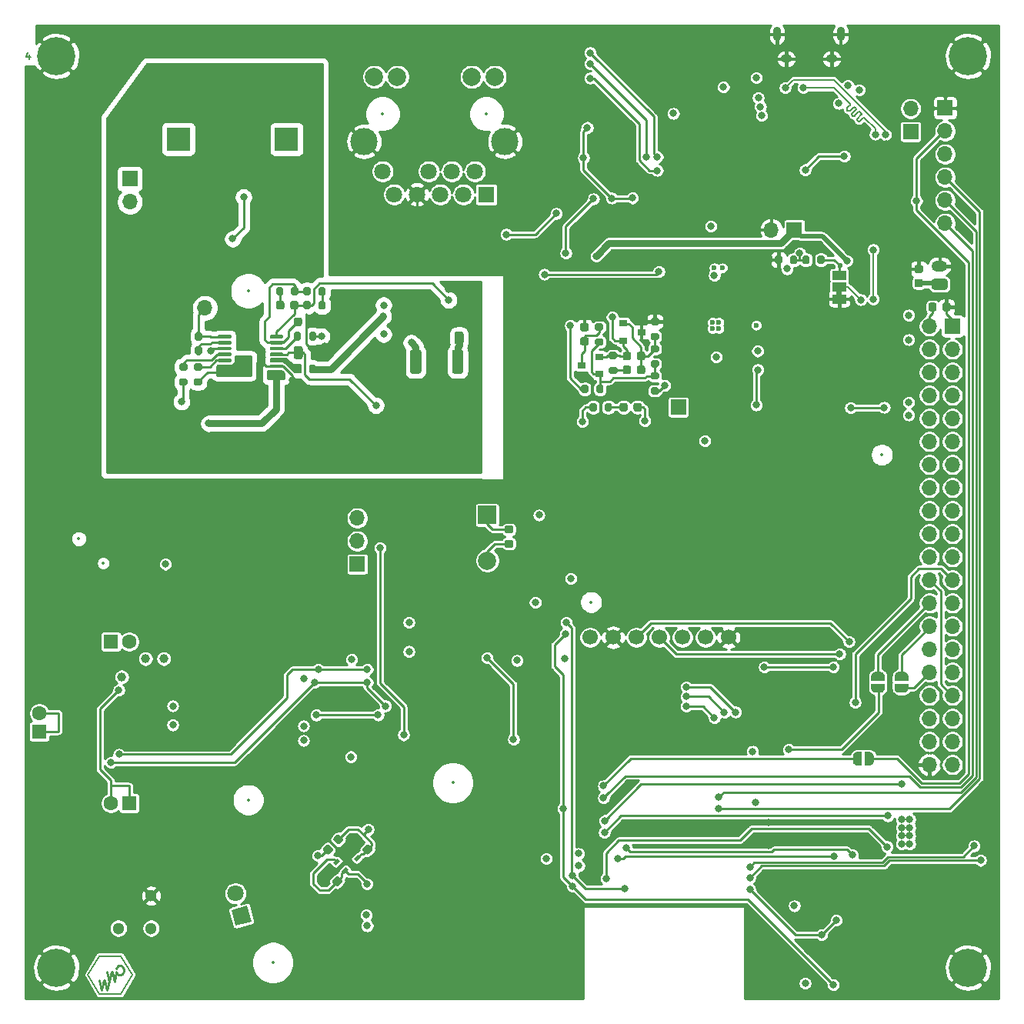
<source format=gbr>
G04 #@! TF.GenerationSoftware,KiCad,Pcbnew,5.1.7-a382d34a8~87~ubuntu18.04.1*
G04 #@! TF.CreationDate,2021-01-18T13:43:01-05:00*
G04 #@! TF.ProjectId,SD1,5344312e-6b69-4636-9164-5f7063625858,0*
G04 #@! TF.SameCoordinates,Original*
G04 #@! TF.FileFunction,Copper,L4,Bot*
G04 #@! TF.FilePolarity,Positive*
%FSLAX46Y46*%
G04 Gerber Fmt 4.6, Leading zero omitted, Abs format (unit mm)*
G04 Created by KiCad (PCBNEW 5.1.7-a382d34a8~87~ubuntu18.04.1) date 2021-01-18 13:43:01*
%MOMM*%
%LPD*%
G01*
G04 APERTURE LIST*
G04 #@! TA.AperFunction,NonConductor*
%ADD10C,0.190500*%
G04 #@! TD*
G04 #@! TA.AperFunction,EtchedComponent*
%ADD11C,0.100000*%
G04 #@! TD*
G04 #@! TA.AperFunction,EtchedComponent*
%ADD12C,0.152400*%
G04 #@! TD*
G04 #@! TA.AperFunction,EtchedComponent*
%ADD13C,0.254000*%
G04 #@! TD*
G04 #@! TA.AperFunction,ComponentPad*
%ADD14O,1.700000X1.700000*%
G04 #@! TD*
G04 #@! TA.AperFunction,ComponentPad*
%ADD15R,1.700000X1.700000*%
G04 #@! TD*
G04 #@! TA.AperFunction,ComponentPad*
%ADD16R,1.600000X1.600000*%
G04 #@! TD*
G04 #@! TA.AperFunction,ComponentPad*
%ADD17C,1.600000*%
G04 #@! TD*
G04 #@! TA.AperFunction,SMDPad,CuDef*
%ADD18R,1.500000X1.000000*%
G04 #@! TD*
G04 #@! TA.AperFunction,ComponentPad*
%ADD19C,0.100000*%
G04 #@! TD*
G04 #@! TA.AperFunction,ComponentPad*
%ADD20C,1.800000*%
G04 #@! TD*
G04 #@! TA.AperFunction,ComponentPad*
%ADD21O,0.890000X1.550000*%
G04 #@! TD*
G04 #@! TA.AperFunction,ComponentPad*
%ADD22O,1.250000X0.950000*%
G04 #@! TD*
G04 #@! TA.AperFunction,ComponentPad*
%ADD23C,3.000000*%
G04 #@! TD*
G04 #@! TA.AperFunction,ComponentPad*
%ADD24C,2.000000*%
G04 #@! TD*
G04 #@! TA.AperFunction,ComponentPad*
%ADD25R,1.800000X1.800000*%
G04 #@! TD*
G04 #@! TA.AperFunction,ComponentPad*
%ADD26R,2.000000X2.000000*%
G04 #@! TD*
G04 #@! TA.AperFunction,SMDPad,CuDef*
%ADD27C,0.100000*%
G04 #@! TD*
G04 #@! TA.AperFunction,SMDPad,CuDef*
%ADD28R,0.900000X0.800000*%
G04 #@! TD*
G04 #@! TA.AperFunction,ComponentPad*
%ADD29C,1.300000*%
G04 #@! TD*
G04 #@! TA.AperFunction,ComponentPad*
%ADD30C,2.600000*%
G04 #@! TD*
G04 #@! TA.AperFunction,ComponentPad*
%ADD31R,2.600000X2.600000*%
G04 #@! TD*
G04 #@! TA.AperFunction,SMDPad,CuDef*
%ADD32C,1.000000*%
G04 #@! TD*
G04 #@! TA.AperFunction,ComponentPad*
%ADD33O,1.750000X1.200000*%
G04 #@! TD*
G04 #@! TA.AperFunction,ComponentPad*
%ADD34C,4.200000*%
G04 #@! TD*
G04 #@! TA.AperFunction,ComponentPad*
%ADD35C,1.700000*%
G04 #@! TD*
G04 #@! TA.AperFunction,ViaPad*
%ADD36C,0.800000*%
G04 #@! TD*
G04 #@! TA.AperFunction,ViaPad*
%ADD37C,0.600000*%
G04 #@! TD*
G04 #@! TA.AperFunction,Conductor*
%ADD38C,0.250000*%
G04 #@! TD*
G04 #@! TA.AperFunction,Conductor*
%ADD39C,0.203200*%
G04 #@! TD*
G04 #@! TA.AperFunction,Conductor*
%ADD40C,0.254000*%
G04 #@! TD*
G04 #@! TA.AperFunction,Conductor*
%ADD41C,0.762000*%
G04 #@! TD*
G04 #@! TA.AperFunction,Conductor*
%ADD42C,0.200000*%
G04 #@! TD*
G04 #@! TA.AperFunction,Conductor*
%ADD43C,0.508000*%
G04 #@! TD*
G04 #@! TA.AperFunction,Conductor*
%ADD44C,0.100000*%
G04 #@! TD*
G04 #@! TA.AperFunction,Conductor*
%ADD45C,0.152400*%
G04 #@! TD*
%ADD46C,0.350000*%
%ADD47O,0.500000X1.150000*%
%ADD48O,0.850000X0.550000*%
G04 APERTURE END LIST*
D10*
X116445142Y-10136713D02*
X116445142Y-10644713D01*
X116263714Y-9846427D02*
X116082285Y-10390713D01*
X116554000Y-10390713D01*
D11*
G04 #@! TO.C,JP802*
G36*
X205844400Y-36620800D02*
G01*
X205844400Y-36120800D01*
X205244400Y-36120800D01*
X205244400Y-36620800D01*
X205844400Y-36620800D01*
G37*
D12*
G04 #@! TO.C,LOGO101*
X127738400Y-111400000D02*
X126519200Y-109317200D01*
X126519200Y-109317200D02*
X124080800Y-109317200D01*
X124080800Y-109317200D02*
X122861600Y-111349200D01*
X122861600Y-111349200D02*
X124080800Y-113482800D01*
X124080800Y-113482800D02*
X126519200Y-113482800D01*
X126519200Y-113482800D02*
X127738400Y-111400000D01*
D13*
X126011200Y-110688800D02*
X126112800Y-110485600D01*
X126112800Y-110485600D02*
X126265200Y-110384000D01*
X126265200Y-110384000D02*
X126468400Y-110384000D01*
X126468400Y-110384000D02*
X126671600Y-110485600D01*
X126671600Y-110485600D02*
X126773200Y-110638000D01*
X126773200Y-110638000D02*
X126824000Y-110790400D01*
X126824000Y-110790400D02*
X126824000Y-110993600D01*
X126824000Y-110993600D02*
X126773200Y-111196800D01*
X126773200Y-111196800D02*
X126671600Y-111298400D01*
X126671600Y-111298400D02*
X126468400Y-111400000D01*
X126468400Y-111400000D02*
X126316000Y-111400000D01*
X126316000Y-111400000D02*
X126163600Y-111349200D01*
X126163600Y-111349200D02*
X126062000Y-111196800D01*
X126062000Y-111196800D02*
X126011200Y-111044400D01*
X126011200Y-111044400D02*
X125808000Y-112162000D01*
X125808000Y-112162000D02*
X125554000Y-111044400D01*
X125554000Y-111044400D02*
X125452400Y-111044400D01*
X125452400Y-111044400D02*
X124995200Y-113076400D01*
X124995200Y-113076400D02*
X124690400Y-112009600D01*
X124690400Y-112009600D02*
X124639600Y-112009600D01*
X124639600Y-112009600D02*
X124385600Y-113076400D01*
X124385600Y-113076400D02*
X124131600Y-112009600D01*
X124944400Y-111044400D02*
X125198400Y-112111200D01*
G04 #@! TD*
D14*
G04 #@! TO.P,U101,10*
G04 #@! TO.N,N/C*
X215460000Y-50160000D03*
G04 #@! TO.P,U101,11*
X218000000Y-52700000D03*
G04 #@! TO.P,U101,12*
X215460000Y-52700000D03*
G04 #@! TO.P,U101,13*
X218000000Y-55240000D03*
G04 #@! TO.P,U101,2*
G04 #@! TO.N,+3V3*
X215460000Y-40000000D03*
G04 #@! TO.P,U101,4*
G04 #@! TO.N,N/C*
X215460000Y-42540000D03*
G04 #@! TO.P,U101,7*
X218000000Y-47620000D03*
G04 #@! TO.P,U101,3*
X218000000Y-42540000D03*
G04 #@! TO.P,U101,9*
X218000000Y-50160000D03*
D15*
G04 #@! TO.P,U101,1*
G04 #@! TO.N,GND*
X218000000Y-40000000D03*
D14*
G04 #@! TO.P,U101,8*
G04 #@! TO.N,N/C*
X215460000Y-47620000D03*
G04 #@! TO.P,U101,5*
X218000000Y-45080000D03*
G04 #@! TO.P,U101,6*
X215460000Y-45080000D03*
G04 #@! TO.P,U101,14*
X215460000Y-55240000D03*
G04 #@! TO.P,U101,15*
X218000000Y-57780000D03*
G04 #@! TO.P,U101,16*
X215460000Y-57780000D03*
G04 #@! TO.P,U101,17*
X218000000Y-60320000D03*
G04 #@! TO.P,U101,18*
X215460000Y-60320000D03*
G04 #@! TO.P,U101,19*
X218000000Y-62860000D03*
G04 #@! TO.P,U101,20*
X215460000Y-62860000D03*
G04 #@! TO.P,U101,21*
G04 #@! TO.N,/~LCD_RESET*
X218000000Y-65400000D03*
G04 #@! TO.P,U101,22*
G04 #@! TO.N,N/C*
X215460000Y-65400000D03*
G04 #@! TO.P,U101,23*
G04 #@! TO.N,/~LCD_CS*
X218000000Y-67940000D03*
G04 #@! TO.P,U101,24*
G04 #@! TO.N,SPI_SCK*
X215460000Y-67940000D03*
G04 #@! TO.P,U101,25*
G04 #@! TO.N,/LCD_DC*
X218000000Y-70480000D03*
G04 #@! TO.P,U101,26*
G04 #@! TO.N,Net-(JP101-Pad1)*
X215460000Y-70480000D03*
G04 #@! TO.P,U101,27*
G04 #@! TO.N,SPI_MOSI*
X218000000Y-73020000D03*
G04 #@! TO.P,U101,28*
G04 #@! TO.N,Net-(JP102-Pad1)*
X215460000Y-73020000D03*
G04 #@! TO.P,U101,29*
G04 #@! TO.N,/LCD_BACKLIGHT*
X218000000Y-75560000D03*
G04 #@! TO.P,U101,30*
G04 #@! TO.N,I2C_SCL*
X215460000Y-75560000D03*
G04 #@! TO.P,U101,31*
G04 #@! TO.N,I2C_SDA*
X218000000Y-78100000D03*
G04 #@! TO.P,U101,32*
G04 #@! TO.N,SPI_MISO*
X215460000Y-78100000D03*
G04 #@! TO.P,U101,33*
G04 #@! TO.N,SPI_SCK*
X218000000Y-80640000D03*
G04 #@! TO.P,U101,34*
G04 #@! TO.N,SPI_MOSI*
X215460000Y-80640000D03*
G04 #@! TO.P,U101,35*
G04 #@! TO.N,/SD_CS*
X218000000Y-83180000D03*
G04 #@! TO.P,U101,36*
G04 #@! TO.N,/FONT_CS*
X215460000Y-83180000D03*
G04 #@! TO.P,U101,37*
G04 #@! TO.N,N/C*
X218000000Y-85720000D03*
G04 #@! TO.P,U101,38*
X215460000Y-85720000D03*
G04 #@! TO.P,U101,39*
G04 #@! TO.N,/CTP_INT*
X218000000Y-88260000D03*
G04 #@! TO.P,U101,40*
G04 #@! TO.N,GND*
X215460000Y-88260000D03*
G04 #@! TD*
G04 #@! TO.P,R323,2*
G04 #@! TO.N,Net-(C318-Pad2)*
G04 #@! TA.AperFunction,SMDPad,CuDef*
G36*
G01*
X147375000Y-37425000D02*
X147375000Y-37975000D01*
G75*
G02*
X147175000Y-38175000I-200000J0D01*
G01*
X146775000Y-38175000D01*
G75*
G02*
X146575000Y-37975000I0J200000D01*
G01*
X146575000Y-37425000D01*
G75*
G02*
X146775000Y-37225000I200000J0D01*
G01*
X147175000Y-37225000D01*
G75*
G02*
X147375000Y-37425000I0J-200000D01*
G01*
G37*
G04 #@! TD.AperFunction*
G04 #@! TO.P,R323,1*
G04 #@! TO.N,Net-(R323-Pad1)*
G04 #@! TA.AperFunction,SMDPad,CuDef*
G36*
G01*
X149025000Y-37425000D02*
X149025000Y-37975000D01*
G75*
G02*
X148825000Y-38175000I-200000J0D01*
G01*
X148425000Y-38175000D01*
G75*
G02*
X148225000Y-37975000I0J200000D01*
G01*
X148225000Y-37425000D01*
G75*
G02*
X148425000Y-37225000I200000J0D01*
G01*
X148825000Y-37225000D01*
G75*
G02*
X149025000Y-37425000I0J-200000D01*
G01*
G37*
G04 #@! TD.AperFunction*
G04 #@! TD*
D16*
G04 #@! TO.P,U601,6*
G04 #@! TO.N,Net-(U601-Pad1)*
X127400000Y-92515000D03*
D17*
G04 #@! TO.P,U601,1*
X125400000Y-92515000D03*
G04 #@! TO.P,U601,5*
G04 #@! TO.N,Net-(U601-Pad5)*
X127400000Y-74725000D03*
D16*
G04 #@! TO.P,U601,4*
G04 #@! TO.N,Net-(U601-Pad4)*
X125400000Y-74735000D03*
D17*
G04 #@! TO.P,U601,3*
G04 #@! TO.N,Net-(U601-Pad2)*
X117510000Y-82625000D03*
D16*
G04 #@! TO.P,U601,2*
X117510000Y-84625000D03*
G04 #@! TD*
D18*
G04 #@! TO.P,JP802,1*
G04 #@! TO.N,GND*
X205544400Y-37020800D03*
G04 #@! TO.P,JP802,3*
G04 #@! TO.N,+BATT*
X205544400Y-34420800D03*
G04 #@! TO.P,JP802,2*
G04 #@! TO.N,Net-(JP802-Pad2)*
X205544400Y-35720800D03*
G04 #@! TD*
G04 #@! TA.AperFunction,ComponentPad*
D19*
G04 #@! TO.P,D701,1*
G04 #@! TO.N,Net-(D701-Pad1)*
G36*
X140859702Y-105520637D02*
G01*
X139121036Y-105986511D01*
X138655162Y-104247845D01*
X140393828Y-103781971D01*
X140859702Y-105520637D01*
G37*
G04 #@! TD.AperFunction*
D20*
G04 #@! TO.P,D701,2*
G04 #@! TO.N,Net-(D701-Pad2)*
X139100032Y-102430789D03*
G04 #@! TD*
G04 #@! TO.P,R312,1*
G04 #@! TO.N,Net-(Q303-Pad2)*
G04 #@! TA.AperFunction,SMDPad,CuDef*
G36*
G01*
X158322500Y-44995001D02*
X158322500Y-42844999D01*
G75*
G02*
X158572499Y-42595000I249999J0D01*
G01*
X159297501Y-42595000D01*
G75*
G02*
X159547500Y-42844999I0J-249999D01*
G01*
X159547500Y-44995001D01*
G75*
G02*
X159297501Y-45245000I-249999J0D01*
G01*
X158572499Y-45245000D01*
G75*
G02*
X158322500Y-44995001I0J249999D01*
G01*
G37*
G04 #@! TD.AperFunction*
G04 #@! TO.P,R312,2*
G04 #@! TO.N,Net-(C313-Pad1)*
G04 #@! TA.AperFunction,SMDPad,CuDef*
G36*
G01*
X162947500Y-44995001D02*
X162947500Y-42844999D01*
G75*
G02*
X163197499Y-42595000I249999J0D01*
G01*
X163922501Y-42595000D01*
G75*
G02*
X164172500Y-42844999I0J-249999D01*
G01*
X164172500Y-44995001D01*
G75*
G02*
X163922501Y-45245000I-249999J0D01*
G01*
X163197499Y-45245000D01*
G75*
G02*
X162947500Y-44995001I0J249999D01*
G01*
G37*
G04 #@! TD.AperFunction*
G04 #@! TD*
D21*
G04 #@! TO.P,J403,6*
G04 #@! TO.N,GND*
X198700000Y-7880000D03*
X205700000Y-7880000D03*
D22*
X199700000Y-10580000D03*
X204700000Y-10580000D03*
G04 #@! TD*
D23*
G04 #@! TO.P,J201,15*
G04 #@! TO.N,GND*
X153260000Y-19680000D03*
X168760000Y-19680000D03*
D24*
G04 #@! TO.P,J201,14*
G04 #@! TO.N,Net-(J201-Pad14)*
X154380000Y-12570000D03*
G04 #@! TO.P,J201,13*
G04 #@! TO.N,+3V3*
X156920000Y-12570000D03*
G04 #@! TO.P,J201,12*
G04 #@! TO.N,Net-(J201-Pad12)*
X165100000Y-12570000D03*
D20*
G04 #@! TO.P,J201,10*
G04 #@! TO.N,/Eth + PoE/PoE Flyback/VN*
X155290000Y-22980000D03*
G04 #@! TO.P,J201,9*
G04 #@! TO.N,/Eth + PoE/PoE Flyback/VP*
X156560000Y-25520000D03*
G04 #@! TO.P,J201,7*
G04 #@! TO.N,GND*
X159100000Y-25520000D03*
G04 #@! TO.P,J201,6*
G04 #@! TO.N,Net-(C214-Pad1)*
X160370000Y-22980000D03*
G04 #@! TO.P,J201,5*
G04 #@! TO.N,Net-(C215-Pad1)*
X161640000Y-25520000D03*
G04 #@! TO.P,J201,4*
G04 #@! TO.N,Net-(C212-Pad1)*
X162910000Y-22980000D03*
G04 #@! TO.P,J201,3*
G04 #@! TO.N,Net-(C213-Pad1)*
X164180000Y-25520000D03*
G04 #@! TO.P,J201,2*
G04 #@! TO.N,/Eth + PoE/ETH_TX_N*
X165450000Y-22980000D03*
D24*
G04 #@! TO.P,J201,11*
G04 #@! TO.N,+3V3*
X167640000Y-12570000D03*
D25*
G04 #@! TO.P,J201,1*
G04 #@! TO.N,/Eth + PoE/ETH_TX_P*
X166720000Y-25520000D03*
G04 #@! TD*
G04 #@! TO.P,R109,2*
G04 #@! TO.N,+3V3*
G04 #@! TA.AperFunction,SMDPad,CuDef*
G36*
G01*
X169456250Y-62820784D02*
X168943750Y-62820784D01*
G75*
G02*
X168725000Y-62602034I0J218750D01*
G01*
X168725000Y-62164534D01*
G75*
G02*
X168943750Y-61945784I218750J0D01*
G01*
X169456250Y-61945784D01*
G75*
G02*
X169675000Y-62164534I0J-218750D01*
G01*
X169675000Y-62602034D01*
G75*
G02*
X169456250Y-62820784I-218750J0D01*
G01*
G37*
G04 #@! TD.AperFunction*
G04 #@! TO.P,R109,1*
G04 #@! TO.N,Net-(LS101-Pad2)*
G04 #@! TA.AperFunction,SMDPad,CuDef*
G36*
G01*
X169456250Y-64395784D02*
X168943750Y-64395784D01*
G75*
G02*
X168725000Y-64177034I0J218750D01*
G01*
X168725000Y-63739534D01*
G75*
G02*
X168943750Y-63520784I218750J0D01*
G01*
X169456250Y-63520784D01*
G75*
G02*
X169675000Y-63739534I0J-218750D01*
G01*
X169675000Y-64177034D01*
G75*
G02*
X169456250Y-64395784I-218750J0D01*
G01*
G37*
G04 #@! TD.AperFunction*
G04 #@! TD*
D24*
G04 #@! TO.P,LS101,2*
G04 #@! TO.N,Net-(LS101-Pad2)*
X166800000Y-65800000D03*
D26*
G04 #@! TO.P,LS101,1*
G04 #@! TO.N,+3V3*
X166800000Y-60800000D03*
G04 #@! TD*
G04 #@! TA.AperFunction,SMDPad,CuDef*
D27*
G04 #@! TO.P,JP102,2*
G04 #@! TO.N,SPI_MISO*
G36*
X213149398Y-79850000D02*
G01*
X213149398Y-79874534D01*
X213144588Y-79923365D01*
X213135016Y-79971490D01*
X213120772Y-80018445D01*
X213101995Y-80063778D01*
X213078864Y-80107051D01*
X213051604Y-80147850D01*
X213020476Y-80185779D01*
X212985779Y-80220476D01*
X212947850Y-80251604D01*
X212907051Y-80278864D01*
X212863778Y-80301995D01*
X212818445Y-80320772D01*
X212771490Y-80335016D01*
X212723365Y-80344588D01*
X212674534Y-80349398D01*
X212650000Y-80349398D01*
X212650000Y-80350000D01*
X212150000Y-80350000D01*
X212150000Y-80349398D01*
X212125466Y-80349398D01*
X212076635Y-80344588D01*
X212028510Y-80335016D01*
X211981555Y-80320772D01*
X211936222Y-80301995D01*
X211892949Y-80278864D01*
X211852150Y-80251604D01*
X211814221Y-80220476D01*
X211779524Y-80185779D01*
X211748396Y-80147850D01*
X211721136Y-80107051D01*
X211698005Y-80063778D01*
X211679228Y-80018445D01*
X211664984Y-79971490D01*
X211655412Y-79923365D01*
X211650602Y-79874534D01*
X211650602Y-79850000D01*
X211650000Y-79850000D01*
X211650000Y-79350000D01*
X213150000Y-79350000D01*
X213150000Y-79850000D01*
X213149398Y-79850000D01*
G37*
G04 #@! TD.AperFunction*
G04 #@! TA.AperFunction,SMDPad,CuDef*
G04 #@! TO.P,JP102,1*
G04 #@! TO.N,Net-(JP102-Pad1)*
G36*
X211650000Y-79050000D02*
G01*
X211650000Y-78550000D01*
X211650602Y-78550000D01*
X211650602Y-78525466D01*
X211655412Y-78476635D01*
X211664984Y-78428510D01*
X211679228Y-78381555D01*
X211698005Y-78336222D01*
X211721136Y-78292949D01*
X211748396Y-78252150D01*
X211779524Y-78214221D01*
X211814221Y-78179524D01*
X211852150Y-78148396D01*
X211892949Y-78121136D01*
X211936222Y-78098005D01*
X211981555Y-78079228D01*
X212028510Y-78064984D01*
X212076635Y-78055412D01*
X212125466Y-78050602D01*
X212150000Y-78050602D01*
X212150000Y-78050000D01*
X212650000Y-78050000D01*
X212650000Y-78050602D01*
X212674534Y-78050602D01*
X212723365Y-78055412D01*
X212771490Y-78064984D01*
X212818445Y-78079228D01*
X212863778Y-78098005D01*
X212907051Y-78121136D01*
X212947850Y-78148396D01*
X212985779Y-78179524D01*
X213020476Y-78214221D01*
X213051604Y-78252150D01*
X213078864Y-78292949D01*
X213101995Y-78336222D01*
X213120772Y-78381555D01*
X213135016Y-78428510D01*
X213144588Y-78476635D01*
X213149398Y-78525466D01*
X213149398Y-78550000D01*
X213150000Y-78550000D01*
X213150000Y-79050000D01*
X211650000Y-79050000D01*
G37*
G04 #@! TD.AperFunction*
G04 #@! TD*
G04 #@! TA.AperFunction,SMDPad,CuDef*
G04 #@! TO.P,JP101,2*
G04 #@! TO.N,+3V3*
G36*
X210549398Y-79850000D02*
G01*
X210549398Y-79874534D01*
X210544588Y-79923365D01*
X210535016Y-79971490D01*
X210520772Y-80018445D01*
X210501995Y-80063778D01*
X210478864Y-80107051D01*
X210451604Y-80147850D01*
X210420476Y-80185779D01*
X210385779Y-80220476D01*
X210347850Y-80251604D01*
X210307051Y-80278864D01*
X210263778Y-80301995D01*
X210218445Y-80320772D01*
X210171490Y-80335016D01*
X210123365Y-80344588D01*
X210074534Y-80349398D01*
X210050000Y-80349398D01*
X210050000Y-80350000D01*
X209550000Y-80350000D01*
X209550000Y-80349398D01*
X209525466Y-80349398D01*
X209476635Y-80344588D01*
X209428510Y-80335016D01*
X209381555Y-80320772D01*
X209336222Y-80301995D01*
X209292949Y-80278864D01*
X209252150Y-80251604D01*
X209214221Y-80220476D01*
X209179524Y-80185779D01*
X209148396Y-80147850D01*
X209121136Y-80107051D01*
X209098005Y-80063778D01*
X209079228Y-80018445D01*
X209064984Y-79971490D01*
X209055412Y-79923365D01*
X209050602Y-79874534D01*
X209050602Y-79850000D01*
X209050000Y-79850000D01*
X209050000Y-79350000D01*
X210550000Y-79350000D01*
X210550000Y-79850000D01*
X210549398Y-79850000D01*
G37*
G04 #@! TD.AperFunction*
G04 #@! TA.AperFunction,SMDPad,CuDef*
G04 #@! TO.P,JP101,1*
G04 #@! TO.N,Net-(JP101-Pad1)*
G36*
X209050000Y-79050000D02*
G01*
X209050000Y-78550000D01*
X209050602Y-78550000D01*
X209050602Y-78525466D01*
X209055412Y-78476635D01*
X209064984Y-78428510D01*
X209079228Y-78381555D01*
X209098005Y-78336222D01*
X209121136Y-78292949D01*
X209148396Y-78252150D01*
X209179524Y-78214221D01*
X209214221Y-78179524D01*
X209252150Y-78148396D01*
X209292949Y-78121136D01*
X209336222Y-78098005D01*
X209381555Y-78079228D01*
X209428510Y-78064984D01*
X209476635Y-78055412D01*
X209525466Y-78050602D01*
X209550000Y-78050602D01*
X209550000Y-78050000D01*
X210050000Y-78050000D01*
X210050000Y-78050602D01*
X210074534Y-78050602D01*
X210123365Y-78055412D01*
X210171490Y-78064984D01*
X210218445Y-78079228D01*
X210263778Y-78098005D01*
X210307051Y-78121136D01*
X210347850Y-78148396D01*
X210385779Y-78179524D01*
X210420476Y-78214221D01*
X210451604Y-78252150D01*
X210478864Y-78292949D01*
X210501995Y-78336222D01*
X210520772Y-78381555D01*
X210535016Y-78428510D01*
X210544588Y-78476635D01*
X210549398Y-78525466D01*
X210549398Y-78550000D01*
X210550000Y-78550000D01*
X210550000Y-79050000D01*
X209050000Y-79050000D01*
G37*
G04 #@! TD.AperFunction*
G04 #@! TD*
G04 #@! TO.P,C305,2*
G04 #@! TO.N,Net-(C305-Pad2)*
G04 #@! TA.AperFunction,SMDPad,CuDef*
G36*
G01*
X182260000Y-48690000D02*
X182260000Y-49190000D01*
G75*
G02*
X182035000Y-49415000I-225000J0D01*
G01*
X181585000Y-49415000D01*
G75*
G02*
X181360000Y-49190000I0J225000D01*
G01*
X181360000Y-48690000D01*
G75*
G02*
X181585000Y-48465000I225000J0D01*
G01*
X182035000Y-48465000D01*
G75*
G02*
X182260000Y-48690000I0J-225000D01*
G01*
G37*
G04 #@! TD.AperFunction*
G04 #@! TO.P,C305,1*
G04 #@! TO.N,5V_Main*
G04 #@! TA.AperFunction,SMDPad,CuDef*
G36*
G01*
X183810000Y-48690000D02*
X183810000Y-49190000D01*
G75*
G02*
X183585000Y-49415000I-225000J0D01*
G01*
X183135000Y-49415000D01*
G75*
G02*
X182910000Y-49190000I0J225000D01*
G01*
X182910000Y-48690000D01*
G75*
G02*
X183135000Y-48465000I225000J0D01*
G01*
X183585000Y-48465000D01*
G75*
G02*
X183810000Y-48690000I0J-225000D01*
G01*
G37*
G04 #@! TD.AperFunction*
G04 #@! TD*
G04 #@! TO.P,C307,2*
G04 #@! TO.N,GNDD*
G04 #@! TA.AperFunction,SMDPad,CuDef*
G36*
G01*
X147410000Y-43395000D02*
X147410000Y-42445000D01*
G75*
G02*
X147660000Y-42195000I250000J0D01*
G01*
X148160000Y-42195000D01*
G75*
G02*
X148410000Y-42445000I0J-250000D01*
G01*
X148410000Y-43395000D01*
G75*
G02*
X148160000Y-43645000I-250000J0D01*
G01*
X147660000Y-43645000D01*
G75*
G02*
X147410000Y-43395000I0J250000D01*
G01*
G37*
G04 #@! TD.AperFunction*
G04 #@! TO.P,C307,1*
G04 #@! TO.N,Net-(C306-Pad1)*
G04 #@! TA.AperFunction,SMDPad,CuDef*
G36*
G01*
X145510000Y-43395000D02*
X145510000Y-42445000D01*
G75*
G02*
X145760000Y-42195000I250000J0D01*
G01*
X146260000Y-42195000D01*
G75*
G02*
X146510000Y-42445000I0J-250000D01*
G01*
X146510000Y-43395000D01*
G75*
G02*
X146260000Y-43645000I-250000J0D01*
G01*
X145760000Y-43645000D01*
G75*
G02*
X145510000Y-43395000I0J250000D01*
G01*
G37*
G04 #@! TD.AperFunction*
G04 #@! TD*
G04 #@! TO.P,C313,1*
G04 #@! TO.N,Net-(C313-Pad1)*
G04 #@! TA.AperFunction,SMDPad,CuDef*
G36*
G01*
X164210000Y-40845000D02*
X164210000Y-41795000D01*
G75*
G02*
X163960000Y-42045000I-250000J0D01*
G01*
X163460000Y-42045000D01*
G75*
G02*
X163210000Y-41795000I0J250000D01*
G01*
X163210000Y-40845000D01*
G75*
G02*
X163460000Y-40595000I250000J0D01*
G01*
X163960000Y-40595000D01*
G75*
G02*
X164210000Y-40845000I0J-250000D01*
G01*
G37*
G04 #@! TD.AperFunction*
G04 #@! TO.P,C313,2*
G04 #@! TO.N,GNDD*
G04 #@! TA.AperFunction,SMDPad,CuDef*
G36*
G01*
X162310000Y-40845000D02*
X162310000Y-41795000D01*
G75*
G02*
X162060000Y-42045000I-250000J0D01*
G01*
X161560000Y-42045000D01*
G75*
G02*
X161310000Y-41795000I0J250000D01*
G01*
X161310000Y-40845000D01*
G75*
G02*
X161560000Y-40595000I250000J0D01*
G01*
X162060000Y-40595000D01*
G75*
G02*
X162310000Y-40845000I0J-250000D01*
G01*
G37*
G04 #@! TD.AperFunction*
G04 #@! TD*
G04 #@! TO.P,C314,1*
G04 #@! TO.N,Net-(C314-Pad1)*
G04 #@! TA.AperFunction,SMDPad,CuDef*
G36*
G01*
X184185000Y-43050000D02*
X184185000Y-43550000D01*
G75*
G02*
X183960000Y-43775000I-225000J0D01*
G01*
X183510000Y-43775000D01*
G75*
G02*
X183285000Y-43550000I0J225000D01*
G01*
X183285000Y-43050000D01*
G75*
G02*
X183510000Y-42825000I225000J0D01*
G01*
X183960000Y-42825000D01*
G75*
G02*
X184185000Y-43050000I0J-225000D01*
G01*
G37*
G04 #@! TD.AperFunction*
G04 #@! TO.P,C314,2*
G04 #@! TO.N,Net-(C314-Pad2)*
G04 #@! TA.AperFunction,SMDPad,CuDef*
G36*
G01*
X182635000Y-43050000D02*
X182635000Y-43550000D01*
G75*
G02*
X182410000Y-43775000I-225000J0D01*
G01*
X181960000Y-43775000D01*
G75*
G02*
X181735000Y-43550000I0J225000D01*
G01*
X181735000Y-43050000D01*
G75*
G02*
X181960000Y-42825000I225000J0D01*
G01*
X182410000Y-42825000D01*
G75*
G02*
X182635000Y-43050000I0J-225000D01*
G01*
G37*
G04 #@! TD.AperFunction*
G04 #@! TD*
G04 #@! TO.P,C315,2*
G04 #@! TO.N,GNDD*
G04 #@! TA.AperFunction,SMDPad,CuDef*
G36*
G01*
X147085000Y-39770000D02*
X147085000Y-39270000D01*
G75*
G02*
X147310000Y-39045000I225000J0D01*
G01*
X147760000Y-39045000D01*
G75*
G02*
X147985000Y-39270000I0J-225000D01*
G01*
X147985000Y-39770000D01*
G75*
G02*
X147760000Y-39995000I-225000J0D01*
G01*
X147310000Y-39995000D01*
G75*
G02*
X147085000Y-39770000I0J225000D01*
G01*
G37*
G04 #@! TD.AperFunction*
G04 #@! TO.P,C315,1*
G04 #@! TO.N,Net-(C315-Pad1)*
G04 #@! TA.AperFunction,SMDPad,CuDef*
G36*
G01*
X145535000Y-39770000D02*
X145535000Y-39270000D01*
G75*
G02*
X145760000Y-39045000I225000J0D01*
G01*
X146210000Y-39045000D01*
G75*
G02*
X146435000Y-39270000I0J-225000D01*
G01*
X146435000Y-39770000D01*
G75*
G02*
X146210000Y-39995000I-225000J0D01*
G01*
X145760000Y-39995000D01*
G75*
G02*
X145535000Y-39770000I0J225000D01*
G01*
G37*
G04 #@! TD.AperFunction*
G04 #@! TD*
G04 #@! TO.P,C316,1*
G04 #@! TO.N,Net-(C314-Pad1)*
G04 #@! TA.AperFunction,SMDPad,CuDef*
G36*
G01*
X184185000Y-44570000D02*
X184185000Y-45070000D01*
G75*
G02*
X183960000Y-45295000I-225000J0D01*
G01*
X183510000Y-45295000D01*
G75*
G02*
X183285000Y-45070000I0J225000D01*
G01*
X183285000Y-44570000D01*
G75*
G02*
X183510000Y-44345000I225000J0D01*
G01*
X183960000Y-44345000D01*
G75*
G02*
X184185000Y-44570000I0J-225000D01*
G01*
G37*
G04 #@! TD.AperFunction*
G04 #@! TO.P,C316,2*
G04 #@! TO.N,Net-(C316-Pad2)*
G04 #@! TA.AperFunction,SMDPad,CuDef*
G36*
G01*
X182635000Y-44570000D02*
X182635000Y-45070000D01*
G75*
G02*
X182410000Y-45295000I-225000J0D01*
G01*
X181960000Y-45295000D01*
G75*
G02*
X181735000Y-45070000I0J225000D01*
G01*
X181735000Y-44570000D01*
G75*
G02*
X181960000Y-44345000I225000J0D01*
G01*
X182410000Y-44345000D01*
G75*
G02*
X182635000Y-44570000I0J-225000D01*
G01*
G37*
G04 #@! TD.AperFunction*
G04 #@! TD*
G04 #@! TO.P,C318,1*
G04 #@! TO.N,Net-(C318-Pad1)*
G04 #@! TA.AperFunction,SMDPad,CuDef*
G36*
G01*
X143575000Y-37950000D02*
X143575000Y-37450000D01*
G75*
G02*
X143800000Y-37225000I225000J0D01*
G01*
X144250000Y-37225000D01*
G75*
G02*
X144475000Y-37450000I0J-225000D01*
G01*
X144475000Y-37950000D01*
G75*
G02*
X144250000Y-38175000I-225000J0D01*
G01*
X143800000Y-38175000D01*
G75*
G02*
X143575000Y-37950000I0J225000D01*
G01*
G37*
G04 #@! TD.AperFunction*
G04 #@! TO.P,C318,2*
G04 #@! TO.N,Net-(C318-Pad2)*
G04 #@! TA.AperFunction,SMDPad,CuDef*
G36*
G01*
X145125000Y-37950000D02*
X145125000Y-37450000D01*
G75*
G02*
X145350000Y-37225000I225000J0D01*
G01*
X145800000Y-37225000D01*
G75*
G02*
X146025000Y-37450000I0J-225000D01*
G01*
X146025000Y-37950000D01*
G75*
G02*
X145800000Y-38175000I-225000J0D01*
G01*
X145350000Y-38175000D01*
G75*
G02*
X145125000Y-37950000I0J225000D01*
G01*
G37*
G04 #@! TD.AperFunction*
G04 #@! TD*
G04 #@! TO.P,C102,1*
G04 #@! TO.N,GND*
G04 #@! TA.AperFunction,SMDPad,CuDef*
G36*
G01*
X217800000Y-37650000D02*
X217800000Y-38150000D01*
G75*
G02*
X217575000Y-38375000I-225000J0D01*
G01*
X217125000Y-38375000D01*
G75*
G02*
X216900000Y-38150000I0J225000D01*
G01*
X216900000Y-37650000D01*
G75*
G02*
X217125000Y-37425000I225000J0D01*
G01*
X217575000Y-37425000D01*
G75*
G02*
X217800000Y-37650000I0J-225000D01*
G01*
G37*
G04 #@! TD.AperFunction*
G04 #@! TO.P,C102,2*
G04 #@! TO.N,+3V3*
G04 #@! TA.AperFunction,SMDPad,CuDef*
G36*
G01*
X216250000Y-37650000D02*
X216250000Y-38150000D01*
G75*
G02*
X216025000Y-38375000I-225000J0D01*
G01*
X215575000Y-38375000D01*
G75*
G02*
X215350000Y-38150000I0J225000D01*
G01*
X215350000Y-37650000D01*
G75*
G02*
X215575000Y-37425000I225000J0D01*
G01*
X216025000Y-37425000D01*
G75*
G02*
X216250000Y-37650000I0J-225000D01*
G01*
G37*
G04 #@! TD.AperFunction*
G04 #@! TD*
D28*
G04 #@! TO.P,D310,1*
G04 #@! TO.N,Net-(C314-Pad2)*
X179160000Y-43370000D03*
G04 #@! TO.P,D310,2*
G04 #@! TO.N,Net-(D310-Pad2)*
X179160000Y-45270000D03*
G04 #@! TO.P,D310,3*
G04 #@! TO.N,Net-(C317-Pad1)*
X177160000Y-44320000D03*
G04 #@! TD*
G04 #@! TO.P,R301,1*
G04 #@! TO.N,Net-(C302-Pad1)*
G04 #@! TA.AperFunction,SMDPad,CuDef*
G36*
G01*
X135235000Y-46545000D02*
X134685000Y-46545000D01*
G75*
G02*
X134485000Y-46345000I0J200000D01*
G01*
X134485000Y-45945000D01*
G75*
G02*
X134685000Y-45745000I200000J0D01*
G01*
X135235000Y-45745000D01*
G75*
G02*
X135435000Y-45945000I0J-200000D01*
G01*
X135435000Y-46345000D01*
G75*
G02*
X135235000Y-46545000I-200000J0D01*
G01*
G37*
G04 #@! TD.AperFunction*
G04 #@! TO.P,R301,2*
G04 #@! TO.N,Net-(R301-Pad2)*
G04 #@! TA.AperFunction,SMDPad,CuDef*
G36*
G01*
X135235000Y-44895000D02*
X134685000Y-44895000D01*
G75*
G02*
X134485000Y-44695000I0J200000D01*
G01*
X134485000Y-44295000D01*
G75*
G02*
X134685000Y-44095000I200000J0D01*
G01*
X135235000Y-44095000D01*
G75*
G02*
X135435000Y-44295000I0J-200000D01*
G01*
X135435000Y-44695000D01*
G75*
G02*
X135235000Y-44895000I-200000J0D01*
G01*
G37*
G04 #@! TD.AperFunction*
G04 #@! TD*
G04 #@! TO.P,R306,2*
G04 #@! TO.N,GNDD*
G04 #@! TA.AperFunction,SMDPad,CuDef*
G36*
G01*
X133785000Y-40845000D02*
X133785000Y-41395000D01*
G75*
G02*
X133585000Y-41595000I-200000J0D01*
G01*
X133185000Y-41595000D01*
G75*
G02*
X132985000Y-41395000I0J200000D01*
G01*
X132985000Y-40845000D01*
G75*
G02*
X133185000Y-40645000I200000J0D01*
G01*
X133585000Y-40645000D01*
G75*
G02*
X133785000Y-40845000I0J-200000D01*
G01*
G37*
G04 #@! TD.AperFunction*
G04 #@! TO.P,R306,1*
G04 #@! TO.N,Net-(J303-Pad2)*
G04 #@! TA.AperFunction,SMDPad,CuDef*
G36*
G01*
X135435000Y-40845000D02*
X135435000Y-41395000D01*
G75*
G02*
X135235000Y-41595000I-200000J0D01*
G01*
X134835000Y-41595000D01*
G75*
G02*
X134635000Y-41395000I0J200000D01*
G01*
X134635000Y-40845000D01*
G75*
G02*
X134835000Y-40645000I200000J0D01*
G01*
X135235000Y-40645000D01*
G75*
G02*
X135435000Y-40845000I0J-200000D01*
G01*
G37*
G04 #@! TD.AperFunction*
G04 #@! TD*
G04 #@! TO.P,R307,1*
G04 #@! TO.N,Net-(R307-Pad1)*
G04 #@! TA.AperFunction,SMDPad,CuDef*
G36*
G01*
X135435000Y-42445000D02*
X135435000Y-42995000D01*
G75*
G02*
X135235000Y-43195000I-200000J0D01*
G01*
X134835000Y-43195000D01*
G75*
G02*
X134635000Y-42995000I0J200000D01*
G01*
X134635000Y-42445000D01*
G75*
G02*
X134835000Y-42245000I200000J0D01*
G01*
X135235000Y-42245000D01*
G75*
G02*
X135435000Y-42445000I0J-200000D01*
G01*
G37*
G04 #@! TD.AperFunction*
G04 #@! TO.P,R307,2*
G04 #@! TO.N,GNDD*
G04 #@! TA.AperFunction,SMDPad,CuDef*
G36*
G01*
X133785000Y-42445000D02*
X133785000Y-42995000D01*
G75*
G02*
X133585000Y-43195000I-200000J0D01*
G01*
X133185000Y-43195000D01*
G75*
G02*
X132985000Y-42995000I0J200000D01*
G01*
X132985000Y-42445000D01*
G75*
G02*
X133185000Y-42245000I200000J0D01*
G01*
X133585000Y-42245000D01*
G75*
G02*
X133785000Y-42445000I0J-200000D01*
G01*
G37*
G04 #@! TD.AperFunction*
G04 #@! TD*
G04 #@! TO.P,R308,2*
G04 #@! TO.N,5V_Main*
G04 #@! TA.AperFunction,SMDPad,CuDef*
G36*
G01*
X184985000Y-46745000D02*
X185535000Y-46745000D01*
G75*
G02*
X185735000Y-46945000I0J-200000D01*
G01*
X185735000Y-47345000D01*
G75*
G02*
X185535000Y-47545000I-200000J0D01*
G01*
X184985000Y-47545000D01*
G75*
G02*
X184785000Y-47345000I0J200000D01*
G01*
X184785000Y-46945000D01*
G75*
G02*
X184985000Y-46745000I200000J0D01*
G01*
G37*
G04 #@! TD.AperFunction*
G04 #@! TO.P,R308,1*
G04 #@! TO.N,Net-(D310-Pad2)*
G04 #@! TA.AperFunction,SMDPad,CuDef*
G36*
G01*
X184985000Y-45095000D02*
X185535000Y-45095000D01*
G75*
G02*
X185735000Y-45295000I0J-200000D01*
G01*
X185735000Y-45695000D01*
G75*
G02*
X185535000Y-45895000I-200000J0D01*
G01*
X184985000Y-45895000D01*
G75*
G02*
X184785000Y-45695000I0J200000D01*
G01*
X184785000Y-45295000D01*
G75*
G02*
X184985000Y-45095000I200000J0D01*
G01*
G37*
G04 #@! TD.AperFunction*
G04 #@! TD*
G04 #@! TO.P,R311,1*
G04 #@! TO.N,Net-(Q303-Pad1)*
G04 #@! TA.AperFunction,SMDPad,CuDef*
G36*
G01*
X147985000Y-44445000D02*
X147985000Y-44995000D01*
G75*
G02*
X147785000Y-45195000I-200000J0D01*
G01*
X147385000Y-45195000D01*
G75*
G02*
X147185000Y-44995000I0J200000D01*
G01*
X147185000Y-44445000D01*
G75*
G02*
X147385000Y-44245000I200000J0D01*
G01*
X147785000Y-44245000D01*
G75*
G02*
X147985000Y-44445000I0J-200000D01*
G01*
G37*
G04 #@! TD.AperFunction*
G04 #@! TO.P,R311,2*
G04 #@! TO.N,Net-(R311-Pad2)*
G04 #@! TA.AperFunction,SMDPad,CuDef*
G36*
G01*
X146335000Y-44445000D02*
X146335000Y-44995000D01*
G75*
G02*
X146135000Y-45195000I-200000J0D01*
G01*
X145735000Y-45195000D01*
G75*
G02*
X145535000Y-44995000I0J200000D01*
G01*
X145535000Y-44445000D01*
G75*
G02*
X145735000Y-44245000I200000J0D01*
G01*
X146135000Y-44245000D01*
G75*
G02*
X146335000Y-44445000I0J-200000D01*
G01*
G37*
G04 #@! TD.AperFunction*
G04 #@! TD*
G04 #@! TO.P,R313,1*
G04 #@! TO.N,Net-(D310-Pad2)*
G04 #@! TA.AperFunction,SMDPad,CuDef*
G36*
G01*
X179605000Y-46645000D02*
X179605000Y-47195000D01*
G75*
G02*
X179405000Y-47395000I-200000J0D01*
G01*
X179005000Y-47395000D01*
G75*
G02*
X178805000Y-47195000I0J200000D01*
G01*
X178805000Y-46645000D01*
G75*
G02*
X179005000Y-46445000I200000J0D01*
G01*
X179405000Y-46445000D01*
G75*
G02*
X179605000Y-46645000I0J-200000D01*
G01*
G37*
G04 #@! TD.AperFunction*
G04 #@! TO.P,R313,2*
G04 #@! TO.N,Net-(R313-Pad2)*
G04 #@! TA.AperFunction,SMDPad,CuDef*
G36*
G01*
X177955000Y-46645000D02*
X177955000Y-47195000D01*
G75*
G02*
X177755000Y-47395000I-200000J0D01*
G01*
X177355000Y-47395000D01*
G75*
G02*
X177155000Y-47195000I0J200000D01*
G01*
X177155000Y-46645000D01*
G75*
G02*
X177355000Y-46445000I200000J0D01*
G01*
X177755000Y-46445000D01*
G75*
G02*
X177955000Y-46645000I0J-200000D01*
G01*
G37*
G04 #@! TD.AperFunction*
G04 #@! TD*
G04 #@! TO.P,R314,2*
G04 #@! TO.N,Net-(C317-Pad1)*
G04 #@! TA.AperFunction,SMDPad,CuDef*
G36*
G01*
X179405000Y-40495000D02*
X178855000Y-40495000D01*
G75*
G02*
X178655000Y-40295000I0J200000D01*
G01*
X178655000Y-39895000D01*
G75*
G02*
X178855000Y-39695000I200000J0D01*
G01*
X179405000Y-39695000D01*
G75*
G02*
X179605000Y-39895000I0J-200000D01*
G01*
X179605000Y-40295000D01*
G75*
G02*
X179405000Y-40495000I-200000J0D01*
G01*
G37*
G04 #@! TD.AperFunction*
G04 #@! TO.P,R314,1*
G04 #@! TO.N,Net-(D310-Pad2)*
G04 #@! TA.AperFunction,SMDPad,CuDef*
G36*
G01*
X179405000Y-42145000D02*
X178855000Y-42145000D01*
G75*
G02*
X178655000Y-41945000I0J200000D01*
G01*
X178655000Y-41545000D01*
G75*
G02*
X178855000Y-41345000I200000J0D01*
G01*
X179405000Y-41345000D01*
G75*
G02*
X179605000Y-41545000I0J-200000D01*
G01*
X179605000Y-41945000D01*
G75*
G02*
X179405000Y-42145000I-200000J0D01*
G01*
G37*
G04 #@! TD.AperFunction*
G04 #@! TD*
G04 #@! TO.P,R315,1*
G04 #@! TO.N,Net-(C314-Pad1)*
G04 #@! TA.AperFunction,SMDPad,CuDef*
G36*
G01*
X184985000Y-42095000D02*
X185535000Y-42095000D01*
G75*
G02*
X185735000Y-42295000I0J-200000D01*
G01*
X185735000Y-42695000D01*
G75*
G02*
X185535000Y-42895000I-200000J0D01*
G01*
X184985000Y-42895000D01*
G75*
G02*
X184785000Y-42695000I0J200000D01*
G01*
X184785000Y-42295000D01*
G75*
G02*
X184985000Y-42095000I200000J0D01*
G01*
G37*
G04 #@! TD.AperFunction*
G04 #@! TO.P,R315,2*
G04 #@! TO.N,Net-(D310-Pad2)*
G04 #@! TA.AperFunction,SMDPad,CuDef*
G36*
G01*
X184985000Y-43745000D02*
X185535000Y-43745000D01*
G75*
G02*
X185735000Y-43945000I0J-200000D01*
G01*
X185735000Y-44345000D01*
G75*
G02*
X185535000Y-44545000I-200000J0D01*
G01*
X184985000Y-44545000D01*
G75*
G02*
X184785000Y-44345000I0J200000D01*
G01*
X184785000Y-43945000D01*
G75*
G02*
X184985000Y-43745000I200000J0D01*
G01*
G37*
G04 #@! TD.AperFunction*
G04 #@! TD*
G04 #@! TO.P,R316,2*
G04 #@! TO.N,Net-(R316-Pad2)*
G04 #@! TA.AperFunction,SMDPad,CuDef*
G36*
G01*
X146335000Y-40845000D02*
X146335000Y-41395000D01*
G75*
G02*
X146135000Y-41595000I-200000J0D01*
G01*
X145735000Y-41595000D01*
G75*
G02*
X145535000Y-41395000I0J200000D01*
G01*
X145535000Y-40845000D01*
G75*
G02*
X145735000Y-40645000I200000J0D01*
G01*
X146135000Y-40645000D01*
G75*
G02*
X146335000Y-40845000I0J-200000D01*
G01*
G37*
G04 #@! TD.AperFunction*
G04 #@! TO.P,R316,1*
G04 #@! TO.N,Net-(Q303-Pad3)*
G04 #@! TA.AperFunction,SMDPad,CuDef*
G36*
G01*
X147985000Y-40845000D02*
X147985000Y-41395000D01*
G75*
G02*
X147785000Y-41595000I-200000J0D01*
G01*
X147385000Y-41595000D01*
G75*
G02*
X147185000Y-41395000I0J200000D01*
G01*
X147185000Y-40845000D01*
G75*
G02*
X147385000Y-40645000I200000J0D01*
G01*
X147785000Y-40645000D01*
G75*
G02*
X147985000Y-40845000I0J-200000D01*
G01*
G37*
G04 #@! TD.AperFunction*
G04 #@! TD*
G04 #@! TO.P,R317,2*
G04 #@! TO.N,/Eth + PoE/PoE Flyback/VSS_FILT*
G04 #@! TA.AperFunction,SMDPad,CuDef*
G36*
G01*
X133085000Y-45745000D02*
X133635000Y-45745000D01*
G75*
G02*
X133835000Y-45945000I0J-200000D01*
G01*
X133835000Y-46345000D01*
G75*
G02*
X133635000Y-46545000I-200000J0D01*
G01*
X133085000Y-46545000D01*
G75*
G02*
X132885000Y-46345000I0J200000D01*
G01*
X132885000Y-45945000D01*
G75*
G02*
X133085000Y-45745000I200000J0D01*
G01*
G37*
G04 #@! TD.AperFunction*
G04 #@! TO.P,R317,1*
G04 #@! TO.N,Net-(R317-Pad1)*
G04 #@! TA.AperFunction,SMDPad,CuDef*
G36*
G01*
X133085000Y-44095000D02*
X133635000Y-44095000D01*
G75*
G02*
X133835000Y-44295000I0J-200000D01*
G01*
X133835000Y-44695000D01*
G75*
G02*
X133635000Y-44895000I-200000J0D01*
G01*
X133085000Y-44895000D01*
G75*
G02*
X132885000Y-44695000I0J200000D01*
G01*
X132885000Y-44295000D01*
G75*
G02*
X133085000Y-44095000I200000J0D01*
G01*
G37*
G04 #@! TD.AperFunction*
G04 #@! TD*
G04 #@! TO.P,R319,2*
G04 #@! TO.N,Net-(C314-Pad2)*
G04 #@! TA.AperFunction,SMDPad,CuDef*
G36*
G01*
X180935000Y-43625000D02*
X180385000Y-43625000D01*
G75*
G02*
X180185000Y-43425000I0J200000D01*
G01*
X180185000Y-43025000D01*
G75*
G02*
X180385000Y-42825000I200000J0D01*
G01*
X180935000Y-42825000D01*
G75*
G02*
X181135000Y-43025000I0J-200000D01*
G01*
X181135000Y-43425000D01*
G75*
G02*
X180935000Y-43625000I-200000J0D01*
G01*
G37*
G04 #@! TD.AperFunction*
G04 #@! TO.P,R319,1*
G04 #@! TO.N,Net-(C316-Pad2)*
G04 #@! TA.AperFunction,SMDPad,CuDef*
G36*
G01*
X180935000Y-45275000D02*
X180385000Y-45275000D01*
G75*
G02*
X180185000Y-45075000I0J200000D01*
G01*
X180185000Y-44675000D01*
G75*
G02*
X180385000Y-44475000I200000J0D01*
G01*
X180935000Y-44475000D01*
G75*
G02*
X181135000Y-44675000I0J-200000D01*
G01*
X181135000Y-45075000D01*
G75*
G02*
X180935000Y-45275000I-200000J0D01*
G01*
G37*
G04 #@! TD.AperFunction*
G04 #@! TD*
G04 #@! TO.P,R320,1*
G04 #@! TO.N,Net-(C315-Pad1)*
G04 #@! TA.AperFunction,SMDPad,CuDef*
G36*
G01*
X146025000Y-35895000D02*
X146025000Y-36445000D01*
G75*
G02*
X145825000Y-36645000I-200000J0D01*
G01*
X145425000Y-36645000D01*
G75*
G02*
X145225000Y-36445000I0J200000D01*
G01*
X145225000Y-35895000D01*
G75*
G02*
X145425000Y-35695000I200000J0D01*
G01*
X145825000Y-35695000D01*
G75*
G02*
X146025000Y-35895000I0J-200000D01*
G01*
G37*
G04 #@! TD.AperFunction*
G04 #@! TO.P,R320,2*
G04 #@! TO.N,Net-(C318-Pad1)*
G04 #@! TA.AperFunction,SMDPad,CuDef*
G36*
G01*
X144375000Y-35895000D02*
X144375000Y-36445000D01*
G75*
G02*
X144175000Y-36645000I-200000J0D01*
G01*
X143775000Y-36645000D01*
G75*
G02*
X143575000Y-36445000I0J200000D01*
G01*
X143575000Y-35895000D01*
G75*
G02*
X143775000Y-35695000I200000J0D01*
G01*
X144175000Y-35695000D01*
G75*
G02*
X144375000Y-35895000I0J-200000D01*
G01*
G37*
G04 #@! TD.AperFunction*
G04 #@! TD*
G04 #@! TO.P,R324,1*
G04 #@! TO.N,Net-(C314-Pad1)*
G04 #@! TA.AperFunction,SMDPad,CuDef*
G36*
G01*
X185535000Y-41545000D02*
X184985000Y-41545000D01*
G75*
G02*
X184785000Y-41345000I0J200000D01*
G01*
X184785000Y-40945000D01*
G75*
G02*
X184985000Y-40745000I200000J0D01*
G01*
X185535000Y-40745000D01*
G75*
G02*
X185735000Y-40945000I0J-200000D01*
G01*
X185735000Y-41345000D01*
G75*
G02*
X185535000Y-41545000I-200000J0D01*
G01*
G37*
G04 #@! TD.AperFunction*
G04 #@! TO.P,R324,2*
G04 #@! TO.N,GND*
G04 #@! TA.AperFunction,SMDPad,CuDef*
G36*
G01*
X185535000Y-39895000D02*
X184985000Y-39895000D01*
G75*
G02*
X184785000Y-39695000I0J200000D01*
G01*
X184785000Y-39295000D01*
G75*
G02*
X184985000Y-39095000I200000J0D01*
G01*
X185535000Y-39095000D01*
G75*
G02*
X185735000Y-39295000I0J-200000D01*
G01*
X185735000Y-39695000D01*
G75*
G02*
X185535000Y-39895000I-200000J0D01*
G01*
G37*
G04 #@! TD.AperFunction*
G04 #@! TD*
D15*
G04 #@! TO.P,J402,1*
G04 #@! TO.N,GND*
X217200000Y-16000000D03*
D14*
G04 #@! TO.P,J402,2*
G04 #@! TO.N,/Debug and Serial/WMCU_RTS*
X217200000Y-18540000D03*
G04 #@! TO.P,J402,3*
G04 #@! TO.N,/Debug and Serial/5V_USB*
X217200000Y-21080000D03*
G04 #@! TO.P,J402,4*
G04 #@! TO.N,/DIO12_RXD*
X217200000Y-23620000D03*
G04 #@! TO.P,J402,5*
G04 #@! TO.N,/DIO13_TXD*
X217200000Y-26160000D03*
G04 #@! TO.P,J402,6*
G04 #@! TO.N,/WMCU_CTS*
X217200000Y-28700000D03*
G04 #@! TD*
D29*
G04 #@! TO.P,U106,2*
G04 #@! TO.N,+3V3*
X126215948Y-106279251D03*
G04 #@! TO.P,U106,3*
G04 #@! TO.N,/PIR_SENSE*
X129808051Y-106279251D03*
G04 #@! TO.P,U106,1*
G04 #@! TO.N,GND*
X129808051Y-102687149D03*
G04 #@! TD*
G04 #@! TO.P,C701,1*
G04 #@! TO.N,+3V3*
G04 #@! TA.AperFunction,SMDPad,CuDef*
G36*
G01*
X150801451Y-101243348D02*
X150447897Y-101596902D01*
G75*
G02*
X150129699Y-101596902I-159099J159099D01*
G01*
X149811501Y-101278704D01*
G75*
G02*
X149811501Y-100960506I159099J159099D01*
G01*
X150165055Y-100606952D01*
G75*
G02*
X150483253Y-100606952I159099J-159099D01*
G01*
X150801451Y-100925150D01*
G75*
G02*
X150801451Y-101243348I-159099J-159099D01*
G01*
G37*
G04 #@! TD.AperFunction*
G04 #@! TO.P,C701,2*
G04 #@! TO.N,GND*
G04 #@! TA.AperFunction,SMDPad,CuDef*
G36*
G01*
X149705435Y-100147332D02*
X149351881Y-100500886D01*
G75*
G02*
X149033683Y-100500886I-159099J159099D01*
G01*
X148715485Y-100182688D01*
G75*
G02*
X148715485Y-99864490I159099J159099D01*
G01*
X149069039Y-99510936D01*
G75*
G02*
X149387237Y-99510936I159099J-159099D01*
G01*
X149705435Y-99829134D01*
G75*
G02*
X149705435Y-100147332I-159099J-159099D01*
G01*
G37*
G04 #@! TD.AperFunction*
G04 #@! TD*
G04 #@! TO.P,C702,2*
G04 #@! TO.N,GND*
G04 #@! TA.AperFunction,SMDPad,CuDef*
G36*
G01*
X153028130Y-96645032D02*
X152674576Y-96998586D01*
G75*
G02*
X152356378Y-96998586I-159099J159099D01*
G01*
X152038180Y-96680388D01*
G75*
G02*
X152038180Y-96362190I159099J159099D01*
G01*
X152391734Y-96008636D01*
G75*
G02*
X152709932Y-96008636I159099J-159099D01*
G01*
X153028130Y-96326834D01*
G75*
G02*
X153028130Y-96645032I-159099J-159099D01*
G01*
G37*
G04 #@! TD.AperFunction*
G04 #@! TO.P,C702,1*
G04 #@! TO.N,+1V8*
G04 #@! TA.AperFunction,SMDPad,CuDef*
G36*
G01*
X154124146Y-97741048D02*
X153770592Y-98094602D01*
G75*
G02*
X153452394Y-98094602I-159099J159099D01*
G01*
X153134196Y-97776404D01*
G75*
G02*
X153134196Y-97458206I159099J159099D01*
G01*
X153487750Y-97104652D01*
G75*
G02*
X153805948Y-97104652I159099J-159099D01*
G01*
X154124146Y-97422850D01*
G75*
G02*
X154124146Y-97741048I-159099J-159099D01*
G01*
G37*
G04 #@! TD.AperFunction*
G04 #@! TD*
D30*
G04 #@! TO.P,J301,3*
G04 #@! TO.N,GNDD*
X140020000Y-16430000D03*
G04 #@! TO.P,J301,2*
X144720000Y-13430000D03*
D31*
G04 #@! TO.P,J301,1*
G04 #@! TO.N,/Eth + PoE/PoE Flyback/DC_FROM_AC*
X144720000Y-19430000D03*
G04 #@! TD*
G04 #@! TO.P,J302,1*
G04 #@! TO.N,/Eth + PoE/PoE Flyback/DC_BARREL*
X132820000Y-19420000D03*
D30*
G04 #@! TO.P,J302,2*
G04 #@! TO.N,GNDD*
X132820000Y-13420000D03*
G04 #@! TO.P,J302,3*
X128120000Y-16420000D03*
G04 #@! TD*
D14*
G04 #@! TO.P,J303,2*
G04 #@! TO.N,Net-(J303-Pad2)*
X135740000Y-38000000D03*
D15*
G04 #@! TO.P,J303,1*
G04 #@! TO.N,GNDD*
X133200000Y-38000000D03*
G04 #@! TD*
G04 #@! TO.P,J304,1*
G04 #@! TO.N,/Eth + PoE/PoE Flyback/VP*
X127480000Y-23790000D03*
D14*
G04 #@! TO.P,J304,2*
G04 #@! TO.N,/Eth + PoE/PoE Flyback/VN*
X127480000Y-26330000D03*
G04 #@! TD*
D15*
G04 #@! TO.P,J802,1*
G04 #@! TO.N,+BATT*
X200600000Y-29400000D03*
D14*
G04 #@! TO.P,J802,2*
G04 #@! TO.N,GND*
X198060000Y-29400000D03*
G04 #@! TD*
G04 #@! TO.P,JP401,2*
G04 #@! TO.N,/Debug and Serial/5V_USB*
X213400000Y-16060000D03*
D15*
G04 #@! TO.P,JP401,1*
G04 #@! TO.N,+5V*
X213400000Y-18600000D03*
G04 #@! TD*
G04 #@! TO.P,TP301,1*
G04 #@! TO.N,5V_Main*
X187860000Y-48920000D03*
G04 #@! TD*
G04 #@! TO.P,U301,1*
G04 #@! TO.N,Net-(C318-Pad2)*
G04 #@! TA.AperFunction,SMDPad,CuDef*
G36*
G01*
X144360000Y-41070000D02*
X144360000Y-41270000D01*
G75*
G02*
X144260000Y-41370000I-100000J0D01*
G01*
X142985000Y-41370000D01*
G75*
G02*
X142885000Y-41270000I0J100000D01*
G01*
X142885000Y-41070000D01*
G75*
G02*
X142985000Y-40970000I100000J0D01*
G01*
X144260000Y-40970000D01*
G75*
G02*
X144360000Y-41070000I0J-100000D01*
G01*
G37*
G04 #@! TD.AperFunction*
G04 #@! TO.P,U301,2*
G04 #@! TO.N,Net-(C315-Pad1)*
G04 #@! TA.AperFunction,SMDPad,CuDef*
G36*
G01*
X144360000Y-41720000D02*
X144360000Y-41920000D01*
G75*
G02*
X144260000Y-42020000I-100000J0D01*
G01*
X142985000Y-42020000D01*
G75*
G02*
X142885000Y-41920000I0J100000D01*
G01*
X142885000Y-41720000D01*
G75*
G02*
X142985000Y-41620000I100000J0D01*
G01*
X144260000Y-41620000D01*
G75*
G02*
X144360000Y-41720000I0J-100000D01*
G01*
G37*
G04 #@! TD.AperFunction*
G04 #@! TO.P,U301,3*
G04 #@! TO.N,Net-(R316-Pad2)*
G04 #@! TA.AperFunction,SMDPad,CuDef*
G36*
G01*
X144360000Y-42370000D02*
X144360000Y-42570000D01*
G75*
G02*
X144260000Y-42670000I-100000J0D01*
G01*
X142985000Y-42670000D01*
G75*
G02*
X142885000Y-42570000I0J100000D01*
G01*
X142885000Y-42370000D01*
G75*
G02*
X142985000Y-42270000I100000J0D01*
G01*
X144260000Y-42270000D01*
G75*
G02*
X144360000Y-42370000I0J-100000D01*
G01*
G37*
G04 #@! TD.AperFunction*
G04 #@! TO.P,U301,4*
G04 #@! TO.N,Net-(C306-Pad1)*
G04 #@! TA.AperFunction,SMDPad,CuDef*
G36*
G01*
X144360000Y-43020000D02*
X144360000Y-43220000D01*
G75*
G02*
X144260000Y-43320000I-100000J0D01*
G01*
X142985000Y-43320000D01*
G75*
G02*
X142885000Y-43220000I0J100000D01*
G01*
X142885000Y-43020000D01*
G75*
G02*
X142985000Y-42920000I100000J0D01*
G01*
X144260000Y-42920000D01*
G75*
G02*
X144360000Y-43020000I0J-100000D01*
G01*
G37*
G04 #@! TD.AperFunction*
G04 #@! TO.P,U301,5*
G04 #@! TO.N,Net-(R311-Pad2)*
G04 #@! TA.AperFunction,SMDPad,CuDef*
G36*
G01*
X144360000Y-43670000D02*
X144360000Y-43870000D01*
G75*
G02*
X144260000Y-43970000I-100000J0D01*
G01*
X142985000Y-43970000D01*
G75*
G02*
X142885000Y-43870000I0J100000D01*
G01*
X142885000Y-43670000D01*
G75*
G02*
X142985000Y-43570000I100000J0D01*
G01*
X144260000Y-43570000D01*
G75*
G02*
X144360000Y-43670000I0J-100000D01*
G01*
G37*
G04 #@! TD.AperFunction*
G04 #@! TO.P,U301,6*
G04 #@! TO.N,GNDD*
G04 #@! TA.AperFunction,SMDPad,CuDef*
G36*
G01*
X144360000Y-44320000D02*
X144360000Y-44520000D01*
G75*
G02*
X144260000Y-44620000I-100000J0D01*
G01*
X142985000Y-44620000D01*
G75*
G02*
X142885000Y-44520000I0J100000D01*
G01*
X142885000Y-44320000D01*
G75*
G02*
X142985000Y-44220000I100000J0D01*
G01*
X144260000Y-44220000D01*
G75*
G02*
X144360000Y-44320000I0J-100000D01*
G01*
G37*
G04 #@! TD.AperFunction*
G04 #@! TO.P,U301,7*
G04 #@! TO.N,/Eth + PoE/PoE Flyback/VSS_FILT*
G04 #@! TA.AperFunction,SMDPad,CuDef*
G36*
G01*
X144360000Y-44970000D02*
X144360000Y-45170000D01*
G75*
G02*
X144260000Y-45270000I-100000J0D01*
G01*
X142985000Y-45270000D01*
G75*
G02*
X142885000Y-45170000I0J100000D01*
G01*
X142885000Y-44970000D01*
G75*
G02*
X142985000Y-44870000I100000J0D01*
G01*
X144260000Y-44870000D01*
G75*
G02*
X144360000Y-44970000I0J-100000D01*
G01*
G37*
G04 #@! TD.AperFunction*
G04 #@! TO.P,U301,8*
G04 #@! TO.N,Net-(C302-Pad1)*
G04 #@! TA.AperFunction,SMDPad,CuDef*
G36*
G01*
X138635000Y-44970000D02*
X138635000Y-45170000D01*
G75*
G02*
X138535000Y-45270000I-100000J0D01*
G01*
X137260000Y-45270000D01*
G75*
G02*
X137160000Y-45170000I0J100000D01*
G01*
X137160000Y-44970000D01*
G75*
G02*
X137260000Y-44870000I100000J0D01*
G01*
X138535000Y-44870000D01*
G75*
G02*
X138635000Y-44970000I0J-100000D01*
G01*
G37*
G04 #@! TD.AperFunction*
G04 #@! TO.P,U301,9*
G04 #@! TA.AperFunction,SMDPad,CuDef*
G36*
G01*
X138635000Y-44320000D02*
X138635000Y-44520000D01*
G75*
G02*
X138535000Y-44620000I-100000J0D01*
G01*
X137260000Y-44620000D01*
G75*
G02*
X137160000Y-44520000I0J100000D01*
G01*
X137160000Y-44320000D01*
G75*
G02*
X137260000Y-44220000I100000J0D01*
G01*
X138535000Y-44220000D01*
G75*
G02*
X138635000Y-44320000I0J-100000D01*
G01*
G37*
G04 #@! TD.AperFunction*
G04 #@! TO.P,U301,10*
G04 #@! TO.N,Net-(R301-Pad2)*
G04 #@! TA.AperFunction,SMDPad,CuDef*
G36*
G01*
X138635000Y-43670000D02*
X138635000Y-43870000D01*
G75*
G02*
X138535000Y-43970000I-100000J0D01*
G01*
X137260000Y-43970000D01*
G75*
G02*
X137160000Y-43870000I0J100000D01*
G01*
X137160000Y-43670000D01*
G75*
G02*
X137260000Y-43570000I100000J0D01*
G01*
X138535000Y-43570000D01*
G75*
G02*
X138635000Y-43670000I0J-100000D01*
G01*
G37*
G04 #@! TD.AperFunction*
G04 #@! TO.P,U301,11*
G04 #@! TO.N,Net-(R317-Pad1)*
G04 #@! TA.AperFunction,SMDPad,CuDef*
G36*
G01*
X138635000Y-43020000D02*
X138635000Y-43220000D01*
G75*
G02*
X138535000Y-43320000I-100000J0D01*
G01*
X137260000Y-43320000D01*
G75*
G02*
X137160000Y-43220000I0J100000D01*
G01*
X137160000Y-43020000D01*
G75*
G02*
X137260000Y-42920000I100000J0D01*
G01*
X138535000Y-42920000D01*
G75*
G02*
X138635000Y-43020000I0J-100000D01*
G01*
G37*
G04 #@! TD.AperFunction*
G04 #@! TO.P,U301,12*
G04 #@! TO.N,/Eth + PoE/PoE Flyback/APD*
G04 #@! TA.AperFunction,SMDPad,CuDef*
G36*
G01*
X138635000Y-42370000D02*
X138635000Y-42570000D01*
G75*
G02*
X138535000Y-42670000I-100000J0D01*
G01*
X137260000Y-42670000D01*
G75*
G02*
X137160000Y-42570000I0J100000D01*
G01*
X137160000Y-42370000D01*
G75*
G02*
X137260000Y-42270000I100000J0D01*
G01*
X138535000Y-42270000D01*
G75*
G02*
X138635000Y-42370000I0J-100000D01*
G01*
G37*
G04 #@! TD.AperFunction*
G04 #@! TO.P,U301,13*
G04 #@! TO.N,Net-(R307-Pad1)*
G04 #@! TA.AperFunction,SMDPad,CuDef*
G36*
G01*
X138635000Y-41720000D02*
X138635000Y-41920000D01*
G75*
G02*
X138535000Y-42020000I-100000J0D01*
G01*
X137260000Y-42020000D01*
G75*
G02*
X137160000Y-41920000I0J100000D01*
G01*
X137160000Y-41720000D01*
G75*
G02*
X137260000Y-41620000I100000J0D01*
G01*
X138535000Y-41620000D01*
G75*
G02*
X138635000Y-41720000I0J-100000D01*
G01*
G37*
G04 #@! TD.AperFunction*
G04 #@! TO.P,U301,14*
G04 #@! TO.N,Net-(J303-Pad2)*
G04 #@! TA.AperFunction,SMDPad,CuDef*
G36*
G01*
X138635000Y-41070000D02*
X138635000Y-41270000D01*
G75*
G02*
X138535000Y-41370000I-100000J0D01*
G01*
X137260000Y-41370000D01*
G75*
G02*
X137160000Y-41270000I0J100000D01*
G01*
X137160000Y-41070000D01*
G75*
G02*
X137260000Y-40970000I100000J0D01*
G01*
X138535000Y-40970000D01*
G75*
G02*
X138635000Y-41070000I0J-100000D01*
G01*
G37*
G04 #@! TD.AperFunction*
G04 #@! TD*
D28*
G04 #@! TO.P,U302,1*
G04 #@! TO.N,Net-(C314-Pad2)*
X181760000Y-41600000D03*
G04 #@! TO.P,U302,2*
G04 #@! TO.N,Net-(C314-Pad1)*
X181760000Y-39700000D03*
G04 #@! TO.P,U302,3*
G04 #@! TO.N,GND*
X183760000Y-40650000D03*
G04 #@! TD*
G04 #@! TA.AperFunction,SMDPad,CuDef*
D27*
G04 #@! TO.P,U701,1*
G04 #@! TO.N,+3V3*
G36*
X151074394Y-100260470D02*
G01*
X150791551Y-99977627D01*
X151251170Y-99518008D01*
X151534013Y-99800851D01*
X151074394Y-100260470D01*
G37*
G04 #@! TD.AperFunction*
G04 #@! TA.AperFunction,SMDPad,CuDef*
G04 #@! TO.P,U701,3*
G36*
X150155155Y-99341231D02*
G01*
X149872312Y-99058388D01*
X150331931Y-98598769D01*
X150614774Y-98881612D01*
X150155155Y-99341231D01*
G37*
G04 #@! TD.AperFunction*
G04 #@! TA.AperFunction,SMDPad,CuDef*
G04 #@! TO.P,U701,2*
G04 #@! TO.N,GND*
G36*
X150614775Y-99800850D02*
G01*
X150331932Y-99518007D01*
X150791551Y-99058388D01*
X151074394Y-99341231D01*
X150614775Y-99800850D01*
G37*
G04 #@! TD.AperFunction*
G04 #@! TA.AperFunction,SMDPad,CuDef*
G04 #@! TO.P,U701,4*
G36*
X151498658Y-97997728D02*
G01*
X151215815Y-97714885D01*
X151675434Y-97255266D01*
X151958277Y-97538109D01*
X151498658Y-97997728D01*
G37*
G04 #@! TD.AperFunction*
G04 #@! TA.AperFunction,SMDPad,CuDef*
G04 #@! TO.P,U701,5*
G04 #@! TO.N,+1V8*
G36*
X152417897Y-98916967D02*
G01*
X152135054Y-98634124D01*
X152594673Y-98174505D01*
X152877516Y-98457348D01*
X152417897Y-98916967D01*
G37*
G04 #@! TD.AperFunction*
G04 #@! TD*
G04 #@! TO.P,FB701,1*
G04 #@! TO.N,+1V8*
G04 #@! TA.AperFunction,SMDPad,CuDef*
G36*
G01*
X150533280Y-96004216D02*
X150895673Y-96366609D01*
G75*
G02*
X150895673Y-96675969I-154680J-154680D01*
G01*
X150586314Y-96985328D01*
G75*
G02*
X150276954Y-96985328I-154680J154680D01*
G01*
X149914561Y-96622935D01*
G75*
G02*
X149914561Y-96313575I154680J154680D01*
G01*
X150223920Y-96004216D01*
G75*
G02*
X150533280Y-96004216I154680J-154680D01*
G01*
G37*
G04 #@! TD.AperFunction*
G04 #@! TO.P,FB701,2*
G04 #@! TO.N,Net-(C703-Pad1)*
G04 #@! TA.AperFunction,SMDPad,CuDef*
G36*
G01*
X149419586Y-97117910D02*
X149781979Y-97480303D01*
G75*
G02*
X149781979Y-97789663I-154680J-154680D01*
G01*
X149472620Y-98099022D01*
G75*
G02*
X149163260Y-98099022I-154680J154680D01*
G01*
X148800867Y-97736629D01*
G75*
G02*
X148800867Y-97427269I154680J154680D01*
G01*
X149110226Y-97117910D01*
G75*
G02*
X149419586Y-97117910I154680J-154680D01*
G01*
G37*
G04 #@! TD.AperFunction*
G04 #@! TD*
D32*
G04 #@! TO.P,TP601,1*
G04 #@! TO.N,Net-(TP601-Pad1)*
X126600000Y-78600000D03*
G04 #@! TD*
G04 #@! TO.P,TP602,1*
G04 #@! TO.N,Net-(C602-Pad1)*
X129200000Y-76600000D03*
G04 #@! TD*
G04 #@! TO.P,TP603,1*
G04 #@! TO.N,Net-(C602-Pad2)*
X131200000Y-76600000D03*
G04 #@! TD*
G04 #@! TO.P,C811,2*
G04 #@! TO.N,GND*
G04 #@! TA.AperFunction,SMDPad,CuDef*
G36*
G01*
X214550000Y-34175000D02*
X214050000Y-34175000D01*
G75*
G02*
X213825000Y-33950000I0J225000D01*
G01*
X213825000Y-33500000D01*
G75*
G02*
X214050000Y-33275000I225000J0D01*
G01*
X214550000Y-33275000D01*
G75*
G02*
X214775000Y-33500000I0J-225000D01*
G01*
X214775000Y-33950000D01*
G75*
G02*
X214550000Y-34175000I-225000J0D01*
G01*
G37*
G04 #@! TD.AperFunction*
G04 #@! TO.P,C811,1*
G04 #@! TO.N,+BATT*
G04 #@! TA.AperFunction,SMDPad,CuDef*
G36*
G01*
X214550000Y-35725000D02*
X214050000Y-35725000D01*
G75*
G02*
X213825000Y-35500000I0J225000D01*
G01*
X213825000Y-35050000D01*
G75*
G02*
X214050000Y-34825000I225000J0D01*
G01*
X214550000Y-34825000D01*
G75*
G02*
X214775000Y-35050000I0J-225000D01*
G01*
X214775000Y-35500000D01*
G75*
G02*
X214550000Y-35725000I-225000J0D01*
G01*
G37*
G04 #@! TD.AperFunction*
G04 #@! TD*
G04 #@! TO.P,J801,1*
G04 #@! TO.N,+BATT*
G04 #@! TA.AperFunction,ComponentPad*
G36*
G01*
X217225001Y-36000000D02*
X215974999Y-36000000D01*
G75*
G02*
X215725000Y-35750001I0J249999D01*
G01*
X215725000Y-35049999D01*
G75*
G02*
X215974999Y-34800000I249999J0D01*
G01*
X217225001Y-34800000D01*
G75*
G02*
X217475000Y-35049999I0J-249999D01*
G01*
X217475000Y-35750001D01*
G75*
G02*
X217225001Y-36000000I-249999J0D01*
G01*
G37*
G04 #@! TD.AperFunction*
D33*
G04 #@! TO.P,J801,2*
G04 #@! TO.N,GND*
X216600000Y-33400000D03*
G04 #@! TD*
D15*
G04 #@! TO.P,JP104,1*
G04 #@! TO.N,/SPKR_Alt*
X152500000Y-66200000D03*
D14*
G04 #@! TO.P,JP104,2*
G04 #@! TO.N,/SPKR_DRIVE*
X152500000Y-63660000D03*
G04 #@! TO.P,JP104,3*
G04 #@! TO.N,/SPKR*
X152500000Y-61120000D03*
G04 #@! TD*
D34*
G04 #@! TO.P,MK101,1*
G04 #@! TO.N,GND*
X119380000Y-10287000D03*
G04 #@! TD*
G04 #@! TO.P,MK102,1*
G04 #@! TO.N,GND*
X219710000Y-10287000D03*
G04 #@! TD*
G04 #@! TO.P,MK103,1*
G04 #@! TO.N,GND*
X219710000Y-110617000D03*
G04 #@! TD*
G04 #@! TO.P,MK104,1*
G04 #@! TO.N,GND*
X119380000Y-110617000D03*
G04 #@! TD*
G04 #@! TA.AperFunction,SMDPad,CuDef*
D27*
G04 #@! TO.P,JP103,1*
G04 #@! TO.N,/Debug and Serial/WMCU_RTS*
G36*
X208350000Y-86850000D02*
G01*
X208850000Y-86850000D01*
X208850000Y-86850602D01*
X208874534Y-86850602D01*
X208923365Y-86855412D01*
X208971490Y-86864984D01*
X209018445Y-86879228D01*
X209063778Y-86898005D01*
X209107051Y-86921136D01*
X209147850Y-86948396D01*
X209185779Y-86979524D01*
X209220476Y-87014221D01*
X209251604Y-87052150D01*
X209278864Y-87092949D01*
X209301995Y-87136222D01*
X209320772Y-87181555D01*
X209335016Y-87228510D01*
X209344588Y-87276635D01*
X209349398Y-87325466D01*
X209349398Y-87350000D01*
X209350000Y-87350000D01*
X209350000Y-87850000D01*
X209349398Y-87850000D01*
X209349398Y-87874534D01*
X209344588Y-87923365D01*
X209335016Y-87971490D01*
X209320772Y-88018445D01*
X209301995Y-88063778D01*
X209278864Y-88107051D01*
X209251604Y-88147850D01*
X209220476Y-88185779D01*
X209185779Y-88220476D01*
X209147850Y-88251604D01*
X209107051Y-88278864D01*
X209063778Y-88301995D01*
X209018445Y-88320772D01*
X208971490Y-88335016D01*
X208923365Y-88344588D01*
X208874534Y-88349398D01*
X208850000Y-88349398D01*
X208850000Y-88350000D01*
X208350000Y-88350000D01*
X208350000Y-86850000D01*
G37*
G04 #@! TD.AperFunction*
G04 #@! TA.AperFunction,SMDPad,CuDef*
G04 #@! TO.P,JP103,2*
G04 #@! TO.N,/WMCU_RTS*
G36*
X207550000Y-88349398D02*
G01*
X207525466Y-88349398D01*
X207476635Y-88344588D01*
X207428510Y-88335016D01*
X207381555Y-88320772D01*
X207336222Y-88301995D01*
X207292949Y-88278864D01*
X207252150Y-88251604D01*
X207214221Y-88220476D01*
X207179524Y-88185779D01*
X207148396Y-88147850D01*
X207121136Y-88107051D01*
X207098005Y-88063778D01*
X207079228Y-88018445D01*
X207064984Y-87971490D01*
X207055412Y-87923365D01*
X207050602Y-87874534D01*
X207050602Y-87850000D01*
X207050000Y-87850000D01*
X207050000Y-87350000D01*
X207050602Y-87350000D01*
X207050602Y-87325466D01*
X207055412Y-87276635D01*
X207064984Y-87228510D01*
X207079228Y-87181555D01*
X207098005Y-87136222D01*
X207121136Y-87092949D01*
X207148396Y-87052150D01*
X207179524Y-87014221D01*
X207214221Y-86979524D01*
X207252150Y-86948396D01*
X207292949Y-86921136D01*
X207336222Y-86898005D01*
X207381555Y-86879228D01*
X207428510Y-86864984D01*
X207476635Y-86855412D01*
X207525466Y-86850602D01*
X207550000Y-86850602D01*
X207550000Y-86850000D01*
X208050000Y-86850000D01*
X208050000Y-88350000D01*
X207550000Y-88350000D01*
X207550000Y-88349398D01*
G37*
G04 #@! TD.AperFunction*
G04 #@! TD*
D35*
G04 #@! TO.P,U104,1*
G04 #@! TO.N,+5V*
X178129540Y-74260960D03*
G04 #@! TO.P,U104,2*
G04 #@! TO.N,GND*
X180669540Y-74260960D03*
G04 #@! TO.P,U104,3*
G04 #@! TO.N,I2C_SCL*
X183209540Y-74260960D03*
G04 #@! TO.P,U104,4*
G04 #@! TO.N,I2C_SDA*
X185749540Y-74260960D03*
G04 #@! TO.P,U104,5*
G04 #@! TO.N,N/C*
X188289540Y-74260960D03*
G04 #@! TO.P,U104,6*
X190829540Y-74260960D03*
G04 #@! TO.P,U104,7*
G04 #@! TO.N,GND*
X193369540Y-74260960D03*
G04 #@! TD*
G04 #@! TO.P,R812,1*
G04 #@! TO.N,+BATT*
G04 #@! TA.AperFunction,SMDPad,CuDef*
G36*
G01*
X203925000Y-32425000D02*
X203925000Y-32975000D01*
G75*
G02*
X203725000Y-33175000I-200000J0D01*
G01*
X203325000Y-33175000D01*
G75*
G02*
X203125000Y-32975000I0J200000D01*
G01*
X203125000Y-32425000D01*
G75*
G02*
X203325000Y-32225000I200000J0D01*
G01*
X203725000Y-32225000D01*
G75*
G02*
X203925000Y-32425000I0J-200000D01*
G01*
G37*
G04 #@! TD.AperFunction*
G04 #@! TO.P,R812,2*
G04 #@! TO.N,BATT_Det*
G04 #@! TA.AperFunction,SMDPad,CuDef*
G36*
G01*
X202275000Y-32425000D02*
X202275000Y-32975000D01*
G75*
G02*
X202075000Y-33175000I-200000J0D01*
G01*
X201675000Y-33175000D01*
G75*
G02*
X201475000Y-32975000I0J200000D01*
G01*
X201475000Y-32425000D01*
G75*
G02*
X201675000Y-32225000I200000J0D01*
G01*
X202075000Y-32225000D01*
G75*
G02*
X202275000Y-32425000I0J-200000D01*
G01*
G37*
G04 #@! TD.AperFunction*
G04 #@! TD*
G04 #@! TO.P,R813,2*
G04 #@! TO.N,GND*
G04 #@! TA.AperFunction,SMDPad,CuDef*
G36*
G01*
X199275000Y-32425000D02*
X199275000Y-32975000D01*
G75*
G02*
X199075000Y-33175000I-200000J0D01*
G01*
X198675000Y-33175000D01*
G75*
G02*
X198475000Y-32975000I0J200000D01*
G01*
X198475000Y-32425000D01*
G75*
G02*
X198675000Y-32225000I200000J0D01*
G01*
X199075000Y-32225000D01*
G75*
G02*
X199275000Y-32425000I0J-200000D01*
G01*
G37*
G04 #@! TD.AperFunction*
G04 #@! TO.P,R813,1*
G04 #@! TO.N,BATT_Det*
G04 #@! TA.AperFunction,SMDPad,CuDef*
G36*
G01*
X200925000Y-32425000D02*
X200925000Y-32975000D01*
G75*
G02*
X200725000Y-33175000I-200000J0D01*
G01*
X200325000Y-33175000D01*
G75*
G02*
X200125000Y-32975000I0J200000D01*
G01*
X200125000Y-32425000D01*
G75*
G02*
X200325000Y-32225000I200000J0D01*
G01*
X200725000Y-32225000D01*
G75*
G02*
X200925000Y-32425000I0J-200000D01*
G01*
G37*
G04 #@! TD.AperFunction*
G04 #@! TD*
G04 #@! TO.P,C317,1*
G04 #@! TO.N,Net-(C317-Pad1)*
G04 #@! TA.AperFunction,SMDPad,CuDef*
G36*
G01*
X177750000Y-42125000D02*
X177250000Y-42125000D01*
G75*
G02*
X177025000Y-41900000I0J225000D01*
G01*
X177025000Y-41450000D01*
G75*
G02*
X177250000Y-41225000I225000J0D01*
G01*
X177750000Y-41225000D01*
G75*
G02*
X177975000Y-41450000I0J-225000D01*
G01*
X177975000Y-41900000D01*
G75*
G02*
X177750000Y-42125000I-225000J0D01*
G01*
G37*
G04 #@! TD.AperFunction*
G04 #@! TO.P,C317,2*
G04 #@! TO.N,GND*
G04 #@! TA.AperFunction,SMDPad,CuDef*
G36*
G01*
X177750000Y-40575000D02*
X177250000Y-40575000D01*
G75*
G02*
X177025000Y-40350000I0J225000D01*
G01*
X177025000Y-39900000D01*
G75*
G02*
X177250000Y-39675000I225000J0D01*
G01*
X177750000Y-39675000D01*
G75*
G02*
X177975000Y-39900000I0J-225000D01*
G01*
X177975000Y-40350000D01*
G75*
G02*
X177750000Y-40575000I-225000J0D01*
G01*
G37*
G04 #@! TD.AperFunction*
G04 #@! TD*
G04 #@! TO.P,R302,1*
G04 #@! TO.N,Net-(C305-Pad2)*
G04 #@! TA.AperFunction,SMDPad,CuDef*
G36*
G01*
X180525000Y-48665000D02*
X180525000Y-49215000D01*
G75*
G02*
X180325000Y-49415000I-200000J0D01*
G01*
X179925000Y-49415000D01*
G75*
G02*
X179725000Y-49215000I0J200000D01*
G01*
X179725000Y-48665000D01*
G75*
G02*
X179925000Y-48465000I200000J0D01*
G01*
X180325000Y-48465000D01*
G75*
G02*
X180525000Y-48665000I0J-200000D01*
G01*
G37*
G04 #@! TD.AperFunction*
G04 #@! TO.P,R302,2*
G04 #@! TO.N,Net-(D308-Pad2)*
G04 #@! TA.AperFunction,SMDPad,CuDef*
G36*
G01*
X178875000Y-48665000D02*
X178875000Y-49215000D01*
G75*
G02*
X178675000Y-49415000I-200000J0D01*
G01*
X178275000Y-49415000D01*
G75*
G02*
X178075000Y-49215000I0J200000D01*
G01*
X178075000Y-48665000D01*
G75*
G02*
X178275000Y-48465000I200000J0D01*
G01*
X178675000Y-48465000D01*
G75*
G02*
X178875000Y-48665000I0J-200000D01*
G01*
G37*
G04 #@! TD.AperFunction*
G04 #@! TD*
G04 #@! TO.P,R326,1*
G04 #@! TO.N,Net-(C315-Pad1)*
G04 #@! TA.AperFunction,SMDPad,CuDef*
G36*
G01*
X146575000Y-36445000D02*
X146575000Y-35895000D01*
G75*
G02*
X146775000Y-35695000I200000J0D01*
G01*
X147175000Y-35695000D01*
G75*
G02*
X147375000Y-35895000I0J-200000D01*
G01*
X147375000Y-36445000D01*
G75*
G02*
X147175000Y-36645000I-200000J0D01*
G01*
X146775000Y-36645000D01*
G75*
G02*
X146575000Y-36445000I0J200000D01*
G01*
G37*
G04 #@! TD.AperFunction*
G04 #@! TO.P,R326,2*
G04 #@! TO.N,Net-(R323-Pad1)*
G04 #@! TA.AperFunction,SMDPad,CuDef*
G36*
G01*
X148225000Y-36445000D02*
X148225000Y-35895000D01*
G75*
G02*
X148425000Y-35695000I200000J0D01*
G01*
X148825000Y-35695000D01*
G75*
G02*
X149025000Y-35895000I0J-200000D01*
G01*
X149025000Y-36445000D01*
G75*
G02*
X148825000Y-36645000I-200000J0D01*
G01*
X148425000Y-36645000D01*
G75*
G02*
X148225000Y-36445000I0J200000D01*
G01*
G37*
G04 #@! TD.AperFunction*
G04 #@! TD*
D36*
G04 #@! TO.N,GND*
X173720000Y-18520000D03*
X173720000Y-20720000D03*
X173720000Y-23920000D03*
X161320000Y-31520000D03*
X162920000Y-31520000D03*
X205800000Y-19200000D03*
X190760000Y-50320000D03*
X190260000Y-41820000D03*
X149040047Y-95417213D03*
X158199994Y-74200000D03*
X142600000Y-79400000D03*
X156600000Y-64600000D03*
X156600000Y-68400000D03*
X170500000Y-75600000D03*
X205800000Y-18075043D03*
X194200000Y-24700000D03*
X194200000Y-17300000D03*
X186200000Y-20200000D03*
X196000000Y-85800000D03*
X196000000Y-84900000D03*
X192500000Y-85800000D03*
X192500000Y-84900000D03*
X210700010Y-19973643D03*
X205200000Y-39800000D03*
X205200000Y-41000000D03*
X205200000Y-42200000D03*
X205200000Y-43400000D03*
X205200000Y-44600000D03*
X205200000Y-46000000D03*
X195200000Y-35616500D03*
X194200000Y-35600000D03*
X195200000Y-36616500D03*
X194200000Y-36616500D03*
X197800000Y-33416500D03*
X196800000Y-33400000D03*
X196800000Y-32400000D03*
X197800000Y-32400000D03*
D37*
X210399990Y-36000000D03*
X210399992Y-35100000D03*
X210349196Y-34349200D03*
D36*
X201900000Y-103800000D03*
X201900000Y-101200000D03*
X213400000Y-100100000D03*
X213400000Y-101000000D03*
X213400000Y-101900000D03*
X213400000Y-102800000D03*
X212400000Y-100100000D03*
X212400000Y-101900000D03*
X212400000Y-102800000D03*
X212400000Y-101000000D03*
X195000000Y-39750000D03*
X195000000Y-40750000D03*
X206300000Y-107000000D03*
X207800000Y-107000000D03*
X185300000Y-38200000D03*
X177500000Y-38200000D03*
X190313378Y-18411772D03*
X148700000Y-101200000D03*
X208500000Y-97900000D03*
X197800000Y-96200000D03*
X197800000Y-97200000D03*
X197800000Y-94600000D03*
G04 #@! TO.N,+3V3*
X178120000Y-9920000D03*
X185520000Y-21370000D03*
X153566096Y-101380103D03*
X191800000Y-34400000D03*
X146600000Y-78800000D03*
X146600000Y-84000000D03*
X146600000Y-85600000D03*
X151800000Y-87400000D03*
X131400000Y-66200000D03*
X153492060Y-104807940D03*
X132200000Y-83900000D03*
X158200000Y-72600000D03*
X196000000Y-86800000D03*
X151900000Y-76700000D03*
X178500000Y-26000000D03*
X191400000Y-29000000D03*
X158200000Y-75800000D03*
D37*
X191800000Y-33600000D03*
D36*
X200000000Y-86600000D03*
X175300000Y-76600000D03*
X172500000Y-60800000D03*
D37*
X192700000Y-33600000D03*
D36*
X175460019Y-31974746D03*
X199800000Y-33700006D03*
X173299992Y-98600008D03*
X196300002Y-92400000D03*
G04 #@! TO.N,GNDD*
X138080000Y-53960000D03*
X139080000Y-53960000D03*
X140080000Y-53960000D03*
X141080000Y-53960000D03*
X142080000Y-53960000D03*
X154800000Y-54600000D03*
X151800000Y-54600000D03*
X150800000Y-54600000D03*
X153800000Y-54600000D03*
X152800000Y-54600000D03*
X148960000Y-43120000D03*
X145360000Y-45920000D03*
X141960000Y-43920000D03*
X141960000Y-42920000D03*
X141760000Y-48520000D03*
X140760000Y-48520000D03*
X139760000Y-48520000D03*
X138760000Y-48520000D03*
X162360000Y-46120000D03*
X162560000Y-35920000D03*
X148960000Y-42200000D03*
G04 #@! TO.N,/DIO17_TDI*
X181200000Y-98600000D03*
X205000001Y-98320178D03*
G04 #@! TO.N,/DIO16_TDO*
X182100000Y-97400000D03*
X207000000Y-98200000D03*
G04 #@! TO.N,/DIO13_TXD*
X192300002Y-91840000D03*
G04 #@! TO.N,/DIO12_RXD*
X192300000Y-93110000D03*
G04 #@! TO.N,SPI_MISO*
X212400000Y-79800000D03*
X196870826Y-15846393D03*
G04 #@! TO.N,SPI_SCK*
X196995072Y-16838656D03*
G04 #@! TO.N,SPI_MOSI*
X196633213Y-14875021D03*
G04 #@! TO.N,GNDA*
X180520000Y-25920000D03*
X177820000Y-18144990D03*
X177402201Y-21497454D03*
X182799998Y-25900000D03*
G04 #@! TO.N,/Eth + PoE/PoE Flyback/VSS_FILT*
X136160000Y-50720000D03*
X133160000Y-48320000D03*
G04 #@! TO.N,/Eth + PoE/ETH_3V3A*
X174400000Y-27599990D03*
X168900000Y-29900000D03*
G04 #@! TO.N,/Eth + PoE/PoE Flyback/APD*
X136360000Y-42720000D03*
G04 #@! TO.N,/Eth + PoE/LINK_LED*
X185520000Y-22870000D03*
X178120000Y-12720000D03*
G04 #@! TO.N,/Eth + PoE/ACT_LED*
X184320000Y-21370000D03*
X178120000Y-11120000D03*
G04 #@! TO.N,/Debug and Serial/5V_USB*
X206100000Y-21300000D03*
X201800000Y-22800000D03*
X205500000Y-15500000D03*
G04 #@! TO.N,/Debug and Serial/USB_DP*
X199599992Y-13763333D03*
X210622571Y-18920759D03*
G04 #@! TO.N,/Debug and Serial/USB_DN*
X201581662Y-13763333D03*
X209500000Y-18899992D03*
G04 #@! TO.N,/Debug and Serial/WMCU_RTS*
X214054010Y-26245990D03*
G04 #@! TO.N,Net-(C302-Pad1)*
X140160000Y-43720000D03*
G04 #@! TO.N,I2C_SDA*
X126274980Y-87130473D03*
X203600000Y-107000000D03*
X205200000Y-105400000D03*
X148200000Y-77800000D03*
X153600000Y-77800000D03*
X175500000Y-72600000D03*
X205600000Y-76100000D03*
X195700006Y-101999998D03*
X181899996Y-101900000D03*
X176200000Y-100500000D03*
G04 #@! TO.N,I2C_SCL*
X125400000Y-88000000D03*
X147800000Y-79200000D03*
X153599994Y-79200000D03*
X155600000Y-81800000D03*
X204900000Y-112500000D03*
X206622590Y-74749430D03*
X175190000Y-93110000D03*
X175422590Y-73879969D03*
X176170998Y-101629002D03*
G04 #@! TO.N,+1V8*
X153709781Y-95417213D03*
G04 #@! TO.N,+5V*
X213300000Y-94300000D03*
D37*
X196400000Y-39900000D03*
D36*
X153600000Y-106000000D03*
X196400000Y-48689998D03*
X196600000Y-44800000D03*
X213200000Y-48400000D03*
X206800000Y-49000000D03*
D37*
X191586200Y-40293200D03*
X192300000Y-40293200D03*
D36*
X213300000Y-95200000D03*
X213300000Y-96100000D03*
X213300000Y-97000000D03*
X212400000Y-94300000D03*
X212400000Y-97000000D03*
X212400000Y-95200000D03*
X212400000Y-96100000D03*
X201800000Y-112300000D03*
X213200014Y-38800000D03*
X213200002Y-41500006D03*
X196560000Y-42750000D03*
X210500000Y-48950000D03*
D37*
X191600000Y-39600000D03*
D36*
X200600000Y-103800000D03*
X213200000Y-49800000D03*
D37*
X192300000Y-39600000D03*
G04 #@! TO.N,+BATT*
X205615200Y-33315210D03*
D36*
X206400000Y-32800000D03*
X178800000Y-32300000D03*
G04 #@! TO.N,/EXT_Sleep*
X191800006Y-83100000D03*
X188701624Y-81847357D03*
G04 #@! TO.N,/WMCU_RTS*
X179600000Y-90600000D03*
G04 #@! TO.N,5V_MainDet*
X190760000Y-52620000D03*
X176000000Y-67800000D03*
X172093590Y-70400000D03*
X176838617Y-98045189D03*
G04 #@! TO.N,/FONT_CS*
X194122590Y-82477410D03*
X188701624Y-79700000D03*
G04 #@! TO.N,/CO_ADC*
X132200000Y-81800000D03*
G04 #@! TO.N,/~ETH_RST*
X197300000Y-77524979D03*
X196426014Y-12675456D03*
X204900000Y-77500000D03*
G04 #@! TO.N,/VOC_INT*
X148000000Y-82800000D03*
X154800000Y-82800000D03*
G04 #@! TO.N,/LCD_BACKLIGHT*
X212400000Y-90400000D03*
X179729002Y-94429002D03*
G04 #@! TO.N,/SD_CS*
X192900000Y-82500000D03*
X188701624Y-80775003D03*
G04 #@! TO.N,5V_Main*
X186360000Y-46520000D03*
X184160000Y-50420000D03*
X192000000Y-43400000D03*
X173100000Y-34300000D03*
X185700000Y-34000000D03*
G04 #@! TO.N,Net-(D305-Pad1)*
X140000000Y-25800000D03*
X138800000Y-30400000D03*
G04 #@! TO.N,/WMCU_CTS*
X179600000Y-91900000D03*
G04 #@! TO.N,/SPKR_DRIVE*
X155000000Y-64400000D03*
X157600000Y-85000000D03*
G04 #@! TO.N,/ETH_CS*
X195700000Y-99500000D03*
X220400000Y-97200000D03*
X207750000Y-14000000D03*
X187300000Y-16600000D03*
G04 #@! TO.N,/~ETH_INT*
X195700000Y-100700000D03*
X192800000Y-13700000D03*
X221100000Y-98800000D03*
X206500000Y-13500000D03*
G04 #@! TO.N,/IO_INT*
X166800000Y-76500000D03*
X169700000Y-85500004D03*
G04 #@! TO.N,EN_5V_BST*
X170100000Y-76800000D03*
X209278915Y-37021085D03*
X209300000Y-31600000D03*
G04 #@! TO.N,/RGBW_DOUT*
X210800000Y-97300000D03*
X179900000Y-100800000D03*
G04 #@! TO.N,/CTP_INT*
X179700000Y-95700000D03*
X210900000Y-93900004D03*
G04 #@! TO.N,/~LCD_CS*
X207300000Y-81400000D03*
G04 #@! TO.N,Net-(C306-Pad1)*
X154560000Y-48720000D03*
G04 #@! TO.N,Net-(C314-Pad2)*
X180560000Y-39020000D03*
G04 #@! TO.N,Net-(C318-Pad2)*
X162560000Y-37120000D03*
G04 #@! TO.N,Net-(C602-Pad1)*
X129200000Y-76600000D03*
G04 #@! TO.N,Net-(C602-Pad2)*
X131200000Y-76600000D03*
G04 #@! TO.N,Net-(C703-Pad1)*
X148177943Y-98290895D03*
G04 #@! TO.N,Net-(D308-Pad2)*
X177260000Y-50520000D03*
G04 #@! TO.N,Net-(JP802-Pad2)*
X207900000Y-37099982D03*
G04 #@! TO.N,Net-(Q303-Pad2)*
X158460000Y-41820000D03*
X155400000Y-40900000D03*
X155400000Y-37700000D03*
G04 #@! TO.N,Net-(Q303-Pad3)*
X148560000Y-41120000D03*
G04 #@! TO.N,Net-(Q303-Pad1)*
X155360000Y-38920000D03*
G04 #@! TO.N,Net-(R313-Pad2)*
X175960000Y-39920000D03*
G04 #@! TO.N,Net-(TP601-Pad1)*
X126600000Y-78600000D03*
G04 #@! TO.N,Net-(U601-Pad1)*
X126262597Y-80054259D03*
G04 #@! TO.N,BATT_Det*
X176900000Y-99400000D03*
X201200000Y-32000000D03*
G04 #@! TD*
D38*
G04 #@! TO.N,GND*
X173720000Y-20720000D02*
X173720000Y-18520000D01*
X173720000Y-20720000D02*
X173720000Y-23920000D01*
X161320000Y-31520000D02*
X162920000Y-31520000D01*
X161320000Y-31520000D02*
X159720000Y-31520000D01*
X159120000Y-30920000D02*
X159120000Y-25520000D01*
X159720000Y-31520000D02*
X159120000Y-30920000D01*
X173720000Y-18520000D02*
X169920000Y-18520000D01*
X169920000Y-18520000D02*
X168720000Y-19720000D01*
X183760000Y-40650000D02*
X183760000Y-39520000D01*
X183760000Y-39520000D02*
X185260000Y-39520000D01*
X190760000Y-50320000D02*
X190760000Y-42320000D01*
X190760000Y-42320000D02*
X190260000Y-41820000D01*
X151028433Y-99104349D02*
X150703163Y-99429619D01*
X151028433Y-98196441D02*
X151028433Y-99104349D01*
X150126870Y-100005911D02*
X149210460Y-100005911D01*
X150703163Y-99429619D02*
X150126870Y-100005911D01*
X151028433Y-98185110D02*
X151028433Y-98196441D01*
X151587046Y-97626497D02*
X151028433Y-98185110D01*
X152533155Y-96680388D02*
X152533155Y-96503611D01*
X151587046Y-97626497D02*
X152533155Y-96680388D01*
X150763677Y-97993894D02*
X149040047Y-96270265D01*
X150763677Y-98002946D02*
X150763677Y-97993894D01*
X149040047Y-96270265D02*
X149040047Y-95417213D01*
X218000000Y-39300000D02*
X218000000Y-40000000D01*
X217350000Y-37900000D02*
X217350000Y-38650000D01*
X217350000Y-38650000D02*
X218000000Y-39300000D01*
D39*
X210475990Y-35924000D02*
X210399990Y-36000000D01*
D38*
X150846269Y-98002946D02*
X151028433Y-98185110D01*
X150763677Y-98002946D02*
X150846269Y-98002946D01*
X198100000Y-32700000D02*
X197800000Y-32400000D01*
X198875000Y-32700000D02*
X198100000Y-32700000D01*
X185260000Y-38240000D02*
X185300000Y-38200000D01*
X185260000Y-39495000D02*
X185260000Y-38240000D01*
X177500000Y-40125000D02*
X177500000Y-38200000D01*
X149210460Y-100005911D02*
X148700000Y-100516371D01*
X148700000Y-100516371D02*
X148700000Y-101200000D01*
X206800000Y-96200000D02*
X208500000Y-97900000D01*
X197800000Y-96200000D02*
X206800000Y-96200000D01*
G04 #@! TO.N,+3V3*
X166800000Y-61800000D02*
X166800000Y-60800000D01*
X169200000Y-62383284D02*
X167383284Y-62383284D01*
X167383284Y-62383284D02*
X166800000Y-61800000D01*
X185120001Y-20970001D02*
X185120001Y-16920001D01*
X185120001Y-16920001D02*
X178120000Y-9920000D01*
X185520000Y-21370000D02*
X185120001Y-20970001D01*
X209900000Y-82500000D02*
X209900000Y-79900000D01*
X200000000Y-86600000D02*
X205800000Y-86600000D01*
X205800000Y-86600000D02*
X209900000Y-82500000D01*
D40*
X192799996Y-33699996D02*
X192700000Y-33600000D01*
D38*
X215500000Y-38900000D02*
X215500000Y-40000000D01*
X215800000Y-38600000D02*
X215500000Y-38900000D01*
X215800000Y-37900000D02*
X215800000Y-38600000D01*
X178500000Y-26000000D02*
X175460019Y-29039981D01*
X175460019Y-29039981D02*
X175460019Y-31974746D01*
X153566096Y-101308261D02*
X153566096Y-101380103D01*
X152557835Y-100300000D02*
X153566096Y-101308261D01*
X151162782Y-99889239D02*
X151573543Y-100300000D01*
X151573543Y-100300000D02*
X152557835Y-100300000D01*
X149973543Y-98700000D02*
X150243543Y-98970000D01*
X149331001Y-102077402D02*
X148374846Y-102077402D01*
X149200000Y-98700000D02*
X149973543Y-98700000D01*
X150306476Y-101101927D02*
X149331001Y-102077402D01*
X148374846Y-102077402D02*
X147670662Y-101373218D01*
X147670662Y-101373218D02*
X147670662Y-100229338D01*
X147670662Y-100229338D02*
X149200000Y-98700000D01*
X150800000Y-100608403D02*
X150306476Y-101101927D01*
X151162782Y-99889239D02*
X150800000Y-100252021D01*
X150800000Y-100252021D02*
X150800000Y-100608403D01*
G04 #@! TO.N,GNDD*
X147535000Y-39545000D02*
X146859990Y-40220010D01*
X147535000Y-39520000D02*
X147535000Y-39545000D01*
X142460000Y-44420000D02*
X141960000Y-43920000D01*
X143622500Y-44420000D02*
X142460000Y-44420000D01*
X145360000Y-45420000D02*
X145360000Y-45920000D01*
X144360000Y-44420000D02*
X145360000Y-45420000D01*
X143622500Y-44420000D02*
X144360000Y-44420000D01*
D41*
X141760000Y-44120000D02*
X141960000Y-43920000D01*
X141760000Y-48520000D02*
X141760000Y-44120000D01*
X161810000Y-41320000D02*
X161810000Y-45570000D01*
X161810000Y-45570000D02*
X162360000Y-46120000D01*
D38*
X163960000Y-36520000D02*
X163360000Y-35920000D01*
X163960000Y-38120000D02*
X163960000Y-36520000D01*
X161810000Y-41320000D02*
X161810000Y-40270000D01*
X163360000Y-35920000D02*
X162560000Y-35920000D01*
X161810000Y-40270000D02*
X163960000Y-38120000D01*
X147560000Y-39520000D02*
X146859990Y-40220010D01*
X148560000Y-39520000D02*
X147560000Y-39520000D01*
X149600000Y-40560000D02*
X148560000Y-39520000D01*
X149600000Y-41800000D02*
X149600000Y-40560000D01*
X148960000Y-42440000D02*
X149600000Y-41800000D01*
X148960000Y-43120000D02*
X148960000Y-42440000D01*
X148760000Y-42920000D02*
X148960000Y-43120000D01*
X147910000Y-42920000D02*
X148760000Y-42920000D01*
X146859990Y-41959990D02*
X146859990Y-40220010D01*
X147910000Y-42920000D02*
X147820000Y-42920000D01*
X147820000Y-42920000D02*
X146859990Y-41959990D01*
X146859990Y-38740010D02*
X146900000Y-38700000D01*
X146859990Y-40220010D02*
X146859990Y-38740010D01*
X133385000Y-41120000D02*
X133385000Y-38185000D01*
X133385000Y-38185000D02*
X133200000Y-38000000D01*
G04 #@! TO.N,/DIO17_TDI*
X204434316Y-98320178D02*
X205000001Y-98320178D01*
X182045507Y-98320178D02*
X204434316Y-98320178D01*
X181200000Y-98600000D02*
X181765685Y-98600000D01*
X181765685Y-98600000D02*
X182045507Y-98320178D01*
G04 #@! TO.N,/DIO16_TDO*
X198402554Y-97600000D02*
X198125153Y-97877401D01*
X207000000Y-98200000D02*
X206400000Y-97600000D01*
X198125153Y-97877401D02*
X182577401Y-97877401D01*
X182577401Y-97877401D02*
X182499999Y-97799999D01*
X206400000Y-97600000D02*
X198402554Y-97600000D01*
X182499999Y-97799999D02*
X182100000Y-97400000D01*
G04 #@! TO.N,/DIO13_TXD*
X218938190Y-91300000D02*
X192840002Y-91300000D01*
X192840002Y-91300000D02*
X192300002Y-91840000D01*
X220604822Y-89633368D02*
X218938190Y-91300000D01*
X217200000Y-26160000D02*
X220604822Y-29564822D01*
X220604822Y-29564822D02*
X220604822Y-89633368D01*
G04 #@! TO.N,/DIO12_RXD*
X196290000Y-93110000D02*
X192300000Y-93110000D01*
X221007233Y-89800052D02*
X217697285Y-93110000D01*
X217697285Y-93110000D02*
X196290000Y-93110000D01*
X217200000Y-23620000D02*
X221007233Y-27427233D01*
X221007233Y-27427233D02*
X221007233Y-89800052D01*
G04 #@! TO.N,Net-(JP101-Pad1)*
X209800000Y-76140000D02*
X209800000Y-78550000D01*
X215460000Y-70480000D02*
X209800000Y-76140000D01*
G04 #@! TO.N,SPI_MISO*
X215460000Y-78100000D02*
X213760000Y-79800000D01*
X213760000Y-79800000D02*
X212600000Y-79800000D01*
G04 #@! TO.N,Net-(JP102-Pad1)*
X212400000Y-78550000D02*
X212400000Y-76200000D01*
X212400000Y-76200000D02*
X215600000Y-73000000D01*
G04 #@! TO.N,Net-(LS101-Pad2)*
X167641716Y-63958284D02*
X169200000Y-63958284D01*
X166800000Y-65800000D02*
X166800000Y-64800000D01*
X166800000Y-64800000D02*
X167641716Y-63958284D01*
G04 #@! TO.N,SPI_SCK*
X216700000Y-79400000D02*
X218000000Y-80700000D01*
X215460000Y-67940000D02*
X216700000Y-69180000D01*
X216700000Y-69180000D02*
X216700000Y-79400000D01*
G04 #@! TO.N,GNDA*
X177402201Y-21497454D02*
X177402201Y-18562789D01*
X177402201Y-18562789D02*
X177820000Y-18144990D01*
X177402201Y-22802201D02*
X180520000Y-25920000D01*
X177402201Y-21497454D02*
X177402201Y-22802201D01*
X180520000Y-25920000D02*
X182779998Y-25920000D01*
X182779998Y-25920000D02*
X182799998Y-25900000D01*
D41*
G04 #@! TO.N,/Eth + PoE/PoE Flyback/VSS_FILT*
X136160000Y-50720000D02*
X141960000Y-50720000D01*
X143560000Y-49120000D02*
X143560000Y-45320000D01*
X141960000Y-50720000D02*
X143560000Y-49120000D01*
D38*
X133360000Y-46145000D02*
X133360000Y-48120000D01*
X133360000Y-48120000D02*
X133160000Y-48320000D01*
G04 #@! TO.N,/Eth + PoE/ETH_3V3A*
X168900000Y-29900000D02*
X172099990Y-29900000D01*
X172099990Y-29900000D02*
X174400000Y-27599990D01*
G04 #@! TO.N,/Eth + PoE/PoE Flyback/APD*
X136610000Y-42470000D02*
X136360000Y-42720000D01*
X137897500Y-42470000D02*
X136610000Y-42470000D01*
G04 #@! TO.N,/Eth + PoE/LINK_LED*
X178520000Y-12720000D02*
X178120000Y-12720000D01*
X183520000Y-17720000D02*
X178520000Y-12720000D01*
X184670000Y-22870000D02*
X183520000Y-21720000D01*
X185520000Y-22870000D02*
X184670000Y-22870000D01*
X183520000Y-21720000D02*
X183520000Y-17720000D01*
G04 #@! TO.N,/Eth + PoE/ACT_LED*
X178120000Y-11120000D02*
X184320000Y-17320000D01*
X184320000Y-20320000D02*
X184320000Y-21320000D01*
X184320000Y-17320000D02*
X184320000Y-20320000D01*
G04 #@! TO.N,/Debug and Serial/5V_USB*
X206100000Y-21300000D02*
X203300000Y-21300000D01*
X203300000Y-21300000D02*
X201800000Y-22800000D01*
D42*
G04 #@! TO.N,/Debug and Serial/USB_DP*
X210622571Y-18588125D02*
X210622571Y-18920759D01*
X199599992Y-13763333D02*
X200463325Y-12900000D01*
X204934446Y-12900000D02*
X210622571Y-18588125D01*
X200463325Y-12900000D02*
X204934446Y-12900000D01*
G04 #@! TO.N,/Debug and Serial/USB_DN*
X209500000Y-18284446D02*
X209500000Y-18884446D01*
X208374822Y-17159270D02*
X209500000Y-18284446D01*
X208339807Y-17131346D02*
X208374822Y-17159270D01*
X208299457Y-17111914D02*
X208339807Y-17131346D01*
X208255794Y-17101948D02*
X208299457Y-17111914D01*
X208211008Y-17101948D02*
X208255794Y-17101948D01*
X208126994Y-17131346D02*
X208167345Y-17111914D01*
X207853149Y-17398101D02*
X208091979Y-17159270D01*
X207818134Y-17426024D02*
X207853149Y-17398101D01*
X207734121Y-17455422D02*
X207777784Y-17445456D01*
X207570307Y-17398101D02*
X207605321Y-17426024D01*
X207542384Y-17363086D02*
X207570307Y-17398101D01*
X207522952Y-17322735D02*
X207542384Y-17363086D01*
X207512986Y-17279072D02*
X207522952Y-17322735D01*
X207178584Y-15845067D02*
X207187437Y-15849330D01*
X206947305Y-16713391D02*
X206957271Y-16757054D01*
X207140747Y-15849330D02*
X207149600Y-15845068D01*
X207159179Y-15842880D02*
X207169005Y-15842880D01*
X206381624Y-16102924D02*
X206381624Y-16147710D01*
X208167345Y-17111914D02*
X208211008Y-17101948D01*
X206957271Y-16624942D02*
X206947305Y-16668605D01*
X207133067Y-15855458D02*
X207140747Y-15849330D01*
X207753118Y-16415011D02*
X207760800Y-16421137D01*
X207428483Y-16102358D02*
X207428483Y-16112184D01*
X207522952Y-17190623D02*
X207512986Y-17234286D01*
X207195119Y-15855456D02*
X207415907Y-16076244D01*
X206473960Y-16294661D02*
X206514311Y-16314093D01*
X206725132Y-15537588D02*
X206735098Y-15581251D01*
X207994164Y-16668039D02*
X207994164Y-16677865D01*
X207422033Y-16083926D02*
X207426296Y-16092779D01*
X201581662Y-13763333D02*
X204978887Y-13763333D01*
X206677777Y-15462223D02*
X206705700Y-15497237D01*
X206514311Y-16314093D02*
X206557974Y-16324059D01*
X207123654Y-16889741D02*
X207168440Y-16889741D01*
X206686773Y-16294661D02*
X206721788Y-16266738D01*
X207415907Y-16138298D02*
X207384879Y-16169325D01*
X206735098Y-15581251D02*
X206735098Y-15626037D01*
X207169005Y-15842880D02*
X207178584Y-15845067D01*
X206725132Y-15669700D02*
X206705700Y-15710050D01*
X206381624Y-16147710D02*
X206391590Y-16191373D01*
X207744265Y-16410748D02*
X207753118Y-16415011D01*
X207149600Y-15845068D02*
X207159179Y-15842880D01*
X204978887Y-13763333D02*
X206677777Y-15462223D01*
X207689335Y-17455422D02*
X207734121Y-17455422D01*
X206602760Y-16324059D02*
X206646423Y-16314093D01*
X206735098Y-15626037D02*
X206725132Y-15669700D01*
X206677777Y-15745065D02*
X206438946Y-15983895D01*
X206976703Y-16797405D02*
X207004626Y-16832420D01*
X207426296Y-16092779D02*
X207428483Y-16102358D01*
X208091979Y-17159270D02*
X208126994Y-17131346D01*
X206438946Y-15983895D02*
X206411022Y-16018910D01*
X207991977Y-16687444D02*
X207987714Y-16696297D01*
X206705700Y-15497237D02*
X206725132Y-15537588D01*
X206391590Y-16191373D02*
X206411022Y-16231723D01*
X207415907Y-16076244D02*
X207422033Y-16083926D01*
X207950560Y-16735006D02*
X207570307Y-17115258D01*
X206646423Y-16314093D02*
X206686773Y-16294661D01*
X206411022Y-16018910D02*
X206391590Y-16059261D01*
X207187437Y-15849330D02*
X207195119Y-15855456D01*
X206391590Y-16059261D02*
X206381624Y-16102924D01*
X207605321Y-17426024D02*
X207645672Y-17445456D01*
X207734686Y-16408561D02*
X207744265Y-16410748D01*
X206411022Y-16231723D02*
X206438946Y-16266738D01*
X207428483Y-16112184D02*
X207426296Y-16121763D01*
X207994164Y-16677865D02*
X207991977Y-16687444D01*
X206557974Y-16324059D02*
X206602760Y-16324059D01*
X206438946Y-16266738D02*
X206473960Y-16294661D01*
X207426296Y-16121763D02*
X207422033Y-16130616D01*
X207384879Y-16169325D02*
X207004626Y-16549577D01*
X207004626Y-16549577D02*
X206976703Y-16584592D01*
X206976703Y-16584592D02*
X206957271Y-16624942D01*
X207168440Y-16889741D02*
X207212103Y-16879775D01*
X206947305Y-16668605D02*
X206947305Y-16713391D01*
X206957271Y-16757054D02*
X206976703Y-16797405D01*
X207004626Y-16832420D02*
X207039640Y-16860343D01*
X207039640Y-16860343D02*
X207079991Y-16879775D01*
X207212103Y-16879775D02*
X207252453Y-16860343D01*
X209500000Y-18884446D02*
X209500000Y-18899992D01*
X207252453Y-16860343D02*
X207287468Y-16832420D01*
X207542384Y-17150273D02*
X207522952Y-17190623D01*
X207287468Y-16832420D02*
X207698748Y-16421139D01*
X207698748Y-16421139D02*
X207706428Y-16415011D01*
X207422033Y-16130616D02*
X207415907Y-16138298D01*
X207706428Y-16415011D02*
X207715281Y-16410749D01*
X207079991Y-16879775D02*
X207123654Y-16889741D01*
X207715281Y-16410749D02*
X207724860Y-16408561D01*
X207987714Y-16649607D02*
X207991977Y-16658460D01*
X207777784Y-17445456D02*
X207818134Y-17426024D01*
X206705700Y-15710050D02*
X206677777Y-15745065D01*
X207724860Y-16408561D02*
X207734686Y-16408561D01*
X207760800Y-16421137D02*
X207981588Y-16641925D01*
X207981588Y-16641925D02*
X207987714Y-16649607D01*
X207991977Y-16658460D02*
X207994164Y-16668039D01*
X207987714Y-16696297D02*
X207981588Y-16703979D01*
X206721788Y-16266738D02*
X207133067Y-15855458D01*
X207981588Y-16703979D02*
X207950560Y-16735006D01*
X207570307Y-17115258D02*
X207542384Y-17150273D01*
X207645672Y-17445456D02*
X207689335Y-17455422D01*
X207512986Y-17234286D02*
X207512986Y-17279072D01*
D38*
G04 #@! TO.N,/Debug and Serial/WMCU_RTS*
X217200000Y-18400000D02*
X214054010Y-21545990D01*
X214054010Y-21545990D02*
X214054010Y-26245990D01*
X219800000Y-89300000D02*
X219800000Y-33003372D01*
X214054010Y-27257382D02*
X214054010Y-26811675D01*
X218800000Y-90300000D02*
X219800000Y-89300000D01*
X214600000Y-90300000D02*
X218800000Y-90300000D01*
X219800000Y-33003372D02*
X214054010Y-27257382D01*
X214054010Y-26811675D02*
X214054010Y-26245990D01*
X211900000Y-87600000D02*
X214600000Y-90300000D01*
X208850000Y-87600000D02*
X211900000Y-87600000D01*
G04 #@! TO.N,Net-(C302-Pad1)*
X137897500Y-45070000D02*
X136010000Y-45070000D01*
X136010000Y-45070000D02*
X134960000Y-46120000D01*
G04 #@! TO.N,I2C_SDA*
X203600000Y-107000000D02*
X205200000Y-105400000D01*
X148200000Y-77800000D02*
X153600000Y-77800000D01*
X185749540Y-74260960D02*
X187588580Y-76100000D01*
X187588580Y-76100000D02*
X205600000Y-76100000D01*
X203600000Y-107000000D02*
X200700008Y-107000000D01*
X200700008Y-107000000D02*
X195700006Y-101999998D01*
X145400000Y-77800000D02*
X148200000Y-77800000D01*
X144800000Y-78400000D02*
X145400000Y-77800000D01*
X144800000Y-80900000D02*
X144800000Y-78400000D01*
X126274980Y-87130473D02*
X138569527Y-87130473D01*
X138569527Y-87130473D02*
X144800000Y-80900000D01*
X176100000Y-100400000D02*
X176200000Y-100500000D01*
X176100000Y-73200000D02*
X176100000Y-100400000D01*
X181899996Y-101900000D02*
X177600000Y-101900000D01*
X177600000Y-101900000D02*
X176200000Y-100500000D01*
X175500000Y-72600000D02*
X176100000Y-73200000D01*
G04 #@! TO.N,I2C_SCL*
X147800000Y-79200000D02*
X153599994Y-79200000D01*
X153599994Y-79799994D02*
X153599994Y-79200000D01*
X155600000Y-81800000D02*
X153599994Y-79799994D01*
X184800000Y-72700000D02*
X204573160Y-72700000D01*
X204573160Y-72700000D02*
X206622590Y-74749430D01*
X183100000Y-74400000D02*
X184800000Y-72700000D01*
X174210001Y-75092558D02*
X175422590Y-73879969D01*
X174210001Y-77410001D02*
X174210001Y-75092558D01*
X175190000Y-93110000D02*
X175190000Y-78390000D01*
X175190000Y-78390000D02*
X174210001Y-77410001D01*
X145600000Y-81400000D02*
X147800000Y-79200000D01*
X125400000Y-88000000D02*
X139000000Y-88000000D01*
X139000000Y-88000000D02*
X145600000Y-81400000D01*
X175190000Y-93110000D02*
X175190000Y-100648004D01*
X204900000Y-112500000D02*
X195500000Y-103100000D01*
X195500000Y-103100000D02*
X177641996Y-103100000D01*
X175190000Y-100648004D02*
X176170998Y-101629002D01*
X177641996Y-103100000D02*
X176170998Y-101629002D01*
G04 #@! TO.N,+1V8*
X152506285Y-98545736D02*
X152952021Y-98100000D01*
X153128798Y-98100000D02*
X152952021Y-98100000D01*
X153629171Y-97599627D02*
X153128798Y-98100000D01*
X154100000Y-96900000D02*
X154100000Y-97128798D01*
X151538242Y-95361758D02*
X152561758Y-95361758D01*
X150405117Y-96494772D02*
X150405228Y-96494772D01*
X154100000Y-97128798D02*
X153629171Y-97599627D01*
X150405228Y-96494772D02*
X151538242Y-95361758D01*
X153200000Y-95926994D02*
X153200000Y-96000000D01*
X153709781Y-95417213D02*
X153200000Y-95926994D01*
X152561758Y-95361758D02*
X153200000Y-96000000D01*
X153200000Y-96000000D02*
X154100000Y-96900000D01*
G04 #@! TO.N,+5V*
X196400000Y-48689998D02*
X196400000Y-45000000D01*
X196400000Y-45000000D02*
X196600000Y-44800000D01*
X206850000Y-48950000D02*
X206800000Y-49000000D01*
X210500000Y-48950000D02*
X206850000Y-48950000D01*
G04 #@! TO.N,+BATT*
X205544400Y-33386010D02*
X205615200Y-33315210D01*
X205544400Y-34420800D02*
X205544400Y-33386010D01*
D43*
X214300000Y-35275000D02*
X216475000Y-35275000D01*
X216475000Y-35275000D02*
X216600000Y-35400000D01*
D38*
X204999990Y-32700000D02*
X205615200Y-33315210D01*
X203525000Y-32700000D02*
X204999990Y-32700000D01*
D43*
X206400000Y-32800000D02*
X203700000Y-30100000D01*
X201300000Y-30100000D02*
X200600000Y-29400000D01*
X203700000Y-30100000D02*
X201300000Y-30100000D01*
D41*
X180200000Y-30900000D02*
X178800000Y-32300000D01*
X200600000Y-29400000D02*
X199100000Y-30900000D01*
X199100000Y-30900000D02*
X180200000Y-30900000D01*
D38*
G04 #@! TO.N,/EXT_Sleep*
X190547357Y-81847357D02*
X188701624Y-81847357D01*
X191800006Y-83100000D02*
X191800000Y-83100000D01*
X191800000Y-83100000D02*
X190547357Y-81847357D01*
G04 #@! TO.N,Net-(J303-Pad2)*
X135210000Y-41170000D02*
X135160000Y-41120000D01*
X136310000Y-41120000D02*
X135035000Y-41120000D01*
X137897500Y-41170000D02*
X136360000Y-41170000D01*
X136360000Y-41170000D02*
X136310000Y-41120000D01*
X135035000Y-41120000D02*
X135035000Y-38765000D01*
X135035000Y-38765000D02*
X135800000Y-38000000D01*
G04 #@! TO.N,/WMCU_RTS*
X204800000Y-87600000D02*
X207500000Y-87600000D01*
X179600000Y-90600000D02*
X182600000Y-87600000D01*
X182600000Y-87600000D02*
X204800000Y-87600000D01*
G04 #@! TO.N,/FONT_CS*
X194122590Y-82477410D02*
X191345180Y-79700000D01*
X191345180Y-79700000D02*
X188701624Y-79700000D01*
G04 #@! TO.N,/~ETH_RST*
X197324979Y-77500000D02*
X197300000Y-77524979D01*
X204900000Y-77500000D02*
X197324979Y-77500000D01*
G04 #@! TO.N,/VOC_INT*
X148000000Y-82800000D02*
X154800000Y-82800000D01*
G04 #@! TO.N,/LCD_BACKLIGHT*
X211834315Y-90400000D02*
X212400000Y-90400000D01*
X179729002Y-94429002D02*
X183758004Y-90400000D01*
X183758004Y-90400000D02*
X211834315Y-90400000D01*
G04 #@! TO.N,/SD_CS*
X192900000Y-82500000D02*
X191175003Y-80775003D01*
X188701624Y-80775003D02*
X191175003Y-80775003D01*
G04 #@! TO.N,5V_Main*
X185260000Y-47145000D02*
X185735000Y-47145000D01*
X185735000Y-47145000D02*
X186360000Y-46520000D01*
X184160000Y-49120000D02*
X184160000Y-50420000D01*
X183360000Y-48940000D02*
X183980000Y-48940000D01*
X183980000Y-48940000D02*
X184160000Y-49120000D01*
X185400000Y-34300000D02*
X173100000Y-34300000D01*
X185700000Y-34000000D02*
X185400000Y-34300000D01*
G04 #@! TO.N,Net-(D305-Pad1)*
X140000000Y-25800000D02*
X140000000Y-29200000D01*
X140000000Y-29200000D02*
X138800000Y-30400000D01*
G04 #@! TO.N,/WMCU_CTS*
X181997589Y-89502411D02*
X179999999Y-91500001D01*
X220202411Y-31702411D02*
X220202411Y-89466684D01*
X179999999Y-91500001D02*
X179600000Y-91900000D01*
X217200000Y-28700000D02*
X220202411Y-31702411D01*
X220202411Y-89466684D02*
X218966684Y-90702411D01*
X214433316Y-90702411D02*
X213233316Y-89502411D01*
X218966684Y-90702411D02*
X214433316Y-90702411D01*
X213233316Y-89502411D02*
X181997589Y-89502411D01*
G04 #@! TO.N,/SPKR_DRIVE*
X155000000Y-64400000D02*
X155000000Y-77200000D01*
X155000000Y-77200000D02*
X155000000Y-79300000D01*
X155000000Y-79300000D02*
X157600000Y-81900000D01*
X157600000Y-81900000D02*
X157600000Y-85000000D01*
G04 #@! TO.N,/ETH_CS*
X219202411Y-98397589D02*
X210933316Y-98397589D01*
X210933316Y-98397589D02*
X210333317Y-98997589D01*
X220400000Y-97200000D02*
X219202411Y-98397589D01*
X210333317Y-98997589D02*
X196202411Y-98997589D01*
X196202411Y-98997589D02*
X195700000Y-99500000D01*
G04 #@! TO.N,/~ETH_INT*
X211100000Y-98800000D02*
X221100000Y-98800000D01*
X210500000Y-99400000D02*
X211100000Y-98800000D01*
X195700000Y-100700000D02*
X197000000Y-99400000D01*
X197000000Y-99400000D02*
X210500000Y-99400000D01*
G04 #@! TO.N,/IO_INT*
X166800000Y-76500000D02*
X169700000Y-79400000D01*
X169700000Y-79400000D02*
X169700000Y-85500004D01*
D39*
G04 #@! TO.N,EN_5V_BST*
X209278915Y-37021085D02*
X209278915Y-31621085D01*
X209278915Y-31621085D02*
X209300000Y-31600000D01*
D38*
G04 #@! TO.N,/RGBW_DOUT*
X210800000Y-97300000D02*
X208777401Y-95277401D01*
X208777401Y-95277401D02*
X195922599Y-95277401D01*
X195922599Y-95277401D02*
X194600000Y-96600000D01*
X194600000Y-96600000D02*
X181300000Y-96600000D01*
X181300000Y-96600000D02*
X179900000Y-98000000D01*
X179900000Y-100234315D02*
X179900000Y-100800000D01*
X179900000Y-98000000D02*
X179900000Y-100234315D01*
G04 #@! TO.N,/CTP_INT*
X179700000Y-95700000D02*
X181499996Y-93900004D01*
X181499996Y-93900004D02*
X210900000Y-93900004D01*
G04 #@! TO.N,/~LCD_CS*
X207300000Y-76100000D02*
X207300000Y-81400000D01*
X213400000Y-70000000D02*
X207300000Y-76100000D01*
X213400000Y-67600000D02*
X213400000Y-70000000D01*
X218000000Y-67940000D02*
X216760000Y-66700000D01*
X214300000Y-66700000D02*
X213400000Y-67600000D01*
X216760000Y-66700000D02*
X214300000Y-66700000D01*
G04 #@! TO.N,Net-(C305-Pad2)*
X180125000Y-48940000D02*
X181760000Y-48940000D01*
G04 #@! TO.N,Net-(C306-Pad1)*
X146010000Y-42920000D02*
X144960000Y-42920000D01*
X144760000Y-43120000D02*
X143560000Y-43120000D01*
X144960000Y-42920000D02*
X144760000Y-43120000D01*
X146760000Y-45320000D02*
X147260000Y-45820000D01*
X151660000Y-45820000D02*
X154560000Y-48720000D01*
X147260000Y-45820000D02*
X151660000Y-45820000D01*
X146760000Y-43120000D02*
X146760000Y-45320000D01*
X146560000Y-42920000D02*
X146760000Y-43120000D01*
X146010000Y-42920000D02*
X146560000Y-42920000D01*
D41*
G04 #@! TO.N,Net-(C313-Pad1)*
X163560000Y-42320000D02*
X163560000Y-43920000D01*
X163710000Y-41320000D02*
X163710000Y-42170000D01*
X163710000Y-43770000D02*
X163560000Y-43920000D01*
D38*
G04 #@! TO.N,Net-(C314-Pad1)*
X185260000Y-41145000D02*
X185260000Y-42520000D01*
X183735000Y-43300000D02*
X184480000Y-43300000D01*
X184480000Y-43300000D02*
X185260000Y-42520000D01*
X183735000Y-44820000D02*
X183735000Y-43345000D01*
X182760000Y-40120000D02*
X182360000Y-39720000D01*
X182360000Y-39720000D02*
X181760000Y-39720000D01*
X182760000Y-41320000D02*
X182760000Y-40120000D01*
X183735000Y-43300000D02*
X183735000Y-42295000D01*
X183735000Y-42295000D02*
X182760000Y-41320000D01*
G04 #@! TO.N,Net-(C314-Pad2)*
X181440000Y-43300000D02*
X182185000Y-43300000D01*
X181360000Y-43220000D02*
X181440000Y-43300000D01*
X180060000Y-43220000D02*
X181360000Y-43220000D01*
X179160000Y-43370000D02*
X179910000Y-43370000D01*
X179910000Y-43370000D02*
X180060000Y-43220000D01*
X181760000Y-42220000D02*
X181760000Y-41620000D01*
X182185000Y-43300000D02*
X182185000Y-42645000D01*
X182185000Y-42645000D02*
X181760000Y-42220000D01*
X180840000Y-41600000D02*
X180560000Y-41320000D01*
X181760000Y-41600000D02*
X180840000Y-41600000D01*
X180560000Y-41320000D02*
X180560000Y-39020000D01*
G04 #@! TO.N,Net-(C315-Pad1)*
X144360000Y-41820000D02*
X144960000Y-41220000D01*
X143622500Y-41820000D02*
X144360000Y-41820000D01*
X144960000Y-41220000D02*
X144960000Y-40520000D01*
X144960000Y-40520000D02*
X145960000Y-39520000D01*
X145625000Y-36170000D02*
X145625000Y-36275000D01*
X145700000Y-35600000D02*
X145700000Y-36200000D01*
X145469990Y-35369990D02*
X145700000Y-35600000D01*
X143180010Y-35369990D02*
X145469990Y-35369990D01*
X142620000Y-41820000D02*
X142349990Y-41549990D01*
X142349990Y-41549990D02*
X142349990Y-39450010D01*
X142349990Y-39450010D02*
X142800000Y-39000000D01*
X142800000Y-39000000D02*
X142800000Y-35750000D01*
X143622500Y-41820000D02*
X142620000Y-41820000D01*
X142800000Y-35750000D02*
X143180010Y-35369990D01*
X145625000Y-36170000D02*
X146870000Y-36170000D01*
X146870000Y-36170000D02*
X146900000Y-36200000D01*
G04 #@! TO.N,Net-(C316-Pad2)*
X181460000Y-44820000D02*
X182260000Y-44820000D01*
X180660000Y-44875000D02*
X181405000Y-44875000D01*
X181405000Y-44875000D02*
X181460000Y-44820000D01*
G04 #@! TO.N,Net-(C317-Pad1)*
X177500000Y-41100000D02*
X177500000Y-41675000D01*
X177600000Y-41000000D02*
X177500000Y-41100000D01*
X178800000Y-41000000D02*
X177600000Y-41000000D01*
X179130000Y-40095000D02*
X179130000Y-40670000D01*
X179130000Y-40670000D02*
X178800000Y-41000000D01*
X177160000Y-43090000D02*
X177160000Y-44320000D01*
X177500000Y-41675000D02*
X177500000Y-42750000D01*
X177500000Y-42750000D02*
X177160000Y-43090000D01*
G04 #@! TO.N,Net-(C318-Pad1)*
X143885000Y-36145000D02*
X143860000Y-36120000D01*
X144025000Y-37700000D02*
X144025000Y-36325000D01*
G04 #@! TO.N,Net-(C318-Pad2)*
X143735000Y-41095000D02*
X143760000Y-41120000D01*
X143622500Y-40577500D02*
X143622500Y-41170000D01*
X145575000Y-37700000D02*
X145575000Y-38625000D01*
X145575000Y-38625000D02*
X143622500Y-40577500D01*
X145575000Y-37700000D02*
X145800000Y-37700000D01*
X160740000Y-35300000D02*
X162560000Y-37120000D01*
X148344840Y-35300000D02*
X160740000Y-35300000D01*
X147700000Y-35944840D02*
X148344840Y-35300000D01*
X147700000Y-37500000D02*
X147700000Y-35944840D01*
X147500000Y-37700000D02*
X147700000Y-37500000D01*
X146975000Y-37700000D02*
X147500000Y-37700000D01*
X146975000Y-37700000D02*
X145500000Y-37700000D01*
G04 #@! TO.N,Net-(C703-Pad1)*
X148608994Y-98290895D02*
X148177943Y-98290895D01*
X149291423Y-97608466D02*
X148608994Y-98290895D01*
G04 #@! TO.N,Net-(D308-Pad2)*
X177260000Y-49320000D02*
X177260000Y-50520000D01*
X177640000Y-48940000D02*
X177260000Y-49320000D01*
X178475000Y-48940000D02*
X177640000Y-48940000D01*
G04 #@! TO.N,Net-(D310-Pad2)*
X179205000Y-45365000D02*
X179160000Y-45320000D01*
X185260000Y-45495000D02*
X185260000Y-44120000D01*
X179205000Y-46920000D02*
X179205000Y-46075000D01*
X179205000Y-46075000D02*
X179205000Y-45365000D01*
X180332522Y-46075000D02*
X179205000Y-46075000D01*
X184147500Y-45720000D02*
X180687522Y-45720000D01*
X185260000Y-45495000D02*
X184372500Y-45495000D01*
X180687522Y-45720000D02*
X180332522Y-46075000D01*
X184372500Y-45495000D02*
X184147500Y-45720000D01*
X178510000Y-45270000D02*
X179160000Y-45270000D01*
X178260000Y-45020000D02*
X178510000Y-45270000D01*
X178260000Y-42720000D02*
X178260000Y-45020000D01*
X179130000Y-41745000D02*
X179130000Y-41850000D01*
X179130000Y-41850000D02*
X178260000Y-42720000D01*
D39*
G04 #@! TO.N,Net-(JP802-Pad2)*
X205544400Y-35720800D02*
X206520818Y-35720800D01*
X206520818Y-35720800D02*
X207900000Y-37099982D01*
D41*
G04 #@! TO.N,Net-(Q303-Pad2)*
X158935000Y-42295000D02*
X158460000Y-41820000D01*
X158935000Y-43920000D02*
X158935000Y-42295000D01*
D38*
G04 #@! TO.N,Net-(Q303-Pad3)*
X147585000Y-41120000D02*
X148560000Y-41120000D01*
D41*
G04 #@! TO.N,Net-(Q303-Pad1)*
X149560000Y-44720000D02*
X154960001Y-39319999D01*
X154960001Y-39319999D02*
X155360000Y-38920000D01*
X147560000Y-44720000D02*
X149560000Y-44720000D01*
D38*
G04 #@! TO.N,Net-(R301-Pad2)*
X137019413Y-43770000D02*
X136294413Y-44495000D01*
X136294413Y-44495000D02*
X134960000Y-44495000D01*
X137897500Y-43770000D02*
X137019413Y-43770000D01*
G04 #@! TO.N,Net-(R307-Pad1)*
X135035000Y-42245000D02*
X135035000Y-42720000D01*
X135360000Y-41920000D02*
X135035000Y-42245000D01*
X136360000Y-41920000D02*
X135360000Y-41920000D01*
X137897500Y-41820000D02*
X136460000Y-41820000D01*
X136460000Y-41820000D02*
X136360000Y-41920000D01*
G04 #@! TO.N,Net-(R311-Pad2)*
X145735000Y-44720000D02*
X145735000Y-44695000D01*
X145360000Y-44720000D02*
X145760000Y-44720000D01*
X143622500Y-43770000D02*
X144410000Y-43770000D01*
X144410000Y-43770000D02*
X145360000Y-44720000D01*
G04 #@! TO.N,Net-(R313-Pad2)*
X175960000Y-45725000D02*
X175960000Y-39920000D01*
X177555000Y-46920000D02*
X177155000Y-46920000D01*
X177155000Y-46920000D02*
X175960000Y-45725000D01*
G04 #@! TO.N,Net-(R316-Pad2)*
X143622500Y-42470000D02*
X144610000Y-42470000D01*
X144610000Y-42470000D02*
X145960000Y-41120000D01*
G04 #@! TO.N,Net-(R317-Pad1)*
X137897500Y-43120000D02*
X137033002Y-43120000D01*
X137033002Y-43120000D02*
X136433002Y-43720000D01*
X133360000Y-44120000D02*
X133760000Y-43720000D01*
X133360000Y-44495000D02*
X133360000Y-44120000D01*
X136433002Y-43720000D02*
X133760000Y-43720000D01*
G04 #@! TO.N,Net-(U601-Pad1)*
X125400000Y-92515000D02*
X125400000Y-91200000D01*
X124200000Y-82116856D02*
X126262597Y-80054259D01*
X124200000Y-88800000D02*
X124200000Y-82116856D01*
X125400000Y-91200000D02*
X125400000Y-90000000D01*
X125400000Y-90000000D02*
X124200000Y-88800000D01*
X127400000Y-90600000D02*
X127400000Y-92600000D01*
X125400000Y-91200000D02*
X125400000Y-90600000D01*
X125400000Y-90600000D02*
X127400000Y-90600000D01*
G04 #@! TO.N,Net-(U601-Pad2)*
X117510000Y-84600000D02*
X119600000Y-84600000D01*
X119600000Y-84600000D02*
X119600000Y-82600000D01*
X119600000Y-82600000D02*
X117400000Y-82600000D01*
G04 #@! TO.N,BATT_Det*
X201875000Y-32700000D02*
X201300000Y-32700000D01*
X201300000Y-32700000D02*
X200800000Y-32700000D01*
X201200000Y-32700000D02*
X201200000Y-32000000D01*
X201300000Y-32700000D02*
X201200000Y-32700000D01*
G04 #@! TO.N,Net-(R323-Pad1)*
X148625000Y-37700000D02*
X148625000Y-36225000D01*
X148625000Y-36225000D02*
X148600000Y-36200000D01*
G04 #@! TD*
D40*
G04 #@! TO.N,/Eth + PoE/PoE Flyback/VSS_FILT*
X142800224Y-44966089D02*
X142890802Y-44993565D01*
X142985000Y-45002843D01*
X144227252Y-45002843D01*
X144433521Y-45209112D01*
X144433093Y-45793000D01*
X142687000Y-45793000D01*
X142687000Y-44926000D01*
X142725224Y-44926000D01*
X142800224Y-44966089D01*
G04 #@! TA.AperFunction,Conductor*
D44*
G36*
X142800224Y-44966089D02*
G01*
X142890802Y-44993565D01*
X142985000Y-45002843D01*
X144227252Y-45002843D01*
X144433521Y-45209112D01*
X144433093Y-45793000D01*
X142687000Y-45793000D01*
X142687000Y-44926000D01*
X142725224Y-44926000D01*
X142800224Y-44966089D01*
G37*
G04 #@! TD.AperFunction*
G04 #@! TD*
D40*
G04 #@! TO.N,Net-(C302-Pad1)*
X140833000Y-45393000D02*
X137087000Y-45393000D01*
X137087000Y-44418005D01*
X137162455Y-44342550D01*
X137165802Y-44343565D01*
X137260000Y-44352843D01*
X138535000Y-44352843D01*
X138629198Y-44343565D01*
X138719776Y-44316089D01*
X138803253Y-44271469D01*
X138876422Y-44211422D01*
X138936469Y-44138253D01*
X138981089Y-44054776D01*
X138984170Y-44044620D01*
X138984776Y-44044560D01*
X139008601Y-44037333D01*
X139030557Y-44025597D01*
X139049803Y-44009803D01*
X139065597Y-43990557D01*
X139077333Y-43968601D01*
X139084560Y-43944776D01*
X139087000Y-43920000D01*
X139087000Y-43347000D01*
X140833000Y-43347000D01*
X140833000Y-45393000D01*
G04 #@! TA.AperFunction,Conductor*
D44*
G36*
X140833000Y-45393000D02*
G01*
X137087000Y-45393000D01*
X137087000Y-44418005D01*
X137162455Y-44342550D01*
X137165802Y-44343565D01*
X137260000Y-44352843D01*
X138535000Y-44352843D01*
X138629198Y-44343565D01*
X138719776Y-44316089D01*
X138803253Y-44271469D01*
X138876422Y-44211422D01*
X138936469Y-44138253D01*
X138981089Y-44054776D01*
X138984170Y-44044620D01*
X138984776Y-44044560D01*
X139008601Y-44037333D01*
X139030557Y-44025597D01*
X139049803Y-44009803D01*
X139065597Y-43990557D01*
X139077333Y-43968601D01*
X139084560Y-43944776D01*
X139087000Y-43920000D01*
X139087000Y-43347000D01*
X140833000Y-43347000D01*
X140833000Y-45393000D01*
G37*
G04 #@! TD.AperFunction*
G04 #@! TD*
D40*
G04 #@! TO.N,GND*
X197942888Y-6967743D02*
X197843843Y-7126636D01*
X197777700Y-7301799D01*
X197747000Y-7486500D01*
X197747000Y-7816500D01*
X198636500Y-7816500D01*
X198636500Y-7796500D01*
X198763500Y-7796500D01*
X198763500Y-7816500D01*
X199653000Y-7816500D01*
X199653000Y-7486500D01*
X199622300Y-7301799D01*
X199556157Y-7126636D01*
X199457112Y-6967743D01*
X199401035Y-6908000D01*
X204998965Y-6908000D01*
X204942888Y-6967743D01*
X204843843Y-7126636D01*
X204777700Y-7301799D01*
X204747000Y-7486500D01*
X204747000Y-7816500D01*
X205636500Y-7816500D01*
X205636500Y-7796500D01*
X205763500Y-7796500D01*
X205763500Y-7816500D01*
X206653000Y-7816500D01*
X206653000Y-7486500D01*
X206622300Y-7301799D01*
X206556157Y-7126636D01*
X206457112Y-6967743D01*
X206401035Y-6908000D01*
X223089001Y-6908000D01*
X223089000Y-113996000D01*
X195127000Y-113996000D01*
X195127000Y-112223078D01*
X201019000Y-112223078D01*
X201019000Y-112376922D01*
X201049013Y-112527809D01*
X201107887Y-112669942D01*
X201193358Y-112797859D01*
X201302141Y-112906642D01*
X201430058Y-112992113D01*
X201572191Y-113050987D01*
X201723078Y-113081000D01*
X201876922Y-113081000D01*
X202027809Y-113050987D01*
X202169942Y-112992113D01*
X202297859Y-112906642D01*
X202406642Y-112797859D01*
X202492113Y-112669942D01*
X202550987Y-112527809D01*
X202581000Y-112376922D01*
X202581000Y-112223078D01*
X202550987Y-112072191D01*
X202492113Y-111930058D01*
X202406642Y-111802141D01*
X202297859Y-111693358D01*
X202169942Y-111607887D01*
X202027809Y-111549013D01*
X201876922Y-111519000D01*
X201723078Y-111519000D01*
X201572191Y-111549013D01*
X201430058Y-111607887D01*
X201302141Y-111693358D01*
X201193358Y-111802141D01*
X201107887Y-111930058D01*
X201049013Y-112072191D01*
X201019000Y-112223078D01*
X195127000Y-112223078D01*
X195127000Y-104000000D01*
X195124560Y-103975224D01*
X195117333Y-103951399D01*
X195105597Y-103929443D01*
X195089803Y-103910197D01*
X195070557Y-103894403D01*
X195048601Y-103882667D01*
X195024776Y-103875440D01*
X195000000Y-103873000D01*
X177500000Y-103873000D01*
X177475224Y-103875440D01*
X177451399Y-103882667D01*
X177429443Y-103894403D01*
X177410197Y-103910197D01*
X177394403Y-103929443D01*
X177382667Y-103951399D01*
X177375440Y-103975224D01*
X177373000Y-104000000D01*
X177373000Y-113996000D01*
X116001000Y-113996000D01*
X116001000Y-112424584D01*
X117662218Y-112424584D01*
X117891463Y-112773828D01*
X118340842Y-113022784D01*
X118830154Y-113179288D01*
X119340596Y-113237323D01*
X119852553Y-113194662D01*
X120346350Y-113052943D01*
X120803010Y-112817611D01*
X120868537Y-112773828D01*
X121097782Y-112424584D01*
X119380000Y-110706803D01*
X117662218Y-112424584D01*
X116001000Y-112424584D01*
X116001000Y-110577596D01*
X116759677Y-110577596D01*
X116802338Y-111089553D01*
X116944057Y-111583350D01*
X117179389Y-112040010D01*
X117223172Y-112105537D01*
X117572416Y-112334782D01*
X119290197Y-110617000D01*
X119469803Y-110617000D01*
X121187584Y-112334782D01*
X121536828Y-112105537D01*
X121785784Y-111656158D01*
X121876820Y-111371532D01*
X122402732Y-111371532D01*
X122405351Y-111389241D01*
X122405857Y-111407136D01*
X122411923Y-111433686D01*
X122415906Y-111460623D01*
X122421928Y-111477477D01*
X122425916Y-111494934D01*
X122437047Y-111519794D01*
X122446207Y-111545433D01*
X122466940Y-111580060D01*
X123680642Y-113704040D01*
X123698813Y-113738036D01*
X123717236Y-113760484D01*
X123734050Y-113784170D01*
X123745744Y-113795220D01*
X123755947Y-113807653D01*
X123778398Y-113826079D01*
X123799507Y-113846026D01*
X123813126Y-113854580D01*
X123825564Y-113864787D01*
X123851179Y-113878479D01*
X123875774Y-113893925D01*
X123890806Y-113899659D01*
X123904991Y-113907241D01*
X123932789Y-113915674D01*
X123959920Y-113926023D01*
X123975770Y-113928712D01*
X123991173Y-113933385D01*
X124020094Y-113936233D01*
X124048711Y-113941089D01*
X124087217Y-113940000D01*
X126510369Y-113940000D01*
X126546500Y-113941400D01*
X126577529Y-113936467D01*
X126608827Y-113933385D01*
X126621937Y-113929408D01*
X126635443Y-113927261D01*
X126664913Y-113916371D01*
X126695009Y-113907241D01*
X126707081Y-113900788D01*
X126719920Y-113896044D01*
X126746705Y-113879609D01*
X126774436Y-113864787D01*
X126785023Y-113856098D01*
X126796683Y-113848944D01*
X126819746Y-113827602D01*
X126844053Y-113807653D01*
X126852737Y-113797071D01*
X126862783Y-113787775D01*
X126881240Y-113762341D01*
X126901187Y-113738036D01*
X126918248Y-113706117D01*
X128130590Y-111635033D01*
X128151644Y-111600720D01*
X128161110Y-111575104D01*
X128172539Y-111550277D01*
X128176691Y-111532941D01*
X128182861Y-111516243D01*
X128187149Y-111489268D01*
X128193513Y-111462694D01*
X128194203Y-111444898D01*
X128197000Y-111427300D01*
X128195942Y-111400000D01*
X128197000Y-111372700D01*
X128194203Y-111355102D01*
X128193513Y-111337306D01*
X128187149Y-111310732D01*
X128182861Y-111283757D01*
X128176691Y-111267059D01*
X128172539Y-111249723D01*
X128161110Y-111224896D01*
X128151644Y-111199280D01*
X128130590Y-111164967D01*
X127340690Y-109815553D01*
X140881256Y-109815553D01*
X140881256Y-110276689D01*
X140971219Y-110728965D01*
X141147689Y-111155000D01*
X141403883Y-111538421D01*
X141729956Y-111864494D01*
X142113377Y-112120688D01*
X142539412Y-112297158D01*
X142991688Y-112387121D01*
X143452824Y-112387121D01*
X143905100Y-112297158D01*
X144331135Y-112120688D01*
X144714556Y-111864494D01*
X145040629Y-111538421D01*
X145296823Y-111155000D01*
X145473293Y-110728965D01*
X145563256Y-110276689D01*
X145563256Y-109815553D01*
X145473293Y-109363277D01*
X145296823Y-108937242D01*
X145040629Y-108553821D01*
X144714556Y-108227748D01*
X144331135Y-107971554D01*
X143905100Y-107795084D01*
X143452824Y-107705121D01*
X142991688Y-107705121D01*
X142539412Y-107795084D01*
X142113377Y-107971554D01*
X141729956Y-108227748D01*
X141403883Y-108553821D01*
X141147689Y-108937242D01*
X140971219Y-109363277D01*
X140881256Y-109815553D01*
X127340690Y-109815553D01*
X126918248Y-109093883D01*
X126901187Y-109061964D01*
X126881240Y-109037659D01*
X126862783Y-109012225D01*
X126852737Y-109002929D01*
X126844053Y-108992347D01*
X126819746Y-108972398D01*
X126796683Y-108951056D01*
X126785023Y-108943902D01*
X126774436Y-108935213D01*
X126746705Y-108920391D01*
X126719920Y-108903956D01*
X126707081Y-108899212D01*
X126695009Y-108892759D01*
X126664913Y-108883629D01*
X126635443Y-108872739D01*
X126621937Y-108870592D01*
X126608827Y-108866615D01*
X126577529Y-108863533D01*
X126546500Y-108858600D01*
X126510369Y-108860000D01*
X124092120Y-108860000D01*
X124058467Y-108858331D01*
X124024932Y-108863290D01*
X123991173Y-108866615D01*
X123980447Y-108869869D01*
X123969376Y-108871506D01*
X123937455Y-108882911D01*
X123904991Y-108892759D01*
X123895113Y-108898039D01*
X123884566Y-108901807D01*
X123855472Y-108919227D01*
X123825564Y-108935213D01*
X123816906Y-108942319D01*
X123807297Y-108948072D01*
X123782155Y-108970839D01*
X123755947Y-108992347D01*
X123748845Y-109001001D01*
X123740539Y-109008522D01*
X123720321Y-109035757D01*
X123698813Y-109061964D01*
X123682932Y-109091676D01*
X122471934Y-111110007D01*
X122450475Y-111144175D01*
X122440772Y-111169612D01*
X122429114Y-111194231D01*
X122424754Y-111211603D01*
X122418377Y-111228321D01*
X122413822Y-111255164D01*
X122407192Y-111281582D01*
X122406306Y-111299459D01*
X122403310Y-111317112D01*
X122404080Y-111344339D01*
X122402732Y-111371532D01*
X121876820Y-111371532D01*
X121942288Y-111166846D01*
X122000323Y-110656404D01*
X121957662Y-110144447D01*
X121815943Y-109650650D01*
X121580611Y-109193990D01*
X121536828Y-109128463D01*
X121187584Y-108899218D01*
X119469803Y-110617000D01*
X119290197Y-110617000D01*
X117572416Y-108899218D01*
X117223172Y-109128463D01*
X116974216Y-109577842D01*
X116817712Y-110067154D01*
X116759677Y-110577596D01*
X116001000Y-110577596D01*
X116001000Y-108809416D01*
X117662218Y-108809416D01*
X119380000Y-110527197D01*
X121097782Y-108809416D01*
X120868537Y-108460172D01*
X120419158Y-108211216D01*
X119929846Y-108054712D01*
X119419404Y-107996677D01*
X118907447Y-108039338D01*
X118413650Y-108181057D01*
X117956990Y-108416389D01*
X117891463Y-108460172D01*
X117662218Y-108809416D01*
X116001000Y-108809416D01*
X116001000Y-106177706D01*
X125184948Y-106177706D01*
X125184948Y-106380796D01*
X125224568Y-106579983D01*
X125302287Y-106767613D01*
X125415118Y-106936475D01*
X125558724Y-107080081D01*
X125727586Y-107192912D01*
X125915216Y-107270631D01*
X126114403Y-107310251D01*
X126317493Y-107310251D01*
X126516680Y-107270631D01*
X126704310Y-107192912D01*
X126873172Y-107080081D01*
X127016778Y-106936475D01*
X127129609Y-106767613D01*
X127207328Y-106579983D01*
X127246948Y-106380796D01*
X127246948Y-106177706D01*
X128777051Y-106177706D01*
X128777051Y-106380796D01*
X128816671Y-106579983D01*
X128894390Y-106767613D01*
X129007221Y-106936475D01*
X129150827Y-107080081D01*
X129319689Y-107192912D01*
X129507319Y-107270631D01*
X129706506Y-107310251D01*
X129909596Y-107310251D01*
X130108783Y-107270631D01*
X130296413Y-107192912D01*
X130465275Y-107080081D01*
X130608881Y-106936475D01*
X130721712Y-106767613D01*
X130799431Y-106579983D01*
X130839051Y-106380796D01*
X130839051Y-106177706D01*
X130799431Y-105978519D01*
X130721712Y-105790889D01*
X130608881Y-105622027D01*
X130465275Y-105478421D01*
X130296413Y-105365590D01*
X130108783Y-105287871D01*
X129909596Y-105248251D01*
X129706506Y-105248251D01*
X129507319Y-105287871D01*
X129319689Y-105365590D01*
X129150827Y-105478421D01*
X129007221Y-105622027D01*
X128894390Y-105790889D01*
X128816671Y-105978519D01*
X128777051Y-106177706D01*
X127246948Y-106177706D01*
X127207328Y-105978519D01*
X127129609Y-105790889D01*
X127016778Y-105622027D01*
X126873172Y-105478421D01*
X126704310Y-105365590D01*
X126516680Y-105287871D01*
X126317493Y-105248251D01*
X126114403Y-105248251D01*
X125915216Y-105287871D01*
X125727586Y-105365590D01*
X125558724Y-105478421D01*
X125415118Y-105622027D01*
X125302287Y-105790889D01*
X125224568Y-105978519D01*
X125184948Y-106177706D01*
X116001000Y-106177706D01*
X116001000Y-103463663D01*
X129121340Y-103463663D01*
X129176494Y-103664446D01*
X129379290Y-103768877D01*
X129598564Y-103831739D01*
X129825888Y-103850615D01*
X130052526Y-103824779D01*
X130269769Y-103755225D01*
X130439608Y-103664446D01*
X130494762Y-103463663D01*
X129808051Y-102776952D01*
X129121340Y-103463663D01*
X116001000Y-103463663D01*
X116001000Y-102704986D01*
X128644585Y-102704986D01*
X128670421Y-102931624D01*
X128739975Y-103148867D01*
X128830754Y-103318706D01*
X129031537Y-103373860D01*
X129718248Y-102687149D01*
X129897854Y-102687149D01*
X130584565Y-103373860D01*
X130785348Y-103318706D01*
X130889779Y-103115910D01*
X130952641Y-102896636D01*
X130971517Y-102669312D01*
X130945681Y-102442674D01*
X130901482Y-102304622D01*
X137819032Y-102304622D01*
X137819032Y-102556956D01*
X137868260Y-102804443D01*
X137964825Y-103037570D01*
X138105014Y-103247379D01*
X138283442Y-103425807D01*
X138493251Y-103565996D01*
X138726378Y-103662561D01*
X138973865Y-103711789D01*
X139176559Y-103711789D01*
X138556075Y-103878047D01*
X138485835Y-103904484D01*
X138422102Y-103944115D01*
X138367325Y-103995419D01*
X138323610Y-104056423D01*
X138292636Y-104124784D01*
X138275594Y-104197874D01*
X138273139Y-104272884D01*
X138285364Y-104346932D01*
X138751238Y-106085598D01*
X138777675Y-106155838D01*
X138817306Y-106219571D01*
X138868610Y-106274348D01*
X138929614Y-106318063D01*
X138997975Y-106349037D01*
X139071065Y-106366079D01*
X139146075Y-106368534D01*
X139220123Y-106356309D01*
X140958789Y-105890435D01*
X141029029Y-105863998D01*
X141092762Y-105824367D01*
X141147539Y-105773063D01*
X141191254Y-105712059D01*
X141222228Y-105643698D01*
X141239270Y-105570608D01*
X141241725Y-105495598D01*
X141229500Y-105421550D01*
X141044473Y-104731018D01*
X152711060Y-104731018D01*
X152711060Y-104884862D01*
X152741073Y-105035749D01*
X152799947Y-105177882D01*
X152885418Y-105305799D01*
X152994201Y-105414582D01*
X153046184Y-105449315D01*
X152993358Y-105502141D01*
X152907887Y-105630058D01*
X152849013Y-105772191D01*
X152819000Y-105923078D01*
X152819000Y-106076922D01*
X152849013Y-106227809D01*
X152907887Y-106369942D01*
X152993358Y-106497859D01*
X153102141Y-106606642D01*
X153230058Y-106692113D01*
X153372191Y-106750987D01*
X153523078Y-106781000D01*
X153676922Y-106781000D01*
X153827809Y-106750987D01*
X153969942Y-106692113D01*
X154097859Y-106606642D01*
X154206642Y-106497859D01*
X154292113Y-106369942D01*
X154350987Y-106227809D01*
X154381000Y-106076922D01*
X154381000Y-105923078D01*
X154350987Y-105772191D01*
X154292113Y-105630058D01*
X154206642Y-105502141D01*
X154097859Y-105393358D01*
X154045876Y-105358625D01*
X154098702Y-105305799D01*
X154184173Y-105177882D01*
X154243047Y-105035749D01*
X154273060Y-104884862D01*
X154273060Y-104731018D01*
X154243047Y-104580131D01*
X154184173Y-104437998D01*
X154098702Y-104310081D01*
X153989919Y-104201298D01*
X153862002Y-104115827D01*
X153719869Y-104056953D01*
X153568982Y-104026940D01*
X153415138Y-104026940D01*
X153264251Y-104056953D01*
X153122118Y-104115827D01*
X152994201Y-104201298D01*
X152885418Y-104310081D01*
X152799947Y-104437998D01*
X152741073Y-104580131D01*
X152711060Y-104731018D01*
X141044473Y-104731018D01*
X140763626Y-103682884D01*
X140737189Y-103612644D01*
X140697558Y-103548911D01*
X140646254Y-103494134D01*
X140585250Y-103450419D01*
X140516889Y-103419445D01*
X140443799Y-103402403D01*
X140368789Y-103399948D01*
X140294741Y-103412173D01*
X139681436Y-103576507D01*
X139706813Y-103565996D01*
X139916622Y-103425807D01*
X140095050Y-103247379D01*
X140235239Y-103037570D01*
X140331804Y-102804443D01*
X140381032Y-102556956D01*
X140381032Y-102304622D01*
X140331804Y-102057135D01*
X140235239Y-101824008D01*
X140095050Y-101614199D01*
X139916622Y-101435771D01*
X139706813Y-101295582D01*
X139473686Y-101199017D01*
X139226199Y-101149789D01*
X138973865Y-101149789D01*
X138726378Y-101199017D01*
X138493251Y-101295582D01*
X138283442Y-101435771D01*
X138105014Y-101614199D01*
X137964825Y-101824008D01*
X137868260Y-102057135D01*
X137819032Y-102304622D01*
X130901482Y-102304622D01*
X130876127Y-102225431D01*
X130785348Y-102055592D01*
X130584565Y-102000438D01*
X129897854Y-102687149D01*
X129718248Y-102687149D01*
X129031537Y-102000438D01*
X128830754Y-102055592D01*
X128726323Y-102258388D01*
X128663461Y-102477662D01*
X128644585Y-102704986D01*
X116001000Y-102704986D01*
X116001000Y-101910635D01*
X129121340Y-101910635D01*
X129808051Y-102597346D01*
X130494762Y-101910635D01*
X130439608Y-101709852D01*
X130236812Y-101605421D01*
X130017538Y-101542559D01*
X129790214Y-101523683D01*
X129563576Y-101549519D01*
X129346333Y-101619073D01*
X129176494Y-101709852D01*
X129121340Y-101910635D01*
X116001000Y-101910635D01*
X116001000Y-100229338D01*
X147162215Y-100229338D01*
X147164663Y-100254194D01*
X147164662Y-101348371D01*
X147162215Y-101373218D01*
X147164662Y-101398064D01*
X147164662Y-101398071D01*
X147171984Y-101472410D01*
X147200917Y-101567792D01*
X147247903Y-101655697D01*
X147311135Y-101732745D01*
X147330447Y-101748594D01*
X147999474Y-102417622D01*
X148015319Y-102436929D01*
X148092367Y-102500161D01*
X148180271Y-102547147D01*
X148275653Y-102576080D01*
X148374846Y-102585850D01*
X148399700Y-102583402D01*
X149306155Y-102583402D01*
X149331001Y-102585849D01*
X149355847Y-102583402D01*
X149355855Y-102583402D01*
X149430194Y-102576080D01*
X149525576Y-102547147D01*
X149613480Y-102500161D01*
X149690528Y-102436929D01*
X149706377Y-102417617D01*
X150108691Y-102015304D01*
X150170214Y-102033966D01*
X150288798Y-102045646D01*
X150407382Y-102033966D01*
X150521409Y-101999377D01*
X150626497Y-101943206D01*
X150718608Y-101867613D01*
X151072162Y-101514059D01*
X151147755Y-101421948D01*
X151203926Y-101316860D01*
X151238515Y-101202833D01*
X151250195Y-101084249D01*
X151238515Y-100965665D01*
X151217700Y-100897046D01*
X151222759Y-100890882D01*
X151269745Y-100802978D01*
X151292484Y-100728016D01*
X151293658Y-100724146D01*
X151378968Y-100769745D01*
X151474350Y-100798678D01*
X151573543Y-100808448D01*
X151598397Y-100806000D01*
X152348244Y-100806000D01*
X152795105Y-101252862D01*
X152785096Y-101303181D01*
X152785096Y-101457025D01*
X152815109Y-101607912D01*
X152873983Y-101750045D01*
X152959454Y-101877962D01*
X153068237Y-101986745D01*
X153196154Y-102072216D01*
X153338287Y-102131090D01*
X153489174Y-102161103D01*
X153643018Y-102161103D01*
X153793905Y-102131090D01*
X153936038Y-102072216D01*
X154063955Y-101986745D01*
X154172738Y-101877962D01*
X154258209Y-101750045D01*
X154317083Y-101607912D01*
X154347096Y-101457025D01*
X154347096Y-101303181D01*
X154317083Y-101152294D01*
X154258209Y-101010161D01*
X154172738Y-100882244D01*
X154063955Y-100773461D01*
X153936038Y-100687990D01*
X153793905Y-100629116D01*
X153643018Y-100599103D01*
X153572530Y-100599103D01*
X152933211Y-99959785D01*
X152917362Y-99940473D01*
X152840314Y-99877241D01*
X152752410Y-99830255D01*
X152657028Y-99801322D01*
X152582689Y-99794000D01*
X152582681Y-99794000D01*
X152557835Y-99791553D01*
X152532989Y-99794000D01*
X151916181Y-99794000D01*
X151909500Y-99726162D01*
X151887714Y-99654343D01*
X151852335Y-99588155D01*
X151804724Y-99530140D01*
X151581469Y-99306885D01*
X151575043Y-99241645D01*
X151545996Y-99145887D01*
X151498824Y-99057635D01*
X151435342Y-98980282D01*
X151426887Y-98975303D01*
X151247282Y-98975303D01*
X150792966Y-99429619D01*
X150795551Y-99432205D01*
X150705749Y-99522007D01*
X150703163Y-99519422D01*
X150689021Y-99533564D01*
X150599218Y-99443761D01*
X150613360Y-99429619D01*
X150610775Y-99427033D01*
X150700577Y-99337231D01*
X150703163Y-99339816D01*
X151157479Y-98885500D01*
X151157479Y-98705895D01*
X151152500Y-98697440D01*
X151075147Y-98633958D01*
X150986895Y-98586786D01*
X150891137Y-98557739D01*
X150825897Y-98551313D01*
X150602642Y-98328058D01*
X150544627Y-98280447D01*
X150478439Y-98245068D01*
X150406620Y-98223282D01*
X150331931Y-98215926D01*
X150257242Y-98223282D01*
X150192063Y-98243054D01*
X150168118Y-98230255D01*
X150072736Y-98201322D01*
X149998397Y-98194000D01*
X149998389Y-98194000D01*
X149973543Y-98191553D01*
X149948697Y-98194000D01*
X149919062Y-98194000D01*
X149942446Y-98170616D01*
X151132730Y-98170616D01*
X151132730Y-98350221D01*
X151137709Y-98358676D01*
X151215062Y-98422158D01*
X151303314Y-98469330D01*
X151399072Y-98498377D01*
X151498658Y-98508186D01*
X151598243Y-98498377D01*
X151694002Y-98469330D01*
X151782253Y-98422158D01*
X151859606Y-98358676D01*
X151952974Y-98261832D01*
X151952974Y-98082227D01*
X151587046Y-97716300D01*
X151132730Y-98170616D01*
X149942446Y-98170616D01*
X150052689Y-98060373D01*
X150127505Y-97969210D01*
X150183098Y-97865203D01*
X150217333Y-97752348D01*
X150221022Y-97714885D01*
X150705357Y-97714885D01*
X150715166Y-97814471D01*
X150744213Y-97910229D01*
X150791385Y-97998481D01*
X150854867Y-98075834D01*
X150863322Y-98080813D01*
X151042927Y-98080813D01*
X151497243Y-97626497D01*
X151131316Y-97260569D01*
X150951711Y-97260569D01*
X150854867Y-97353937D01*
X150791385Y-97431290D01*
X150744213Y-97519541D01*
X150715166Y-97615300D01*
X150705357Y-97714885D01*
X150221022Y-97714885D01*
X150228892Y-97634983D01*
X150217333Y-97517618D01*
X150183098Y-97404763D01*
X150162066Y-97365415D01*
X150201414Y-97386447D01*
X150314269Y-97420682D01*
X150431634Y-97432241D01*
X150548999Y-97420682D01*
X150661854Y-97386447D01*
X150765861Y-97330854D01*
X150857024Y-97256038D01*
X151166383Y-96946679D01*
X151241199Y-96855516D01*
X151296792Y-96751509D01*
X151331027Y-96638654D01*
X151342586Y-96521289D01*
X151331027Y-96403924D01*
X151303246Y-96312345D01*
X151747834Y-95867758D01*
X151814191Y-95867758D01*
X151810844Y-95871105D01*
X151900646Y-95960907D01*
X151721043Y-95960907D01*
X151518133Y-96160340D01*
X151454651Y-96237693D01*
X151407479Y-96325945D01*
X151378432Y-96421703D01*
X151368624Y-96521289D01*
X151378432Y-96620874D01*
X151407479Y-96716633D01*
X151451482Y-96798956D01*
X151391839Y-96830836D01*
X151314486Y-96894318D01*
X151221118Y-96991162D01*
X151221118Y-97170767D01*
X151587046Y-97536694D01*
X151601188Y-97522552D01*
X151690991Y-97612355D01*
X151676849Y-97626497D01*
X152042776Y-97992425D01*
X152222381Y-97992425D01*
X152319225Y-97899057D01*
X152382707Y-97821704D01*
X152429879Y-97733453D01*
X152451598Y-97661851D01*
X152515477Y-97668142D01*
X152615063Y-97658334D01*
X152687334Y-97636412D01*
X152690264Y-97666165D01*
X152669542Y-97677241D01*
X152592494Y-97740473D01*
X152576650Y-97759779D01*
X152539315Y-97797114D01*
X152519984Y-97799018D01*
X152448165Y-97820804D01*
X152381977Y-97856183D01*
X152323962Y-97903794D01*
X151864343Y-98363413D01*
X151816732Y-98421428D01*
X151781353Y-98487616D01*
X151759567Y-98559435D01*
X151752211Y-98634124D01*
X151759567Y-98708813D01*
X151781353Y-98780632D01*
X151816732Y-98846820D01*
X151864343Y-98904835D01*
X152147186Y-99187678D01*
X152205201Y-99235289D01*
X152271389Y-99270668D01*
X152343208Y-99292454D01*
X152417897Y-99299810D01*
X152492586Y-99292454D01*
X152564405Y-99270668D01*
X152630593Y-99235289D01*
X152688608Y-99187678D01*
X153148227Y-98728059D01*
X153195838Y-98670044D01*
X153231217Y-98603856D01*
X153233274Y-98597076D01*
X153323373Y-98569745D01*
X153411277Y-98522759D01*
X153425383Y-98511183D01*
X153492909Y-98531666D01*
X153611493Y-98543346D01*
X153730077Y-98531666D01*
X153758362Y-98523086D01*
X172518992Y-98523086D01*
X172518992Y-98676930D01*
X172549005Y-98827817D01*
X172607879Y-98969950D01*
X172693350Y-99097867D01*
X172802133Y-99206650D01*
X172930050Y-99292121D01*
X173072183Y-99350995D01*
X173223070Y-99381008D01*
X173376914Y-99381008D01*
X173527801Y-99350995D01*
X173669934Y-99292121D01*
X173797851Y-99206650D01*
X173906634Y-99097867D01*
X173992105Y-98969950D01*
X174050979Y-98827817D01*
X174080992Y-98676930D01*
X174080992Y-98523086D01*
X174050979Y-98372199D01*
X173992105Y-98230066D01*
X173906634Y-98102149D01*
X173797851Y-97993366D01*
X173669934Y-97907895D01*
X173527801Y-97849021D01*
X173376914Y-97819008D01*
X173223070Y-97819008D01*
X173072183Y-97849021D01*
X172930050Y-97907895D01*
X172802133Y-97993366D01*
X172693350Y-98102149D01*
X172607879Y-98230066D01*
X172549005Y-98372199D01*
X172518992Y-98523086D01*
X153758362Y-98523086D01*
X153844104Y-98497077D01*
X153949192Y-98440906D01*
X154041303Y-98365313D01*
X154394857Y-98011759D01*
X154470450Y-97919648D01*
X154526621Y-97814560D01*
X154561210Y-97700533D01*
X154572890Y-97581949D01*
X154561210Y-97463365D01*
X154537209Y-97384243D01*
X154569745Y-97323373D01*
X154578594Y-97294202D01*
X154598678Y-97227991D01*
X154608448Y-97128798D01*
X154606000Y-97103944D01*
X154606000Y-96924845D01*
X154608447Y-96899999D01*
X154606000Y-96875153D01*
X154606000Y-96875146D01*
X154598678Y-96800807D01*
X154596788Y-96794574D01*
X154569745Y-96705425D01*
X154561151Y-96689347D01*
X154522759Y-96617521D01*
X154459527Y-96540473D01*
X154440220Y-96524628D01*
X154040970Y-96125378D01*
X154079723Y-96109326D01*
X154207640Y-96023855D01*
X154316423Y-95915072D01*
X154401894Y-95787155D01*
X154460768Y-95645022D01*
X154490781Y-95494135D01*
X154490781Y-95340291D01*
X154460768Y-95189404D01*
X154401894Y-95047271D01*
X154316423Y-94919354D01*
X154207640Y-94810571D01*
X154079723Y-94725100D01*
X153937590Y-94666226D01*
X153786703Y-94636213D01*
X153632859Y-94636213D01*
X153481972Y-94666226D01*
X153339839Y-94725100D01*
X153211922Y-94810571D01*
X153103139Y-94919354D01*
X153017668Y-95047271D01*
X153001616Y-95086024D01*
X152937134Y-95021543D01*
X152921285Y-95002231D01*
X152844237Y-94938999D01*
X152756333Y-94892013D01*
X152660951Y-94863080D01*
X152586612Y-94855758D01*
X152586604Y-94855758D01*
X152561758Y-94853311D01*
X152536912Y-94855758D01*
X151563096Y-94855758D01*
X151538242Y-94853310D01*
X151513388Y-94855758D01*
X151439049Y-94863080D01*
X151343667Y-94892013D01*
X151255763Y-94938999D01*
X151178715Y-95002231D01*
X151162870Y-95021538D01*
X150587714Y-95596694D01*
X150495965Y-95568862D01*
X150378600Y-95557303D01*
X150261235Y-95568862D01*
X150148380Y-95603097D01*
X150044373Y-95658690D01*
X149953210Y-95733506D01*
X149643851Y-96042865D01*
X149569035Y-96134028D01*
X149513442Y-96238035D01*
X149479207Y-96350890D01*
X149467648Y-96468255D01*
X149479207Y-96585620D01*
X149513442Y-96698475D01*
X149534474Y-96737823D01*
X149495126Y-96716791D01*
X149382271Y-96682556D01*
X149264906Y-96670997D01*
X149147541Y-96682556D01*
X149034686Y-96716791D01*
X148930679Y-96772384D01*
X148839516Y-96847200D01*
X148530157Y-97156559D01*
X148455341Y-97247722D01*
X148399748Y-97351729D01*
X148365513Y-97464584D01*
X148359010Y-97530611D01*
X148254865Y-97509895D01*
X148101021Y-97509895D01*
X147950134Y-97539908D01*
X147808001Y-97598782D01*
X147680084Y-97684253D01*
X147571301Y-97793036D01*
X147485830Y-97920953D01*
X147426956Y-98063086D01*
X147396943Y-98213973D01*
X147396943Y-98367817D01*
X147426956Y-98518704D01*
X147485830Y-98660837D01*
X147571301Y-98788754D01*
X147680084Y-98897537D01*
X147808001Y-98983008D01*
X147950134Y-99041882D01*
X148101021Y-99071895D01*
X148112513Y-99071895D01*
X147330442Y-99853966D01*
X147311136Y-99869811D01*
X147247904Y-99946859D01*
X147247637Y-99947359D01*
X147200917Y-100034764D01*
X147171984Y-100130146D01*
X147162215Y-100229338D01*
X116001000Y-100229338D01*
X116001000Y-83825000D01*
X116327157Y-83825000D01*
X116327157Y-85425000D01*
X116334513Y-85499689D01*
X116356299Y-85571508D01*
X116391678Y-85637696D01*
X116439289Y-85695711D01*
X116497304Y-85743322D01*
X116563492Y-85778701D01*
X116635311Y-85800487D01*
X116710000Y-85807843D01*
X118310000Y-85807843D01*
X118384689Y-85800487D01*
X118456508Y-85778701D01*
X118522696Y-85743322D01*
X118580711Y-85695711D01*
X118628322Y-85637696D01*
X118663701Y-85571508D01*
X118685487Y-85499689D01*
X118692843Y-85425000D01*
X118692843Y-85106000D01*
X119575146Y-85106000D01*
X119600000Y-85108448D01*
X119624854Y-85106000D01*
X119699193Y-85098678D01*
X119794575Y-85069745D01*
X119882479Y-85022759D01*
X119959527Y-84959527D01*
X120022759Y-84882479D01*
X120069745Y-84794575D01*
X120098678Y-84699193D01*
X120108448Y-84600000D01*
X120106000Y-84575146D01*
X120106000Y-82624854D01*
X120108448Y-82600000D01*
X120098678Y-82500807D01*
X120069745Y-82405425D01*
X120022759Y-82317521D01*
X119959527Y-82240473D01*
X119882479Y-82177241D01*
X119794575Y-82130255D01*
X119750404Y-82116856D01*
X123691553Y-82116856D01*
X123694001Y-82141712D01*
X123694000Y-88775154D01*
X123691553Y-88800000D01*
X123694000Y-88824846D01*
X123694000Y-88824853D01*
X123701322Y-88899192D01*
X123730255Y-88994574D01*
X123777241Y-89082479D01*
X123840473Y-89159527D01*
X123859785Y-89175376D01*
X124894001Y-90209593D01*
X124894001Y-90575141D01*
X124891552Y-90600000D01*
X124894000Y-90624859D01*
X124894000Y-91224853D01*
X124894001Y-91224863D01*
X124894001Y-91446287D01*
X124840587Y-91468412D01*
X124647157Y-91597658D01*
X124482658Y-91762157D01*
X124353412Y-91955587D01*
X124264386Y-92170515D01*
X124219000Y-92398682D01*
X124219000Y-92631318D01*
X124264386Y-92859485D01*
X124353412Y-93074413D01*
X124482658Y-93267843D01*
X124647157Y-93432342D01*
X124840587Y-93561588D01*
X125055515Y-93650614D01*
X125283682Y-93696000D01*
X125516318Y-93696000D01*
X125744485Y-93650614D01*
X125959413Y-93561588D01*
X126152843Y-93432342D01*
X126221911Y-93363274D01*
X126224513Y-93389689D01*
X126246299Y-93461508D01*
X126281678Y-93527696D01*
X126329289Y-93585711D01*
X126387304Y-93633322D01*
X126453492Y-93668701D01*
X126525311Y-93690487D01*
X126600000Y-93697843D01*
X128200000Y-93697843D01*
X128274689Y-93690487D01*
X128346508Y-93668701D01*
X128412696Y-93633322D01*
X128470711Y-93585711D01*
X128518322Y-93527696D01*
X128553701Y-93461508D01*
X128575487Y-93389689D01*
X128582843Y-93315000D01*
X128582843Y-91954587D01*
X138719000Y-91954587D01*
X138719000Y-92305413D01*
X138787443Y-92649498D01*
X138921699Y-92973620D01*
X139116607Y-93265321D01*
X139364679Y-93513393D01*
X139656380Y-93708301D01*
X139980502Y-93842557D01*
X140324587Y-93911000D01*
X140675413Y-93911000D01*
X141019498Y-93842557D01*
X141343620Y-93708301D01*
X141635321Y-93513393D01*
X141883393Y-93265321D01*
X142078301Y-92973620D01*
X142212557Y-92649498D01*
X142281000Y-92305413D01*
X142281000Y-91954587D01*
X142212557Y-91610502D01*
X142078301Y-91286380D01*
X141883393Y-90994679D01*
X141635321Y-90746607D01*
X141343620Y-90551699D01*
X141019498Y-90417443D01*
X140675413Y-90349000D01*
X140324587Y-90349000D01*
X139980502Y-90417443D01*
X139656380Y-90551699D01*
X139364679Y-90746607D01*
X139116607Y-90994679D01*
X138921699Y-91286380D01*
X138787443Y-91610502D01*
X138719000Y-91954587D01*
X128582843Y-91954587D01*
X128582843Y-91715000D01*
X128575487Y-91640311D01*
X128553701Y-91568492D01*
X128518322Y-91502304D01*
X128470711Y-91444289D01*
X128412696Y-91396678D01*
X128346508Y-91361299D01*
X128274689Y-91339513D01*
X128200000Y-91332157D01*
X127906000Y-91332157D01*
X127906000Y-90624854D01*
X127908448Y-90600000D01*
X127898678Y-90500807D01*
X127869745Y-90405425D01*
X127822759Y-90317521D01*
X127759527Y-90240473D01*
X127682479Y-90177241D01*
X127594575Y-90130255D01*
X127499193Y-90101322D01*
X127424854Y-90094000D01*
X127400000Y-90091552D01*
X127375146Y-90094000D01*
X125906000Y-90094000D01*
X125906000Y-90024845D01*
X125906815Y-90016563D01*
X160680246Y-90016563D01*
X160680246Y-90477699D01*
X160770209Y-90929975D01*
X160946679Y-91356010D01*
X161202873Y-91739431D01*
X161528946Y-92065504D01*
X161912367Y-92321698D01*
X162338402Y-92498168D01*
X162790678Y-92588131D01*
X163251814Y-92588131D01*
X163704090Y-92498168D01*
X164130125Y-92321698D01*
X164513546Y-92065504D01*
X164839619Y-91739431D01*
X165095813Y-91356010D01*
X165272283Y-90929975D01*
X165362246Y-90477699D01*
X165362246Y-90016563D01*
X165272283Y-89564287D01*
X165095813Y-89138252D01*
X164839619Y-88754831D01*
X164513546Y-88428758D01*
X164130125Y-88172564D01*
X163704090Y-87996094D01*
X163251814Y-87906131D01*
X162790678Y-87906131D01*
X162338402Y-87996094D01*
X161912367Y-88172564D01*
X161528946Y-88428758D01*
X161202873Y-88754831D01*
X160946679Y-89138252D01*
X160770209Y-89564287D01*
X160680246Y-90016563D01*
X125906815Y-90016563D01*
X125908447Y-89999999D01*
X125906000Y-89975153D01*
X125906000Y-89975146D01*
X125898678Y-89900807D01*
X125898205Y-89899246D01*
X125891530Y-89877241D01*
X125869745Y-89805425D01*
X125822759Y-89717521D01*
X125759527Y-89640473D01*
X125740220Y-89624628D01*
X124706000Y-88590409D01*
X124706000Y-88365386D01*
X124707887Y-88369942D01*
X124793358Y-88497859D01*
X124902141Y-88606642D01*
X125030058Y-88692113D01*
X125172191Y-88750987D01*
X125323078Y-88781000D01*
X125476922Y-88781000D01*
X125627809Y-88750987D01*
X125769942Y-88692113D01*
X125897859Y-88606642D01*
X125998501Y-88506000D01*
X138975154Y-88506000D01*
X139000000Y-88508447D01*
X139024846Y-88506000D01*
X139024854Y-88506000D01*
X139099193Y-88498678D01*
X139194575Y-88469745D01*
X139282479Y-88422759D01*
X139359527Y-88359527D01*
X139375376Y-88340215D01*
X140392513Y-87323078D01*
X151019000Y-87323078D01*
X151019000Y-87476922D01*
X151049013Y-87627809D01*
X151107887Y-87769942D01*
X151193358Y-87897859D01*
X151302141Y-88006642D01*
X151430058Y-88092113D01*
X151572191Y-88150987D01*
X151723078Y-88181000D01*
X151876922Y-88181000D01*
X152027809Y-88150987D01*
X152169942Y-88092113D01*
X152297859Y-88006642D01*
X152406642Y-87897859D01*
X152492113Y-87769942D01*
X152550987Y-87627809D01*
X152581000Y-87476922D01*
X152581000Y-87323078D01*
X152550987Y-87172191D01*
X152492113Y-87030058D01*
X152406642Y-86902141D01*
X152297859Y-86793358D01*
X152169942Y-86707887D01*
X152027809Y-86649013D01*
X151876922Y-86619000D01*
X151723078Y-86619000D01*
X151572191Y-86649013D01*
X151430058Y-86707887D01*
X151302141Y-86793358D01*
X151193358Y-86902141D01*
X151107887Y-87030058D01*
X151049013Y-87172191D01*
X151019000Y-87323078D01*
X140392513Y-87323078D01*
X142192513Y-85523078D01*
X145819000Y-85523078D01*
X145819000Y-85676922D01*
X145849013Y-85827809D01*
X145907887Y-85969942D01*
X145993358Y-86097859D01*
X146102141Y-86206642D01*
X146230058Y-86292113D01*
X146372191Y-86350987D01*
X146523078Y-86381000D01*
X146676922Y-86381000D01*
X146827809Y-86350987D01*
X146969942Y-86292113D01*
X147097859Y-86206642D01*
X147206642Y-86097859D01*
X147292113Y-85969942D01*
X147350987Y-85827809D01*
X147381000Y-85676922D01*
X147381000Y-85523078D01*
X147350987Y-85372191D01*
X147292113Y-85230058D01*
X147206642Y-85102141D01*
X147097859Y-84993358D01*
X146969942Y-84907887D01*
X146827809Y-84849013D01*
X146676922Y-84819000D01*
X146523078Y-84819000D01*
X146372191Y-84849013D01*
X146230058Y-84907887D01*
X146102141Y-84993358D01*
X145993358Y-85102141D01*
X145907887Y-85230058D01*
X145849013Y-85372191D01*
X145819000Y-85523078D01*
X142192513Y-85523078D01*
X143792513Y-83923078D01*
X145819000Y-83923078D01*
X145819000Y-84076922D01*
X145849013Y-84227809D01*
X145907887Y-84369942D01*
X145993358Y-84497859D01*
X146102141Y-84606642D01*
X146230058Y-84692113D01*
X146372191Y-84750987D01*
X146523078Y-84781000D01*
X146676922Y-84781000D01*
X146827809Y-84750987D01*
X146969942Y-84692113D01*
X147097859Y-84606642D01*
X147206642Y-84497859D01*
X147292113Y-84369942D01*
X147350987Y-84227809D01*
X147381000Y-84076922D01*
X147381000Y-83923078D01*
X147350987Y-83772191D01*
X147292113Y-83630058D01*
X147206642Y-83502141D01*
X147097859Y-83393358D01*
X146969942Y-83307887D01*
X146827809Y-83249013D01*
X146676922Y-83219000D01*
X146523078Y-83219000D01*
X146372191Y-83249013D01*
X146230058Y-83307887D01*
X146102141Y-83393358D01*
X145993358Y-83502141D01*
X145907887Y-83630058D01*
X145849013Y-83772191D01*
X145819000Y-83923078D01*
X143792513Y-83923078D01*
X145975370Y-81740222D01*
X147734592Y-79981000D01*
X147876922Y-79981000D01*
X148027809Y-79950987D01*
X148169942Y-79892113D01*
X148297859Y-79806642D01*
X148398501Y-79706000D01*
X153001493Y-79706000D01*
X153091900Y-79796407D01*
X153091547Y-79799994D01*
X153093994Y-79824840D01*
X153093994Y-79824847D01*
X153101316Y-79899186D01*
X153130249Y-79994568D01*
X153177235Y-80082473D01*
X153240467Y-80159521D01*
X153259779Y-80175370D01*
X154819000Y-81734592D01*
X154819000Y-81876922D01*
X154847261Y-82019000D01*
X154723078Y-82019000D01*
X154572191Y-82049013D01*
X154430058Y-82107887D01*
X154302141Y-82193358D01*
X154201499Y-82294000D01*
X148598501Y-82294000D01*
X148497859Y-82193358D01*
X148369942Y-82107887D01*
X148227809Y-82049013D01*
X148076922Y-82019000D01*
X147923078Y-82019000D01*
X147772191Y-82049013D01*
X147630058Y-82107887D01*
X147502141Y-82193358D01*
X147393358Y-82302141D01*
X147307887Y-82430058D01*
X147249013Y-82572191D01*
X147219000Y-82723078D01*
X147219000Y-82876922D01*
X147249013Y-83027809D01*
X147307887Y-83169942D01*
X147393358Y-83297859D01*
X147502141Y-83406642D01*
X147630058Y-83492113D01*
X147772191Y-83550987D01*
X147923078Y-83581000D01*
X148076922Y-83581000D01*
X148227809Y-83550987D01*
X148369942Y-83492113D01*
X148497859Y-83406642D01*
X148598501Y-83306000D01*
X154201499Y-83306000D01*
X154302141Y-83406642D01*
X154430058Y-83492113D01*
X154572191Y-83550987D01*
X154723078Y-83581000D01*
X154876922Y-83581000D01*
X155027809Y-83550987D01*
X155169942Y-83492113D01*
X155297859Y-83406642D01*
X155406642Y-83297859D01*
X155492113Y-83169942D01*
X155550987Y-83027809D01*
X155581000Y-82876922D01*
X155581000Y-82723078D01*
X155552739Y-82581000D01*
X155676922Y-82581000D01*
X155827809Y-82550987D01*
X155969942Y-82492113D01*
X156097859Y-82406642D01*
X156206642Y-82297859D01*
X156292113Y-82169942D01*
X156350987Y-82027809D01*
X156381000Y-81876922D01*
X156381000Y-81723078D01*
X156350987Y-81572191D01*
X156292113Y-81430058D01*
X156206642Y-81302141D01*
X156097859Y-81193358D01*
X155969942Y-81107887D01*
X155827809Y-81049013D01*
X155676922Y-81019000D01*
X155534592Y-81019000D01*
X154209365Y-79693774D01*
X154292107Y-79569942D01*
X154350981Y-79427809D01*
X154380994Y-79276922D01*
X154380994Y-79123078D01*
X154350981Y-78972191D01*
X154292107Y-78830058D01*
X154206636Y-78702141D01*
X154097853Y-78593358D01*
X153969936Y-78507887D01*
X153950898Y-78500001D01*
X153969942Y-78492113D01*
X154097859Y-78406642D01*
X154206642Y-78297859D01*
X154292113Y-78169942D01*
X154350987Y-78027809D01*
X154381000Y-77876922D01*
X154381000Y-77723078D01*
X154350987Y-77572191D01*
X154292113Y-77430058D01*
X154206642Y-77302141D01*
X154097859Y-77193358D01*
X153969942Y-77107887D01*
X153827809Y-77049013D01*
X153676922Y-77019000D01*
X153523078Y-77019000D01*
X153372191Y-77049013D01*
X153230058Y-77107887D01*
X153102141Y-77193358D01*
X153001499Y-77294000D01*
X152410501Y-77294000D01*
X152506642Y-77197859D01*
X152592113Y-77069942D01*
X152650987Y-76927809D01*
X152681000Y-76776922D01*
X152681000Y-76623078D01*
X152650987Y-76472191D01*
X152592113Y-76330058D01*
X152506642Y-76202141D01*
X152397859Y-76093358D01*
X152269942Y-76007887D01*
X152127809Y-75949013D01*
X151976922Y-75919000D01*
X151823078Y-75919000D01*
X151672191Y-75949013D01*
X151530058Y-76007887D01*
X151402141Y-76093358D01*
X151293358Y-76202141D01*
X151207887Y-76330058D01*
X151149013Y-76472191D01*
X151119000Y-76623078D01*
X151119000Y-76776922D01*
X151149013Y-76927809D01*
X151207887Y-77069942D01*
X151293358Y-77197859D01*
X151389499Y-77294000D01*
X148798501Y-77294000D01*
X148697859Y-77193358D01*
X148569942Y-77107887D01*
X148427809Y-77049013D01*
X148276922Y-77019000D01*
X148123078Y-77019000D01*
X147972191Y-77049013D01*
X147830058Y-77107887D01*
X147702141Y-77193358D01*
X147601499Y-77294000D01*
X145424845Y-77294000D01*
X145399999Y-77291553D01*
X145375153Y-77294000D01*
X145375146Y-77294000D01*
X145310694Y-77300348D01*
X145300806Y-77301322D01*
X145254782Y-77315283D01*
X145205425Y-77330255D01*
X145117521Y-77377241D01*
X145040473Y-77440473D01*
X145024628Y-77459780D01*
X144459780Y-78024629D01*
X144440474Y-78040473D01*
X144377242Y-78117521D01*
X144365108Y-78140222D01*
X144330255Y-78205426D01*
X144301322Y-78300808D01*
X144291553Y-78400000D01*
X144294001Y-78424856D01*
X144294000Y-80690408D01*
X138359936Y-86624473D01*
X126873481Y-86624473D01*
X126772839Y-86523831D01*
X126644922Y-86438360D01*
X126502789Y-86379486D01*
X126351902Y-86349473D01*
X126198058Y-86349473D01*
X126047171Y-86379486D01*
X125905038Y-86438360D01*
X125777121Y-86523831D01*
X125668338Y-86632614D01*
X125582867Y-86760531D01*
X125523993Y-86902664D01*
X125493980Y-87053551D01*
X125493980Y-87207395D01*
X125497086Y-87223011D01*
X125476922Y-87219000D01*
X125323078Y-87219000D01*
X125172191Y-87249013D01*
X125030058Y-87307887D01*
X124902141Y-87393358D01*
X124793358Y-87502141D01*
X124707887Y-87630058D01*
X124706000Y-87634614D01*
X124706000Y-83823078D01*
X131419000Y-83823078D01*
X131419000Y-83976922D01*
X131449013Y-84127809D01*
X131507887Y-84269942D01*
X131593358Y-84397859D01*
X131702141Y-84506642D01*
X131830058Y-84592113D01*
X131972191Y-84650987D01*
X132123078Y-84681000D01*
X132276922Y-84681000D01*
X132427809Y-84650987D01*
X132569942Y-84592113D01*
X132697859Y-84506642D01*
X132806642Y-84397859D01*
X132892113Y-84269942D01*
X132950987Y-84127809D01*
X132981000Y-83976922D01*
X132981000Y-83823078D01*
X132950987Y-83672191D01*
X132892113Y-83530058D01*
X132806642Y-83402141D01*
X132697859Y-83293358D01*
X132569942Y-83207887D01*
X132427809Y-83149013D01*
X132276922Y-83119000D01*
X132123078Y-83119000D01*
X131972191Y-83149013D01*
X131830058Y-83207887D01*
X131702141Y-83293358D01*
X131593358Y-83402141D01*
X131507887Y-83530058D01*
X131449013Y-83672191D01*
X131419000Y-83823078D01*
X124706000Y-83823078D01*
X124706000Y-82326447D01*
X125309369Y-81723078D01*
X131419000Y-81723078D01*
X131419000Y-81876922D01*
X131449013Y-82027809D01*
X131507887Y-82169942D01*
X131593358Y-82297859D01*
X131702141Y-82406642D01*
X131830058Y-82492113D01*
X131972191Y-82550987D01*
X132123078Y-82581000D01*
X132276922Y-82581000D01*
X132427809Y-82550987D01*
X132569942Y-82492113D01*
X132697859Y-82406642D01*
X132806642Y-82297859D01*
X132892113Y-82169942D01*
X132950987Y-82027809D01*
X132981000Y-81876922D01*
X132981000Y-81723078D01*
X132950987Y-81572191D01*
X132892113Y-81430058D01*
X132806642Y-81302141D01*
X132697859Y-81193358D01*
X132569942Y-81107887D01*
X132427809Y-81049013D01*
X132276922Y-81019000D01*
X132123078Y-81019000D01*
X131972191Y-81049013D01*
X131830058Y-81107887D01*
X131702141Y-81193358D01*
X131593358Y-81302141D01*
X131507887Y-81430058D01*
X131449013Y-81572191D01*
X131419000Y-81723078D01*
X125309369Y-81723078D01*
X126197189Y-80835259D01*
X126339519Y-80835259D01*
X126490406Y-80805246D01*
X126632539Y-80746372D01*
X126760456Y-80660901D01*
X126869239Y-80552118D01*
X126954710Y-80424201D01*
X127013584Y-80282068D01*
X127043597Y-80131181D01*
X127043597Y-79977337D01*
X127013584Y-79826450D01*
X126954710Y-79684317D01*
X126869239Y-79556400D01*
X126776075Y-79463236D01*
X126856978Y-79447144D01*
X127017310Y-79380732D01*
X127161605Y-79284318D01*
X127284318Y-79161605D01*
X127380732Y-79017310D01*
X127447144Y-78856978D01*
X127481000Y-78686771D01*
X127481000Y-78513229D01*
X127447144Y-78343022D01*
X127380732Y-78182690D01*
X127284318Y-78038395D01*
X127161605Y-77915682D01*
X127017310Y-77819268D01*
X126856978Y-77752856D01*
X126686771Y-77719000D01*
X126513229Y-77719000D01*
X126343022Y-77752856D01*
X126182690Y-77819268D01*
X126038395Y-77915682D01*
X125915682Y-78038395D01*
X125819268Y-78182690D01*
X125752856Y-78343022D01*
X125719000Y-78513229D01*
X125719000Y-78686771D01*
X125752856Y-78856978D01*
X125819268Y-79017310D01*
X125915682Y-79161605D01*
X126038395Y-79284318D01*
X126059427Y-79298371D01*
X126034788Y-79303272D01*
X125892655Y-79362146D01*
X125764738Y-79447617D01*
X125655955Y-79556400D01*
X125570484Y-79684317D01*
X125511610Y-79826450D01*
X125481597Y-79977337D01*
X125481597Y-80119667D01*
X123859781Y-81741484D01*
X123840474Y-81757329D01*
X123777242Y-81834377D01*
X123757048Y-81872157D01*
X123730255Y-81922282D01*
X123701322Y-82017664D01*
X123691553Y-82116856D01*
X119750404Y-82116856D01*
X119699193Y-82101322D01*
X119624854Y-82094000D01*
X119600000Y-82091552D01*
X119575146Y-82094000D01*
X118568357Y-82094000D01*
X118556588Y-82065587D01*
X118427342Y-81872157D01*
X118262843Y-81707658D01*
X118069413Y-81578412D01*
X117854485Y-81489386D01*
X117626318Y-81444000D01*
X117393682Y-81444000D01*
X117165515Y-81489386D01*
X116950587Y-81578412D01*
X116757157Y-81707658D01*
X116592658Y-81872157D01*
X116463412Y-82065587D01*
X116374386Y-82280515D01*
X116329000Y-82508682D01*
X116329000Y-82741318D01*
X116374386Y-82969485D01*
X116463412Y-83184413D01*
X116592658Y-83377843D01*
X116661726Y-83446911D01*
X116635311Y-83449513D01*
X116563492Y-83471299D01*
X116497304Y-83506678D01*
X116439289Y-83554289D01*
X116391678Y-83612304D01*
X116356299Y-83678492D01*
X116334513Y-83750311D01*
X116327157Y-83825000D01*
X116001000Y-83825000D01*
X116001000Y-76513229D01*
X128319000Y-76513229D01*
X128319000Y-76686771D01*
X128352856Y-76856978D01*
X128419268Y-77017310D01*
X128515682Y-77161605D01*
X128638395Y-77284318D01*
X128782690Y-77380732D01*
X128943022Y-77447144D01*
X129113229Y-77481000D01*
X129286771Y-77481000D01*
X129456978Y-77447144D01*
X129617310Y-77380732D01*
X129761605Y-77284318D01*
X129884318Y-77161605D01*
X129980732Y-77017310D01*
X130047144Y-76856978D01*
X130081000Y-76686771D01*
X130081000Y-76513229D01*
X130319000Y-76513229D01*
X130319000Y-76686771D01*
X130352856Y-76856978D01*
X130419268Y-77017310D01*
X130515682Y-77161605D01*
X130638395Y-77284318D01*
X130782690Y-77380732D01*
X130943022Y-77447144D01*
X131113229Y-77481000D01*
X131286771Y-77481000D01*
X131456978Y-77447144D01*
X131617310Y-77380732D01*
X131761605Y-77284318D01*
X131884318Y-77161605D01*
X131980732Y-77017310D01*
X132047144Y-76856978D01*
X132081000Y-76686771D01*
X132081000Y-76513229D01*
X132047144Y-76343022D01*
X131980732Y-76182690D01*
X131884318Y-76038395D01*
X131761605Y-75915682D01*
X131617310Y-75819268D01*
X131456978Y-75752856D01*
X131286771Y-75719000D01*
X131113229Y-75719000D01*
X130943022Y-75752856D01*
X130782690Y-75819268D01*
X130638395Y-75915682D01*
X130515682Y-76038395D01*
X130419268Y-76182690D01*
X130352856Y-76343022D01*
X130319000Y-76513229D01*
X130081000Y-76513229D01*
X130047144Y-76343022D01*
X129980732Y-76182690D01*
X129884318Y-76038395D01*
X129761605Y-75915682D01*
X129617310Y-75819268D01*
X129456978Y-75752856D01*
X129286771Y-75719000D01*
X129113229Y-75719000D01*
X128943022Y-75752856D01*
X128782690Y-75819268D01*
X128638395Y-75915682D01*
X128515682Y-76038395D01*
X128419268Y-76182690D01*
X128352856Y-76343022D01*
X128319000Y-76513229D01*
X116001000Y-76513229D01*
X116001000Y-73935000D01*
X124217157Y-73935000D01*
X124217157Y-75535000D01*
X124224513Y-75609689D01*
X124246299Y-75681508D01*
X124281678Y-75747696D01*
X124329289Y-75805711D01*
X124387304Y-75853322D01*
X124453492Y-75888701D01*
X124525311Y-75910487D01*
X124600000Y-75917843D01*
X126200000Y-75917843D01*
X126274689Y-75910487D01*
X126346508Y-75888701D01*
X126412696Y-75853322D01*
X126470711Y-75805711D01*
X126518322Y-75747696D01*
X126553701Y-75681508D01*
X126575487Y-75609689D01*
X126578985Y-75574170D01*
X126647157Y-75642342D01*
X126840587Y-75771588D01*
X127055515Y-75860614D01*
X127283682Y-75906000D01*
X127516318Y-75906000D01*
X127744485Y-75860614D01*
X127959413Y-75771588D01*
X128152843Y-75642342D01*
X128317342Y-75477843D01*
X128446588Y-75284413D01*
X128535614Y-75069485D01*
X128581000Y-74841318D01*
X128581000Y-74608682D01*
X128535614Y-74380515D01*
X128446588Y-74165587D01*
X128317342Y-73972157D01*
X128152843Y-73807658D01*
X127959413Y-73678412D01*
X127744485Y-73589386D01*
X127516318Y-73544000D01*
X127283682Y-73544000D01*
X127055515Y-73589386D01*
X126840587Y-73678412D01*
X126647157Y-73807658D01*
X126577192Y-73877623D01*
X126575487Y-73860311D01*
X126553701Y-73788492D01*
X126518322Y-73722304D01*
X126470711Y-73664289D01*
X126412696Y-73616678D01*
X126346508Y-73581299D01*
X126274689Y-73559513D01*
X126200000Y-73552157D01*
X124600000Y-73552157D01*
X124525311Y-73559513D01*
X124453492Y-73581299D01*
X124387304Y-73616678D01*
X124329289Y-73664289D01*
X124281678Y-73722304D01*
X124246299Y-73788492D01*
X124224513Y-73860311D01*
X124217157Y-73935000D01*
X116001000Y-73935000D01*
X116001000Y-66019043D01*
X123787503Y-66019043D01*
X123787503Y-66167963D01*
X123816556Y-66314020D01*
X123873544Y-66451603D01*
X123956279Y-66575425D01*
X124061581Y-66680727D01*
X124185403Y-66763462D01*
X124322986Y-66820450D01*
X124469043Y-66849503D01*
X124617963Y-66849503D01*
X124764020Y-66820450D01*
X124901603Y-66763462D01*
X125025425Y-66680727D01*
X125130727Y-66575425D01*
X125213462Y-66451603D01*
X125270450Y-66314020D01*
X125299503Y-66167963D01*
X125299503Y-66123078D01*
X130619000Y-66123078D01*
X130619000Y-66276922D01*
X130649013Y-66427809D01*
X130707887Y-66569942D01*
X130793358Y-66697859D01*
X130902141Y-66806642D01*
X131030058Y-66892113D01*
X131172191Y-66950987D01*
X131323078Y-66981000D01*
X131476922Y-66981000D01*
X131627809Y-66950987D01*
X131769942Y-66892113D01*
X131897859Y-66806642D01*
X132006642Y-66697859D01*
X132092113Y-66569942D01*
X132150987Y-66427809D01*
X132181000Y-66276922D01*
X132181000Y-66123078D01*
X132150987Y-65972191D01*
X132092113Y-65830058D01*
X132006642Y-65702141D01*
X131897859Y-65593358D01*
X131769942Y-65507887D01*
X131627809Y-65449013D01*
X131476922Y-65419000D01*
X131323078Y-65419000D01*
X131172191Y-65449013D01*
X131030058Y-65507887D01*
X130902141Y-65593358D01*
X130793358Y-65702141D01*
X130707887Y-65830058D01*
X130649013Y-65972191D01*
X130619000Y-66123078D01*
X125299503Y-66123078D01*
X125299503Y-66019043D01*
X125270450Y-65872986D01*
X125213462Y-65735403D01*
X125130727Y-65611581D01*
X125025425Y-65506279D01*
X124901603Y-65423544D01*
X124764020Y-65366556D01*
X124680789Y-65350000D01*
X151267157Y-65350000D01*
X151267157Y-67050000D01*
X151274513Y-67124689D01*
X151296299Y-67196508D01*
X151331678Y-67262696D01*
X151379289Y-67320711D01*
X151437304Y-67368322D01*
X151503492Y-67403701D01*
X151575311Y-67425487D01*
X151650000Y-67432843D01*
X153350000Y-67432843D01*
X153424689Y-67425487D01*
X153496508Y-67403701D01*
X153562696Y-67368322D01*
X153620711Y-67320711D01*
X153668322Y-67262696D01*
X153703701Y-67196508D01*
X153725487Y-67124689D01*
X153732843Y-67050000D01*
X153732843Y-65350000D01*
X153725487Y-65275311D01*
X153703701Y-65203492D01*
X153668322Y-65137304D01*
X153620711Y-65079289D01*
X153562696Y-65031678D01*
X153496508Y-64996299D01*
X153424689Y-64974513D01*
X153350000Y-64967157D01*
X151650000Y-64967157D01*
X151575311Y-64974513D01*
X151503492Y-64996299D01*
X151437304Y-65031678D01*
X151379289Y-65079289D01*
X151331678Y-65137304D01*
X151296299Y-65203492D01*
X151274513Y-65275311D01*
X151267157Y-65350000D01*
X124680789Y-65350000D01*
X124617963Y-65337503D01*
X124469043Y-65337503D01*
X124322986Y-65366556D01*
X124185403Y-65423544D01*
X124061581Y-65506279D01*
X123956279Y-65611581D01*
X123873544Y-65735403D01*
X123816556Y-65872986D01*
X123787503Y-66019043D01*
X116001000Y-66019043D01*
X116001000Y-63317264D01*
X120950497Y-63317264D01*
X120950497Y-63495730D01*
X120985314Y-63670768D01*
X121053610Y-63835649D01*
X121152761Y-63984038D01*
X121278956Y-64110233D01*
X121427345Y-64209384D01*
X121592226Y-64277680D01*
X121767264Y-64312497D01*
X121945730Y-64312497D01*
X122120768Y-64277680D01*
X122285649Y-64209384D01*
X122434038Y-64110233D01*
X122560233Y-63984038D01*
X122659384Y-63835649D01*
X122727680Y-63670768D01*
X122753938Y-63538757D01*
X151269000Y-63538757D01*
X151269000Y-63781243D01*
X151316307Y-64019069D01*
X151409102Y-64243097D01*
X151543820Y-64444717D01*
X151715283Y-64616180D01*
X151916903Y-64750898D01*
X152140931Y-64843693D01*
X152378757Y-64891000D01*
X152621243Y-64891000D01*
X152859069Y-64843693D01*
X153083097Y-64750898D01*
X153284717Y-64616180D01*
X153456180Y-64444717D01*
X153537456Y-64323078D01*
X154219000Y-64323078D01*
X154219000Y-64476922D01*
X154249013Y-64627809D01*
X154307887Y-64769942D01*
X154393358Y-64897859D01*
X154494000Y-64998501D01*
X154494001Y-77175137D01*
X154494000Y-77175147D01*
X154494001Y-79275144D01*
X154491553Y-79300000D01*
X154501322Y-79399192D01*
X154530255Y-79494574D01*
X154552127Y-79535492D01*
X154577242Y-79582479D01*
X154640474Y-79659527D01*
X154659781Y-79675372D01*
X157094000Y-82109592D01*
X157094001Y-84401498D01*
X156993358Y-84502141D01*
X156907887Y-84630058D01*
X156849013Y-84772191D01*
X156819000Y-84923078D01*
X156819000Y-85076922D01*
X156849013Y-85227809D01*
X156907887Y-85369942D01*
X156993358Y-85497859D01*
X157102141Y-85606642D01*
X157230058Y-85692113D01*
X157372191Y-85750987D01*
X157523078Y-85781000D01*
X157676922Y-85781000D01*
X157827809Y-85750987D01*
X157969942Y-85692113D01*
X158097859Y-85606642D01*
X158206642Y-85497859D01*
X158292113Y-85369942D01*
X158350987Y-85227809D01*
X158381000Y-85076922D01*
X158381000Y-84923078D01*
X158350987Y-84772191D01*
X158292113Y-84630058D01*
X158206642Y-84502141D01*
X158106000Y-84401499D01*
X158106000Y-81924845D01*
X158108447Y-81899999D01*
X158106000Y-81875153D01*
X158106000Y-81875146D01*
X158098678Y-81800807D01*
X158069745Y-81705425D01*
X158022759Y-81617521D01*
X157959527Y-81540473D01*
X157940220Y-81524628D01*
X155506000Y-79090409D01*
X155506000Y-75723078D01*
X157419000Y-75723078D01*
X157419000Y-75876922D01*
X157449013Y-76027809D01*
X157507887Y-76169942D01*
X157593358Y-76297859D01*
X157702141Y-76406642D01*
X157830058Y-76492113D01*
X157972191Y-76550987D01*
X158123078Y-76581000D01*
X158276922Y-76581000D01*
X158427809Y-76550987D01*
X158569942Y-76492113D01*
X158673260Y-76423078D01*
X166019000Y-76423078D01*
X166019000Y-76576922D01*
X166049013Y-76727809D01*
X166107887Y-76869942D01*
X166193358Y-76997859D01*
X166302141Y-77106642D01*
X166430058Y-77192113D01*
X166572191Y-77250987D01*
X166723078Y-77281000D01*
X166865409Y-77281000D01*
X169194000Y-79609592D01*
X169194001Y-84901502D01*
X169093358Y-85002145D01*
X169007887Y-85130062D01*
X168949013Y-85272195D01*
X168919000Y-85423082D01*
X168919000Y-85576926D01*
X168949013Y-85727813D01*
X169007887Y-85869946D01*
X169093358Y-85997863D01*
X169202141Y-86106646D01*
X169330058Y-86192117D01*
X169472191Y-86250991D01*
X169623078Y-86281004D01*
X169776922Y-86281004D01*
X169927809Y-86250991D01*
X170069942Y-86192117D01*
X170197859Y-86106646D01*
X170306642Y-85997863D01*
X170392113Y-85869946D01*
X170450987Y-85727813D01*
X170481000Y-85576926D01*
X170481000Y-85423082D01*
X170450987Y-85272195D01*
X170392113Y-85130062D01*
X170306642Y-85002145D01*
X170206000Y-84901503D01*
X170206000Y-79424845D01*
X170208447Y-79399999D01*
X170206000Y-79375153D01*
X170206000Y-79375146D01*
X170198678Y-79300807D01*
X170198189Y-79299193D01*
X170187117Y-79262696D01*
X170169745Y-79205425D01*
X170122759Y-79117521D01*
X170059527Y-79040473D01*
X170040220Y-79024628D01*
X167738670Y-76723078D01*
X169319000Y-76723078D01*
X169319000Y-76876922D01*
X169349013Y-77027809D01*
X169407887Y-77169942D01*
X169493358Y-77297859D01*
X169602141Y-77406642D01*
X169730058Y-77492113D01*
X169872191Y-77550987D01*
X170023078Y-77581000D01*
X170176922Y-77581000D01*
X170327809Y-77550987D01*
X170469942Y-77492113D01*
X170597859Y-77406642D01*
X170706642Y-77297859D01*
X170792113Y-77169942D01*
X170850987Y-77027809D01*
X170881000Y-76876922D01*
X170881000Y-76723078D01*
X170850987Y-76572191D01*
X170792113Y-76430058D01*
X170706642Y-76302141D01*
X170597859Y-76193358D01*
X170469942Y-76107887D01*
X170327809Y-76049013D01*
X170176922Y-76019000D01*
X170023078Y-76019000D01*
X169872191Y-76049013D01*
X169730058Y-76107887D01*
X169602141Y-76193358D01*
X169493358Y-76302141D01*
X169407887Y-76430058D01*
X169349013Y-76572191D01*
X169319000Y-76723078D01*
X167738670Y-76723078D01*
X167581000Y-76565409D01*
X167581000Y-76423078D01*
X167550987Y-76272191D01*
X167492113Y-76130058D01*
X167406642Y-76002141D01*
X167297859Y-75893358D01*
X167169942Y-75807887D01*
X167027809Y-75749013D01*
X166876922Y-75719000D01*
X166723078Y-75719000D01*
X166572191Y-75749013D01*
X166430058Y-75807887D01*
X166302141Y-75893358D01*
X166193358Y-76002141D01*
X166107887Y-76130058D01*
X166049013Y-76272191D01*
X166019000Y-76423078D01*
X158673260Y-76423078D01*
X158697859Y-76406642D01*
X158806642Y-76297859D01*
X158892113Y-76169942D01*
X158950987Y-76027809D01*
X158981000Y-75876922D01*
X158981000Y-75723078D01*
X158950987Y-75572191D01*
X158892113Y-75430058D01*
X158806642Y-75302141D01*
X158697859Y-75193358D01*
X158569942Y-75107887D01*
X158532935Y-75092558D01*
X173701554Y-75092558D01*
X173704002Y-75117414D01*
X173704001Y-77385155D01*
X173701554Y-77410001D01*
X173704001Y-77434847D01*
X173704001Y-77434854D01*
X173711323Y-77509193D01*
X173740256Y-77604575D01*
X173787242Y-77692480D01*
X173850474Y-77769528D01*
X173869786Y-77785377D01*
X174684001Y-78599593D01*
X174684000Y-92511499D01*
X174583358Y-92612141D01*
X174497887Y-92740058D01*
X174439013Y-92882191D01*
X174409000Y-93033078D01*
X174409000Y-93186922D01*
X174439013Y-93337809D01*
X174497887Y-93479942D01*
X174583358Y-93607859D01*
X174684000Y-93708501D01*
X174684001Y-100623148D01*
X174681553Y-100648004D01*
X174691322Y-100747196D01*
X174720255Y-100842578D01*
X174734882Y-100869942D01*
X174767242Y-100930483D01*
X174830474Y-101007531D01*
X174849780Y-101023375D01*
X175389998Y-101563594D01*
X175389998Y-101705924D01*
X175420011Y-101856811D01*
X175478885Y-101998944D01*
X175564356Y-102126861D01*
X175673139Y-102235644D01*
X175801056Y-102321115D01*
X175943189Y-102379989D01*
X176094076Y-102410002D01*
X176236407Y-102410002D01*
X177266624Y-103440220D01*
X177282469Y-103459527D01*
X177359517Y-103522759D01*
X177447421Y-103569745D01*
X177520603Y-103591944D01*
X177542802Y-103598678D01*
X177552690Y-103599652D01*
X177617142Y-103606000D01*
X177617149Y-103606000D01*
X177641995Y-103608447D01*
X177666841Y-103606000D01*
X195290409Y-103606000D01*
X204119000Y-112434592D01*
X204119000Y-112576922D01*
X204149013Y-112727809D01*
X204207887Y-112869942D01*
X204293358Y-112997859D01*
X204402141Y-113106642D01*
X204530058Y-113192113D01*
X204672191Y-113250987D01*
X204823078Y-113281000D01*
X204976922Y-113281000D01*
X205127809Y-113250987D01*
X205269942Y-113192113D01*
X205397859Y-113106642D01*
X205506642Y-112997859D01*
X205592113Y-112869942D01*
X205650987Y-112727809D01*
X205681000Y-112576922D01*
X205681000Y-112424584D01*
X217992218Y-112424584D01*
X218221463Y-112773828D01*
X218670842Y-113022784D01*
X219160154Y-113179288D01*
X219670596Y-113237323D01*
X220182553Y-113194662D01*
X220676350Y-113052943D01*
X221133010Y-112817611D01*
X221198537Y-112773828D01*
X221427782Y-112424584D01*
X219710000Y-110706803D01*
X217992218Y-112424584D01*
X205681000Y-112424584D01*
X205681000Y-112423078D01*
X205650987Y-112272191D01*
X205592113Y-112130058D01*
X205506642Y-112002141D01*
X205397859Y-111893358D01*
X205269942Y-111807887D01*
X205127809Y-111749013D01*
X204976922Y-111719000D01*
X204834592Y-111719000D01*
X203693188Y-110577596D01*
X217089677Y-110577596D01*
X217132338Y-111089553D01*
X217274057Y-111583350D01*
X217509389Y-112040010D01*
X217553172Y-112105537D01*
X217902416Y-112334782D01*
X219620197Y-110617000D01*
X219799803Y-110617000D01*
X221517584Y-112334782D01*
X221866828Y-112105537D01*
X222115784Y-111656158D01*
X222272288Y-111166846D01*
X222330323Y-110656404D01*
X222287662Y-110144447D01*
X222145943Y-109650650D01*
X221910611Y-109193990D01*
X221866828Y-109128463D01*
X221517584Y-108899218D01*
X219799803Y-110617000D01*
X219620197Y-110617000D01*
X217902416Y-108899218D01*
X217553172Y-109128463D01*
X217304216Y-109577842D01*
X217147712Y-110067154D01*
X217089677Y-110577596D01*
X203693188Y-110577596D01*
X201925008Y-108809416D01*
X217992218Y-108809416D01*
X219710000Y-110527197D01*
X221427782Y-108809416D01*
X221198537Y-108460172D01*
X220749158Y-108211216D01*
X220259846Y-108054712D01*
X219749404Y-107996677D01*
X219237447Y-108039338D01*
X218743650Y-108181057D01*
X218286990Y-108416389D01*
X218221463Y-108460172D01*
X217992218Y-108809416D01*
X201925008Y-108809416D01*
X200615739Y-107500148D01*
X200700008Y-107508448D01*
X200724862Y-107506000D01*
X203001499Y-107506000D01*
X203102141Y-107606642D01*
X203230058Y-107692113D01*
X203372191Y-107750987D01*
X203523078Y-107781000D01*
X203676922Y-107781000D01*
X203827809Y-107750987D01*
X203969942Y-107692113D01*
X204097859Y-107606642D01*
X204206642Y-107497859D01*
X204292113Y-107369942D01*
X204350987Y-107227809D01*
X204381000Y-107076922D01*
X204381000Y-106934591D01*
X205134592Y-106181000D01*
X205276922Y-106181000D01*
X205427809Y-106150987D01*
X205569942Y-106092113D01*
X205697859Y-106006642D01*
X205806642Y-105897859D01*
X205892113Y-105769942D01*
X205950987Y-105627809D01*
X205981000Y-105476922D01*
X205981000Y-105323078D01*
X205950987Y-105172191D01*
X205892113Y-105030058D01*
X205806642Y-104902141D01*
X205697859Y-104793358D01*
X205569942Y-104707887D01*
X205427809Y-104649013D01*
X205276922Y-104619000D01*
X205123078Y-104619000D01*
X204972191Y-104649013D01*
X204830058Y-104707887D01*
X204702141Y-104793358D01*
X204593358Y-104902141D01*
X204507887Y-105030058D01*
X204449013Y-105172191D01*
X204419000Y-105323078D01*
X204419000Y-105465408D01*
X203665409Y-106219000D01*
X203523078Y-106219000D01*
X203372191Y-106249013D01*
X203230058Y-106307887D01*
X203102141Y-106393358D01*
X203001499Y-106494000D01*
X200909600Y-106494000D01*
X198138678Y-103723078D01*
X199819000Y-103723078D01*
X199819000Y-103876922D01*
X199849013Y-104027809D01*
X199907887Y-104169942D01*
X199993358Y-104297859D01*
X200102141Y-104406642D01*
X200230058Y-104492113D01*
X200372191Y-104550987D01*
X200523078Y-104581000D01*
X200676922Y-104581000D01*
X200827809Y-104550987D01*
X200969942Y-104492113D01*
X201097859Y-104406642D01*
X201206642Y-104297859D01*
X201292113Y-104169942D01*
X201350987Y-104027809D01*
X201381000Y-103876922D01*
X201381000Y-103723078D01*
X201350987Y-103572191D01*
X201292113Y-103430058D01*
X201206642Y-103302141D01*
X201097859Y-103193358D01*
X200969942Y-103107887D01*
X200827809Y-103049013D01*
X200676922Y-103019000D01*
X200523078Y-103019000D01*
X200372191Y-103049013D01*
X200230058Y-103107887D01*
X200102141Y-103193358D01*
X199993358Y-103302141D01*
X199907887Y-103430058D01*
X199849013Y-103572191D01*
X199819000Y-103723078D01*
X198138678Y-103723078D01*
X196481006Y-102065407D01*
X196481006Y-101923076D01*
X196450993Y-101772189D01*
X196392119Y-101630056D01*
X196306648Y-101502139D01*
X196197865Y-101393356D01*
X196132973Y-101349997D01*
X196197859Y-101306642D01*
X196306642Y-101197859D01*
X196392113Y-101069942D01*
X196450987Y-100927809D01*
X196481000Y-100776922D01*
X196481000Y-100634591D01*
X197209592Y-99906000D01*
X210475154Y-99906000D01*
X210500000Y-99908447D01*
X210524846Y-99906000D01*
X210524854Y-99906000D01*
X210599193Y-99898678D01*
X210694575Y-99869745D01*
X210782479Y-99822759D01*
X210859527Y-99759527D01*
X210875376Y-99740215D01*
X211309592Y-99306000D01*
X220501499Y-99306000D01*
X220602141Y-99406642D01*
X220730058Y-99492113D01*
X220872191Y-99550987D01*
X221023078Y-99581000D01*
X221176922Y-99581000D01*
X221327809Y-99550987D01*
X221469942Y-99492113D01*
X221597859Y-99406642D01*
X221706642Y-99297859D01*
X221792113Y-99169942D01*
X221850987Y-99027809D01*
X221881000Y-98876922D01*
X221881000Y-98723078D01*
X221850987Y-98572191D01*
X221792113Y-98430058D01*
X221706642Y-98302141D01*
X221597859Y-98193358D01*
X221469942Y-98107887D01*
X221327809Y-98049013D01*
X221176922Y-98019000D01*
X221023078Y-98019000D01*
X220872191Y-98049013D01*
X220730058Y-98107887D01*
X220602141Y-98193358D01*
X220501499Y-98294000D01*
X220021591Y-98294000D01*
X220334592Y-97981000D01*
X220476922Y-97981000D01*
X220627809Y-97950987D01*
X220769942Y-97892113D01*
X220897859Y-97806642D01*
X221006642Y-97697859D01*
X221092113Y-97569942D01*
X221150987Y-97427809D01*
X221181000Y-97276922D01*
X221181000Y-97123078D01*
X221150987Y-96972191D01*
X221092113Y-96830058D01*
X221006642Y-96702141D01*
X220897859Y-96593358D01*
X220769942Y-96507887D01*
X220627809Y-96449013D01*
X220476922Y-96419000D01*
X220323078Y-96419000D01*
X220172191Y-96449013D01*
X220030058Y-96507887D01*
X219902141Y-96593358D01*
X219793358Y-96702141D01*
X219707887Y-96830058D01*
X219649013Y-96972191D01*
X219619000Y-97123078D01*
X219619000Y-97265408D01*
X218992820Y-97891589D01*
X211312912Y-97891589D01*
X211406642Y-97797859D01*
X211492113Y-97669942D01*
X211550987Y-97527809D01*
X211581000Y-97376922D01*
X211581000Y-97223078D01*
X211550987Y-97072191D01*
X211492113Y-96930058D01*
X211406642Y-96802141D01*
X211297859Y-96693358D01*
X211169942Y-96607887D01*
X211027809Y-96549013D01*
X210876922Y-96519000D01*
X210734592Y-96519000D01*
X209152777Y-94937186D01*
X209136928Y-94917874D01*
X209059880Y-94854642D01*
X208971976Y-94807656D01*
X208876594Y-94778723D01*
X208802255Y-94771401D01*
X208802247Y-94771401D01*
X208777401Y-94768954D01*
X208752555Y-94771401D01*
X195947444Y-94771401D01*
X195922598Y-94768954D01*
X195897752Y-94771401D01*
X195897745Y-94771401D01*
X195833293Y-94777749D01*
X195823405Y-94778723D01*
X195801206Y-94785457D01*
X195728024Y-94807656D01*
X195640120Y-94854642D01*
X195563072Y-94917874D01*
X195547227Y-94937181D01*
X194390409Y-96094000D01*
X181324846Y-96094000D01*
X181300000Y-96091553D01*
X181275154Y-96094000D01*
X181275146Y-96094000D01*
X181200807Y-96101322D01*
X181105425Y-96130255D01*
X181017521Y-96177241D01*
X180940473Y-96240473D01*
X180924629Y-96259779D01*
X179559785Y-97624624D01*
X179540473Y-97640473D01*
X179477241Y-97717521D01*
X179430255Y-97805426D01*
X179401322Y-97900808D01*
X179394000Y-97975147D01*
X179394000Y-97975154D01*
X179391553Y-98000000D01*
X179394000Y-98024846D01*
X179394001Y-100201498D01*
X179293358Y-100302141D01*
X179207887Y-100430058D01*
X179149013Y-100572191D01*
X179119000Y-100723078D01*
X179119000Y-100876922D01*
X179149013Y-101027809D01*
X179207887Y-101169942D01*
X179293358Y-101297859D01*
X179389499Y-101394000D01*
X177809592Y-101394000D01*
X176981000Y-100565409D01*
X176981000Y-100423078D01*
X176950987Y-100272191D01*
X176913214Y-100181000D01*
X176976922Y-100181000D01*
X177127809Y-100150987D01*
X177269942Y-100092113D01*
X177397859Y-100006642D01*
X177506642Y-99897859D01*
X177592113Y-99769942D01*
X177650987Y-99627809D01*
X177681000Y-99476922D01*
X177681000Y-99323078D01*
X177650987Y-99172191D01*
X177592113Y-99030058D01*
X177506642Y-98902141D01*
X177397859Y-98793358D01*
X177269942Y-98707887D01*
X177259225Y-98703448D01*
X177336476Y-98651831D01*
X177445259Y-98543048D01*
X177530730Y-98415131D01*
X177589604Y-98272998D01*
X177619617Y-98122111D01*
X177619617Y-97968267D01*
X177589604Y-97817380D01*
X177530730Y-97675247D01*
X177445259Y-97547330D01*
X177336476Y-97438547D01*
X177208559Y-97353076D01*
X177066426Y-97294202D01*
X176915539Y-97264189D01*
X176761695Y-97264189D01*
X176610808Y-97294202D01*
X176606000Y-97296194D01*
X176606000Y-90523078D01*
X178819000Y-90523078D01*
X178819000Y-90676922D01*
X178849013Y-90827809D01*
X178907887Y-90969942D01*
X178993358Y-91097859D01*
X179102141Y-91206642D01*
X179167031Y-91250000D01*
X179102141Y-91293358D01*
X178993358Y-91402141D01*
X178907887Y-91530058D01*
X178849013Y-91672191D01*
X178819000Y-91823078D01*
X178819000Y-91976922D01*
X178849013Y-92127809D01*
X178907887Y-92269942D01*
X178993358Y-92397859D01*
X179102141Y-92506642D01*
X179230058Y-92592113D01*
X179372191Y-92650987D01*
X179523078Y-92681000D01*
X179676922Y-92681000D01*
X179827809Y-92650987D01*
X179969942Y-92592113D01*
X180097859Y-92506642D01*
X180206642Y-92397859D01*
X180292113Y-92269942D01*
X180350987Y-92127809D01*
X180381000Y-91976922D01*
X180381000Y-91834591D01*
X182207181Y-90008411D01*
X183437544Y-90008411D01*
X183398477Y-90040473D01*
X183382632Y-90059780D01*
X179794411Y-93648002D01*
X179652080Y-93648002D01*
X179501193Y-93678015D01*
X179359060Y-93736889D01*
X179231143Y-93822360D01*
X179122360Y-93931143D01*
X179036889Y-94059060D01*
X178978015Y-94201193D01*
X178948002Y-94352080D01*
X178948002Y-94505924D01*
X178978015Y-94656811D01*
X179036889Y-94798944D01*
X179122360Y-94926861D01*
X179231143Y-95035644D01*
X179259830Y-95054812D01*
X179202141Y-95093358D01*
X179093358Y-95202141D01*
X179007887Y-95330058D01*
X178949013Y-95472191D01*
X178919000Y-95623078D01*
X178919000Y-95776922D01*
X178949013Y-95927809D01*
X179007887Y-96069942D01*
X179093358Y-96197859D01*
X179202141Y-96306642D01*
X179330058Y-96392113D01*
X179472191Y-96450987D01*
X179623078Y-96481000D01*
X179776922Y-96481000D01*
X179927809Y-96450987D01*
X180069942Y-96392113D01*
X180197859Y-96306642D01*
X180306642Y-96197859D01*
X180392113Y-96069942D01*
X180450987Y-95927809D01*
X180481000Y-95776922D01*
X180481000Y-95634591D01*
X181709588Y-94406004D01*
X210301499Y-94406004D01*
X210402141Y-94506646D01*
X210530058Y-94592117D01*
X210672191Y-94650991D01*
X210823078Y-94681004D01*
X210976922Y-94681004D01*
X211127809Y-94650991D01*
X211269942Y-94592117D01*
X211397859Y-94506646D01*
X211506642Y-94397863D01*
X211592113Y-94269946D01*
X211625904Y-94188367D01*
X211619000Y-94223078D01*
X211619000Y-94376922D01*
X211649013Y-94527809D01*
X211707887Y-94669942D01*
X211761380Y-94750000D01*
X211707887Y-94830058D01*
X211649013Y-94972191D01*
X211619000Y-95123078D01*
X211619000Y-95276922D01*
X211649013Y-95427809D01*
X211707887Y-95569942D01*
X211761380Y-95650000D01*
X211707887Y-95730058D01*
X211649013Y-95872191D01*
X211619000Y-96023078D01*
X211619000Y-96176922D01*
X211649013Y-96327809D01*
X211707887Y-96469942D01*
X211761380Y-96550000D01*
X211707887Y-96630058D01*
X211649013Y-96772191D01*
X211619000Y-96923078D01*
X211619000Y-97076922D01*
X211649013Y-97227809D01*
X211707887Y-97369942D01*
X211793358Y-97497859D01*
X211902141Y-97606642D01*
X212030058Y-97692113D01*
X212172191Y-97750987D01*
X212323078Y-97781000D01*
X212476922Y-97781000D01*
X212627809Y-97750987D01*
X212769942Y-97692113D01*
X212850000Y-97638620D01*
X212930058Y-97692113D01*
X213072191Y-97750987D01*
X213223078Y-97781000D01*
X213376922Y-97781000D01*
X213527809Y-97750987D01*
X213669942Y-97692113D01*
X213797859Y-97606642D01*
X213906642Y-97497859D01*
X213992113Y-97369942D01*
X214050987Y-97227809D01*
X214081000Y-97076922D01*
X214081000Y-96923078D01*
X214050987Y-96772191D01*
X213992113Y-96630058D01*
X213938620Y-96550000D01*
X213992113Y-96469942D01*
X214050987Y-96327809D01*
X214081000Y-96176922D01*
X214081000Y-96023078D01*
X214050987Y-95872191D01*
X213992113Y-95730058D01*
X213938620Y-95650000D01*
X213992113Y-95569942D01*
X214050987Y-95427809D01*
X214081000Y-95276922D01*
X214081000Y-95123078D01*
X214050987Y-94972191D01*
X213992113Y-94830058D01*
X213938620Y-94750000D01*
X213992113Y-94669942D01*
X214050987Y-94527809D01*
X214081000Y-94376922D01*
X214081000Y-94223078D01*
X214050987Y-94072191D01*
X213992113Y-93930058D01*
X213906642Y-93802141D01*
X213797859Y-93693358D01*
X213682084Y-93616000D01*
X217672439Y-93616000D01*
X217697285Y-93618447D01*
X217722131Y-93616000D01*
X217722139Y-93616000D01*
X217796478Y-93608678D01*
X217891860Y-93579745D01*
X217979764Y-93532759D01*
X218056812Y-93469527D01*
X218072661Y-93450215D01*
X221347453Y-90175424D01*
X221366760Y-90159579D01*
X221429992Y-90082531D01*
X221476978Y-89994627D01*
X221505437Y-89900807D01*
X221505911Y-89899246D01*
X221508078Y-89877241D01*
X221513233Y-89824906D01*
X221513233Y-89824899D01*
X221515680Y-89800053D01*
X221513233Y-89775207D01*
X221513233Y-27452087D01*
X221515681Y-27427233D01*
X221505911Y-27328040D01*
X221476978Y-27232658D01*
X221475583Y-27230048D01*
X221429992Y-27144754D01*
X221366760Y-27067706D01*
X221347453Y-27051861D01*
X218351758Y-24056167D01*
X218383693Y-23979069D01*
X218431000Y-23741243D01*
X218431000Y-23498757D01*
X218383693Y-23260931D01*
X218290898Y-23036903D01*
X218156180Y-22835283D01*
X217984717Y-22663820D01*
X217783097Y-22529102D01*
X217559069Y-22436307D01*
X217321243Y-22389000D01*
X217078757Y-22389000D01*
X216840931Y-22436307D01*
X216616903Y-22529102D01*
X216415283Y-22663820D01*
X216243820Y-22835283D01*
X216109102Y-23036903D01*
X216016307Y-23260931D01*
X215969000Y-23498757D01*
X215969000Y-23741243D01*
X216016307Y-23979069D01*
X216109102Y-24203097D01*
X216243820Y-24404717D01*
X216415283Y-24576180D01*
X216616903Y-24710898D01*
X216840931Y-24803693D01*
X217078757Y-24851000D01*
X217321243Y-24851000D01*
X217559069Y-24803693D01*
X217636167Y-24771758D01*
X220501233Y-27636825D01*
X220501233Y-28745641D01*
X218351758Y-26596167D01*
X218383693Y-26519069D01*
X218431000Y-26281243D01*
X218431000Y-26038757D01*
X218383693Y-25800931D01*
X218290898Y-25576903D01*
X218156180Y-25375283D01*
X217984717Y-25203820D01*
X217783097Y-25069102D01*
X217559069Y-24976307D01*
X217321243Y-24929000D01*
X217078757Y-24929000D01*
X216840931Y-24976307D01*
X216616903Y-25069102D01*
X216415283Y-25203820D01*
X216243820Y-25375283D01*
X216109102Y-25576903D01*
X216016307Y-25800931D01*
X215969000Y-26038757D01*
X215969000Y-26281243D01*
X216016307Y-26519069D01*
X216109102Y-26743097D01*
X216243820Y-26944717D01*
X216415283Y-27116180D01*
X216616903Y-27250898D01*
X216840931Y-27343693D01*
X217078757Y-27391000D01*
X217321243Y-27391000D01*
X217559069Y-27343693D01*
X217636167Y-27311758D01*
X220098822Y-29774414D01*
X220098822Y-30883230D01*
X218351758Y-29136167D01*
X218383693Y-29059069D01*
X218431000Y-28821243D01*
X218431000Y-28578757D01*
X218383693Y-28340931D01*
X218290898Y-28116903D01*
X218156180Y-27915283D01*
X217984717Y-27743820D01*
X217783097Y-27609102D01*
X217559069Y-27516307D01*
X217321243Y-27469000D01*
X217078757Y-27469000D01*
X216840931Y-27516307D01*
X216616903Y-27609102D01*
X216415283Y-27743820D01*
X216243820Y-27915283D01*
X216109102Y-28116903D01*
X216016307Y-28340931D01*
X215989237Y-28477018D01*
X214560010Y-27047791D01*
X214560010Y-26844491D01*
X214660652Y-26743849D01*
X214746123Y-26615932D01*
X214804997Y-26473799D01*
X214835010Y-26322912D01*
X214835010Y-26169068D01*
X214804997Y-26018181D01*
X214746123Y-25876048D01*
X214660652Y-25748131D01*
X214560010Y-25647489D01*
X214560010Y-21755581D01*
X215356834Y-20958757D01*
X215969000Y-20958757D01*
X215969000Y-21201243D01*
X216016307Y-21439069D01*
X216109102Y-21663097D01*
X216243820Y-21864717D01*
X216415283Y-22036180D01*
X216616903Y-22170898D01*
X216840931Y-22263693D01*
X217078757Y-22311000D01*
X217321243Y-22311000D01*
X217559069Y-22263693D01*
X217783097Y-22170898D01*
X217984717Y-22036180D01*
X218156180Y-21864717D01*
X218290898Y-21663097D01*
X218383693Y-21439069D01*
X218431000Y-21201243D01*
X218431000Y-20958757D01*
X218383693Y-20720931D01*
X218290898Y-20496903D01*
X218156180Y-20295283D01*
X217984717Y-20123820D01*
X217783097Y-19989102D01*
X217559069Y-19896307D01*
X217321243Y-19849000D01*
X217078757Y-19849000D01*
X216840931Y-19896307D01*
X216616903Y-19989102D01*
X216415283Y-20123820D01*
X216243820Y-20295283D01*
X216109102Y-20496903D01*
X216016307Y-20720931D01*
X215969000Y-20958757D01*
X215356834Y-20958757D01*
X216664838Y-19650753D01*
X216840931Y-19723693D01*
X217078757Y-19771000D01*
X217321243Y-19771000D01*
X217559069Y-19723693D01*
X217783097Y-19630898D01*
X217984717Y-19496180D01*
X218156180Y-19324717D01*
X218290898Y-19123097D01*
X218383693Y-18899069D01*
X218431000Y-18661243D01*
X218431000Y-18418757D01*
X218383693Y-18180931D01*
X218290898Y-17956903D01*
X218156180Y-17755283D01*
X217984717Y-17583820D01*
X217783097Y-17449102D01*
X217564724Y-17358649D01*
X218050000Y-17360458D01*
X218149585Y-17350650D01*
X218245344Y-17321602D01*
X218333595Y-17274430D01*
X218410948Y-17210948D01*
X218474430Y-17133595D01*
X218521602Y-17045344D01*
X218550650Y-16949585D01*
X218560458Y-16850000D01*
X218558000Y-16190500D01*
X218431000Y-16063500D01*
X217263500Y-16063500D01*
X217263500Y-16083500D01*
X217136500Y-16083500D01*
X217136500Y-16063500D01*
X215969000Y-16063500D01*
X215842000Y-16190500D01*
X215839542Y-16850000D01*
X215849350Y-16949585D01*
X215878398Y-17045344D01*
X215925570Y-17133595D01*
X215989052Y-17210948D01*
X216066405Y-17274430D01*
X216154656Y-17321602D01*
X216250415Y-17350650D01*
X216350000Y-17360458D01*
X216835276Y-17358649D01*
X216616903Y-17449102D01*
X216415283Y-17583820D01*
X216243820Y-17755283D01*
X216109102Y-17956903D01*
X216016307Y-18180931D01*
X215969000Y-18418757D01*
X215969000Y-18661243D01*
X216011169Y-18873239D01*
X213713795Y-21170614D01*
X213694483Y-21186463D01*
X213631251Y-21263511D01*
X213584265Y-21351416D01*
X213555332Y-21446798D01*
X213548010Y-21521137D01*
X213548010Y-21521144D01*
X213545563Y-21545990D01*
X213548010Y-21570836D01*
X213548011Y-25647488D01*
X213447368Y-25748131D01*
X213361897Y-25876048D01*
X213303023Y-26018181D01*
X213273010Y-26169068D01*
X213273010Y-26322912D01*
X213303023Y-26473799D01*
X213361897Y-26615932D01*
X213447368Y-26743849D01*
X213548010Y-26844491D01*
X213548010Y-27232536D01*
X213545563Y-27257382D01*
X213548010Y-27282228D01*
X213548010Y-27282235D01*
X213555332Y-27356574D01*
X213584265Y-27451956D01*
X213631251Y-27539861D01*
X213694483Y-27616909D01*
X213713795Y-27632758D01*
X219294001Y-33212965D01*
X219294001Y-38903019D01*
X219274430Y-38866405D01*
X219210948Y-38789052D01*
X219133595Y-38725570D01*
X219045344Y-38678398D01*
X218949585Y-38649350D01*
X218850000Y-38639542D01*
X218233386Y-38641840D01*
X218271602Y-38570344D01*
X218300650Y-38474585D01*
X218310458Y-38375000D01*
X218308000Y-38090500D01*
X218181000Y-37963500D01*
X217413500Y-37963500D01*
X217413500Y-37983500D01*
X217286500Y-37983500D01*
X217286500Y-37963500D01*
X217266500Y-37963500D01*
X217266500Y-37836500D01*
X217286500Y-37836500D01*
X217286500Y-37044000D01*
X217413500Y-37044000D01*
X217413500Y-37836500D01*
X218181000Y-37836500D01*
X218308000Y-37709500D01*
X218310458Y-37425000D01*
X218300650Y-37325415D01*
X218271602Y-37229656D01*
X218224430Y-37141405D01*
X218160948Y-37064052D01*
X218083595Y-37000570D01*
X217995344Y-36953398D01*
X217899585Y-36924350D01*
X217800000Y-36914542D01*
X217540500Y-36917000D01*
X217413500Y-37044000D01*
X217286500Y-37044000D01*
X217159500Y-36917000D01*
X216900000Y-36914542D01*
X216800415Y-36924350D01*
X216704656Y-36953398D01*
X216616405Y-37000570D01*
X216539052Y-37064052D01*
X216475570Y-37141405D01*
X216439968Y-37208010D01*
X216362699Y-37144597D01*
X216257611Y-37088426D01*
X216143584Y-37053837D01*
X216025000Y-37042157D01*
X215575000Y-37042157D01*
X215456416Y-37053837D01*
X215342389Y-37088426D01*
X215237301Y-37144597D01*
X215145190Y-37220190D01*
X215069597Y-37312301D01*
X215013426Y-37417389D01*
X214978837Y-37531416D01*
X214967157Y-37650000D01*
X214967157Y-38150000D01*
X214978837Y-38268584D01*
X215013426Y-38382611D01*
X215069597Y-38487699D01*
X215126690Y-38557268D01*
X215077241Y-38617521D01*
X215030255Y-38705426D01*
X215001322Y-38800808D01*
X214995494Y-38859980D01*
X214876903Y-38909102D01*
X214675283Y-39043820D01*
X214503820Y-39215283D01*
X214369102Y-39416903D01*
X214276307Y-39640931D01*
X214229000Y-39878757D01*
X214229000Y-40121243D01*
X214276307Y-40359069D01*
X214369102Y-40583097D01*
X214503820Y-40784717D01*
X214675283Y-40956180D01*
X214876903Y-41090898D01*
X215100931Y-41183693D01*
X215338757Y-41231000D01*
X215581243Y-41231000D01*
X215819069Y-41183693D01*
X216043097Y-41090898D01*
X216244717Y-40956180D01*
X216416180Y-40784717D01*
X216550898Y-40583097D01*
X216641351Y-40364724D01*
X216639542Y-40850000D01*
X216649350Y-40949585D01*
X216678398Y-41045344D01*
X216725570Y-41133595D01*
X216789052Y-41210948D01*
X216866405Y-41274430D01*
X216954656Y-41321602D01*
X217050415Y-41350650D01*
X217150000Y-41360458D01*
X217635276Y-41358649D01*
X217416903Y-41449102D01*
X217215283Y-41583820D01*
X217043820Y-41755283D01*
X216909102Y-41956903D01*
X216816307Y-42180931D01*
X216769000Y-42418757D01*
X216769000Y-42661243D01*
X216816307Y-42899069D01*
X216909102Y-43123097D01*
X217043820Y-43324717D01*
X217215283Y-43496180D01*
X217416903Y-43630898D01*
X217640931Y-43723693D01*
X217878757Y-43771000D01*
X218121243Y-43771000D01*
X218359069Y-43723693D01*
X218583097Y-43630898D01*
X218784717Y-43496180D01*
X218956180Y-43324717D01*
X219090898Y-43123097D01*
X219183693Y-42899069D01*
X219231000Y-42661243D01*
X219231000Y-42418757D01*
X219183693Y-42180931D01*
X219090898Y-41956903D01*
X218956180Y-41755283D01*
X218784717Y-41583820D01*
X218583097Y-41449102D01*
X218364724Y-41358649D01*
X218850000Y-41360458D01*
X218949585Y-41350650D01*
X219045344Y-41321602D01*
X219133595Y-41274430D01*
X219210948Y-41210948D01*
X219274430Y-41133595D01*
X219294001Y-41096981D01*
X219294000Y-89090408D01*
X218590409Y-89794000D01*
X214809592Y-89794000D01*
X213550516Y-88534924D01*
X214130120Y-88534924D01*
X214201504Y-88770252D01*
X214325231Y-89005968D01*
X214492566Y-89213017D01*
X214697079Y-89383442D01*
X214930911Y-89510694D01*
X215185076Y-89589882D01*
X215396500Y-89489517D01*
X215396500Y-88323500D01*
X214230639Y-88323500D01*
X214130120Y-88534924D01*
X213550516Y-88534924D01*
X213000668Y-87985076D01*
X214130120Y-87985076D01*
X214230639Y-88196500D01*
X215396500Y-88196500D01*
X215396500Y-88176500D01*
X215523500Y-88176500D01*
X215523500Y-88196500D01*
X215543500Y-88196500D01*
X215543500Y-88323500D01*
X215523500Y-88323500D01*
X215523500Y-89489517D01*
X215734924Y-89589882D01*
X215989089Y-89510694D01*
X216222921Y-89383442D01*
X216427434Y-89213017D01*
X216594769Y-89005968D01*
X216718496Y-88770252D01*
X216789880Y-88534924D01*
X216689362Y-88323502D01*
X216769000Y-88323502D01*
X216769000Y-88381243D01*
X216816307Y-88619069D01*
X216909102Y-88843097D01*
X217043820Y-89044717D01*
X217215283Y-89216180D01*
X217416903Y-89350898D01*
X217640931Y-89443693D01*
X217878757Y-89491000D01*
X218121243Y-89491000D01*
X218359069Y-89443693D01*
X218583097Y-89350898D01*
X218784717Y-89216180D01*
X218956180Y-89044717D01*
X219090898Y-88843097D01*
X219183693Y-88619069D01*
X219231000Y-88381243D01*
X219231000Y-88138757D01*
X219183693Y-87900931D01*
X219090898Y-87676903D01*
X218956180Y-87475283D01*
X218784717Y-87303820D01*
X218583097Y-87169102D01*
X218359069Y-87076307D01*
X218121243Y-87029000D01*
X217878757Y-87029000D01*
X217640931Y-87076307D01*
X217416903Y-87169102D01*
X217215283Y-87303820D01*
X217043820Y-87475283D01*
X216909102Y-87676903D01*
X216816307Y-87900931D01*
X216769000Y-88138757D01*
X216769000Y-88196498D01*
X216689362Y-88196498D01*
X216789880Y-87985076D01*
X216718496Y-87749748D01*
X216594769Y-87514032D01*
X216427434Y-87306983D01*
X216222921Y-87136558D01*
X215989089Y-87009306D01*
X215734924Y-86930118D01*
X215523502Y-87030482D01*
X215523502Y-86951000D01*
X215581243Y-86951000D01*
X215819069Y-86903693D01*
X216043097Y-86810898D01*
X216244717Y-86676180D01*
X216416180Y-86504717D01*
X216550898Y-86303097D01*
X216643693Y-86079069D01*
X216691000Y-85841243D01*
X216691000Y-85598757D01*
X216769000Y-85598757D01*
X216769000Y-85841243D01*
X216816307Y-86079069D01*
X216909102Y-86303097D01*
X217043820Y-86504717D01*
X217215283Y-86676180D01*
X217416903Y-86810898D01*
X217640931Y-86903693D01*
X217878757Y-86951000D01*
X218121243Y-86951000D01*
X218359069Y-86903693D01*
X218583097Y-86810898D01*
X218784717Y-86676180D01*
X218956180Y-86504717D01*
X219090898Y-86303097D01*
X219183693Y-86079069D01*
X219231000Y-85841243D01*
X219231000Y-85598757D01*
X219183693Y-85360931D01*
X219090898Y-85136903D01*
X218956180Y-84935283D01*
X218784717Y-84763820D01*
X218583097Y-84629102D01*
X218359069Y-84536307D01*
X218121243Y-84489000D01*
X217878757Y-84489000D01*
X217640931Y-84536307D01*
X217416903Y-84629102D01*
X217215283Y-84763820D01*
X217043820Y-84935283D01*
X216909102Y-85136903D01*
X216816307Y-85360931D01*
X216769000Y-85598757D01*
X216691000Y-85598757D01*
X216643693Y-85360931D01*
X216550898Y-85136903D01*
X216416180Y-84935283D01*
X216244717Y-84763820D01*
X216043097Y-84629102D01*
X215819069Y-84536307D01*
X215581243Y-84489000D01*
X215338757Y-84489000D01*
X215100931Y-84536307D01*
X214876903Y-84629102D01*
X214675283Y-84763820D01*
X214503820Y-84935283D01*
X214369102Y-85136903D01*
X214276307Y-85360931D01*
X214229000Y-85598757D01*
X214229000Y-85841243D01*
X214276307Y-86079069D01*
X214369102Y-86303097D01*
X214503820Y-86504717D01*
X214675283Y-86676180D01*
X214876903Y-86810898D01*
X215100931Y-86903693D01*
X215338757Y-86951000D01*
X215396498Y-86951000D01*
X215396498Y-87030482D01*
X215185076Y-86930118D01*
X214930911Y-87009306D01*
X214697079Y-87136558D01*
X214492566Y-87306983D01*
X214325231Y-87514032D01*
X214201504Y-87749748D01*
X214130120Y-87985076D01*
X213000668Y-87985076D01*
X212275376Y-87259785D01*
X212259527Y-87240473D01*
X212182479Y-87177241D01*
X212094575Y-87130255D01*
X211999193Y-87101322D01*
X211924854Y-87094000D01*
X211924846Y-87094000D01*
X211900000Y-87091553D01*
X211875154Y-87094000D01*
X209692985Y-87094000D01*
X209682172Y-87058352D01*
X209644663Y-86967796D01*
X209609283Y-86901606D01*
X209554827Y-86820107D01*
X209507216Y-86762092D01*
X209437908Y-86692784D01*
X209379893Y-86645173D01*
X209298394Y-86590717D01*
X209232204Y-86555337D01*
X209141648Y-86517828D01*
X209069831Y-86496043D01*
X208973698Y-86476921D01*
X208899009Y-86469565D01*
X208874450Y-86469565D01*
X208850000Y-86467157D01*
X208350000Y-86467157D01*
X208275311Y-86474513D01*
X208203492Y-86496299D01*
X208200000Y-86498166D01*
X208196508Y-86496299D01*
X208124689Y-86474513D01*
X208050000Y-86467157D01*
X207550000Y-86467157D01*
X207525550Y-86469565D01*
X207500991Y-86469565D01*
X207426302Y-86476921D01*
X207330169Y-86496043D01*
X207258352Y-86517828D01*
X207167796Y-86555337D01*
X207101606Y-86590717D01*
X207020107Y-86645173D01*
X206962092Y-86692784D01*
X206892784Y-86762092D01*
X206845173Y-86820107D01*
X206790717Y-86901606D01*
X206755337Y-86967796D01*
X206717828Y-87058352D01*
X206707015Y-87094000D01*
X205914615Y-87094000D01*
X205994575Y-87069745D01*
X206082479Y-87022759D01*
X206159527Y-86959527D01*
X206175376Y-86940215D01*
X210056834Y-83058757D01*
X214229000Y-83058757D01*
X214229000Y-83301243D01*
X214276307Y-83539069D01*
X214369102Y-83763097D01*
X214503820Y-83964717D01*
X214675283Y-84136180D01*
X214876903Y-84270898D01*
X215100931Y-84363693D01*
X215338757Y-84411000D01*
X215581243Y-84411000D01*
X215819069Y-84363693D01*
X216043097Y-84270898D01*
X216244717Y-84136180D01*
X216416180Y-83964717D01*
X216550898Y-83763097D01*
X216643693Y-83539069D01*
X216691000Y-83301243D01*
X216691000Y-83058757D01*
X216769000Y-83058757D01*
X216769000Y-83301243D01*
X216816307Y-83539069D01*
X216909102Y-83763097D01*
X217043820Y-83964717D01*
X217215283Y-84136180D01*
X217416903Y-84270898D01*
X217640931Y-84363693D01*
X217878757Y-84411000D01*
X218121243Y-84411000D01*
X218359069Y-84363693D01*
X218583097Y-84270898D01*
X218784717Y-84136180D01*
X218956180Y-83964717D01*
X219090898Y-83763097D01*
X219183693Y-83539069D01*
X219231000Y-83301243D01*
X219231000Y-83058757D01*
X219183693Y-82820931D01*
X219090898Y-82596903D01*
X218956180Y-82395283D01*
X218784717Y-82223820D01*
X218583097Y-82089102D01*
X218359069Y-81996307D01*
X218121243Y-81949000D01*
X217878757Y-81949000D01*
X217640931Y-81996307D01*
X217416903Y-82089102D01*
X217215283Y-82223820D01*
X217043820Y-82395283D01*
X216909102Y-82596903D01*
X216816307Y-82820931D01*
X216769000Y-83058757D01*
X216691000Y-83058757D01*
X216643693Y-82820931D01*
X216550898Y-82596903D01*
X216416180Y-82395283D01*
X216244717Y-82223820D01*
X216043097Y-82089102D01*
X215819069Y-81996307D01*
X215581243Y-81949000D01*
X215338757Y-81949000D01*
X215100931Y-81996307D01*
X214876903Y-82089102D01*
X214675283Y-82223820D01*
X214503820Y-82395283D01*
X214369102Y-82596903D01*
X214276307Y-82820931D01*
X214229000Y-83058757D01*
X210056834Y-83058757D01*
X210240222Y-82875370D01*
X210259527Y-82859527D01*
X210322759Y-82782479D01*
X210369745Y-82694575D01*
X210398678Y-82599193D01*
X210406000Y-82524854D01*
X210406000Y-82524853D01*
X210408448Y-82500000D01*
X210406000Y-82475146D01*
X210406000Y-80655517D01*
X210432204Y-80644663D01*
X210498394Y-80609283D01*
X210579893Y-80554827D01*
X210637908Y-80507216D01*
X210707216Y-80437908D01*
X210754827Y-80379893D01*
X210809283Y-80298394D01*
X210844663Y-80232204D01*
X210882172Y-80141648D01*
X210903957Y-80069831D01*
X210923079Y-79973698D01*
X210930435Y-79899009D01*
X210930435Y-79874450D01*
X210932843Y-79850000D01*
X210932843Y-79350000D01*
X210925487Y-79275311D01*
X210903701Y-79203492D01*
X210901834Y-79200000D01*
X210903701Y-79196508D01*
X210925487Y-79124689D01*
X210932843Y-79050000D01*
X210932843Y-78550000D01*
X210930435Y-78525550D01*
X210930435Y-78500991D01*
X210923079Y-78426302D01*
X210903957Y-78330169D01*
X210882172Y-78258352D01*
X210844663Y-78167796D01*
X210809283Y-78101606D01*
X210754827Y-78020107D01*
X210707216Y-77962092D01*
X210637908Y-77892784D01*
X210579893Y-77845173D01*
X210498394Y-77790717D01*
X210432204Y-77755337D01*
X210341648Y-77717828D01*
X210306000Y-77707015D01*
X210306000Y-76349591D01*
X215023834Y-71631758D01*
X215100931Y-71663693D01*
X215338757Y-71711000D01*
X215581243Y-71711000D01*
X215819069Y-71663693D01*
X216043097Y-71570898D01*
X216194000Y-71470068D01*
X216194000Y-72029932D01*
X216043097Y-71929102D01*
X215819069Y-71836307D01*
X215581243Y-71789000D01*
X215338757Y-71789000D01*
X215100931Y-71836307D01*
X214876903Y-71929102D01*
X214675283Y-72063820D01*
X214503820Y-72235283D01*
X214369102Y-72436903D01*
X214276307Y-72660931D01*
X214229000Y-72898757D01*
X214229000Y-73141243D01*
X214276307Y-73379069D01*
X214343389Y-73541020D01*
X212059781Y-75824628D01*
X212040474Y-75840473D01*
X211977242Y-75917521D01*
X211960409Y-75949013D01*
X211930255Y-76005426D01*
X211901322Y-76100808D01*
X211891553Y-76200000D01*
X211894001Y-76224856D01*
X211894000Y-77707014D01*
X211858352Y-77717828D01*
X211767796Y-77755337D01*
X211701606Y-77790717D01*
X211620107Y-77845173D01*
X211562092Y-77892784D01*
X211492784Y-77962092D01*
X211445173Y-78020107D01*
X211390717Y-78101606D01*
X211355337Y-78167796D01*
X211317828Y-78258352D01*
X211296043Y-78330169D01*
X211276921Y-78426302D01*
X211269565Y-78500991D01*
X211269565Y-78525550D01*
X211267157Y-78550000D01*
X211267157Y-79050000D01*
X211274513Y-79124689D01*
X211296299Y-79196508D01*
X211298166Y-79200000D01*
X211296299Y-79203492D01*
X211274513Y-79275311D01*
X211267157Y-79350000D01*
X211267157Y-79850000D01*
X211269565Y-79874450D01*
X211269565Y-79899009D01*
X211276921Y-79973698D01*
X211296043Y-80069831D01*
X211317828Y-80141648D01*
X211355337Y-80232204D01*
X211390717Y-80298394D01*
X211445173Y-80379893D01*
X211492784Y-80437908D01*
X211562092Y-80507216D01*
X211620107Y-80554827D01*
X211701606Y-80609283D01*
X211767796Y-80644663D01*
X211858352Y-80682172D01*
X211930169Y-80703957D01*
X212026302Y-80723079D01*
X212100991Y-80730435D01*
X212125550Y-80730435D01*
X212150000Y-80732843D01*
X212650000Y-80732843D01*
X212674450Y-80730435D01*
X212699009Y-80730435D01*
X212773698Y-80723079D01*
X212869831Y-80703957D01*
X212941648Y-80682172D01*
X213032204Y-80644663D01*
X213098394Y-80609283D01*
X213179893Y-80554827D01*
X213223845Y-80518757D01*
X214229000Y-80518757D01*
X214229000Y-80761243D01*
X214276307Y-80999069D01*
X214369102Y-81223097D01*
X214503820Y-81424717D01*
X214675283Y-81596180D01*
X214876903Y-81730898D01*
X215100931Y-81823693D01*
X215338757Y-81871000D01*
X215581243Y-81871000D01*
X215819069Y-81823693D01*
X216043097Y-81730898D01*
X216244717Y-81596180D01*
X216416180Y-81424717D01*
X216550898Y-81223097D01*
X216643693Y-80999069D01*
X216691000Y-80761243D01*
X216691000Y-80518757D01*
X216643693Y-80280931D01*
X216550898Y-80056903D01*
X216416180Y-79855283D01*
X216244717Y-79683820D01*
X216043097Y-79549102D01*
X215819069Y-79456307D01*
X215581243Y-79409000D01*
X215338757Y-79409000D01*
X215100931Y-79456307D01*
X214876903Y-79549102D01*
X214675283Y-79683820D01*
X214503820Y-79855283D01*
X214369102Y-80056903D01*
X214276307Y-80280931D01*
X214229000Y-80518757D01*
X213223845Y-80518757D01*
X213237908Y-80507216D01*
X213307216Y-80437908D01*
X213354827Y-80379893D01*
X213404201Y-80306000D01*
X213735154Y-80306000D01*
X213760000Y-80308447D01*
X213784846Y-80306000D01*
X213784854Y-80306000D01*
X213859193Y-80298678D01*
X213954575Y-80269745D01*
X214042479Y-80222759D01*
X214119527Y-80159527D01*
X214135376Y-80140215D01*
X215023833Y-79251758D01*
X215100931Y-79283693D01*
X215338757Y-79331000D01*
X215581243Y-79331000D01*
X215819069Y-79283693D01*
X216043097Y-79190898D01*
X216194001Y-79090067D01*
X216194001Y-79375144D01*
X216191553Y-79400000D01*
X216201322Y-79499192D01*
X216230255Y-79594574D01*
X216236055Y-79605425D01*
X216277242Y-79682479D01*
X216340474Y-79759527D01*
X216359779Y-79775370D01*
X216830668Y-80246260D01*
X216816307Y-80280931D01*
X216769000Y-80518757D01*
X216769000Y-80761243D01*
X216816307Y-80999069D01*
X216909102Y-81223097D01*
X217043820Y-81424717D01*
X217215283Y-81596180D01*
X217416903Y-81730898D01*
X217640931Y-81823693D01*
X217878757Y-81871000D01*
X218121243Y-81871000D01*
X218359069Y-81823693D01*
X218583097Y-81730898D01*
X218784717Y-81596180D01*
X218956180Y-81424717D01*
X219090898Y-81223097D01*
X219183693Y-80999069D01*
X219231000Y-80761243D01*
X219231000Y-80518757D01*
X219183693Y-80280931D01*
X219090898Y-80056903D01*
X218956180Y-79855283D01*
X218784717Y-79683820D01*
X218583097Y-79549102D01*
X218359069Y-79456307D01*
X218121243Y-79409000D01*
X217878757Y-79409000D01*
X217640931Y-79456307D01*
X217521407Y-79505815D01*
X217206000Y-79190409D01*
X217206000Y-79046897D01*
X217215283Y-79056180D01*
X217416903Y-79190898D01*
X217640931Y-79283693D01*
X217878757Y-79331000D01*
X218121243Y-79331000D01*
X218359069Y-79283693D01*
X218583097Y-79190898D01*
X218784717Y-79056180D01*
X218956180Y-78884717D01*
X219090898Y-78683097D01*
X219183693Y-78459069D01*
X219231000Y-78221243D01*
X219231000Y-77978757D01*
X219183693Y-77740931D01*
X219090898Y-77516903D01*
X218956180Y-77315283D01*
X218784717Y-77143820D01*
X218583097Y-77009102D01*
X218359069Y-76916307D01*
X218121243Y-76869000D01*
X217878757Y-76869000D01*
X217640931Y-76916307D01*
X217416903Y-77009102D01*
X217215283Y-77143820D01*
X217206000Y-77153103D01*
X217206000Y-76506897D01*
X217215283Y-76516180D01*
X217416903Y-76650898D01*
X217640931Y-76743693D01*
X217878757Y-76791000D01*
X218121243Y-76791000D01*
X218359069Y-76743693D01*
X218583097Y-76650898D01*
X218784717Y-76516180D01*
X218956180Y-76344717D01*
X219090898Y-76143097D01*
X219183693Y-75919069D01*
X219231000Y-75681243D01*
X219231000Y-75438757D01*
X219183693Y-75200931D01*
X219090898Y-74976903D01*
X218956180Y-74775283D01*
X218784717Y-74603820D01*
X218583097Y-74469102D01*
X218359069Y-74376307D01*
X218121243Y-74329000D01*
X217878757Y-74329000D01*
X217640931Y-74376307D01*
X217416903Y-74469102D01*
X217215283Y-74603820D01*
X217206000Y-74613103D01*
X217206000Y-73966897D01*
X217215283Y-73976180D01*
X217416903Y-74110898D01*
X217640931Y-74203693D01*
X217878757Y-74251000D01*
X218121243Y-74251000D01*
X218359069Y-74203693D01*
X218583097Y-74110898D01*
X218784717Y-73976180D01*
X218956180Y-73804717D01*
X219090898Y-73603097D01*
X219183693Y-73379069D01*
X219231000Y-73141243D01*
X219231000Y-72898757D01*
X219183693Y-72660931D01*
X219090898Y-72436903D01*
X218956180Y-72235283D01*
X218784717Y-72063820D01*
X218583097Y-71929102D01*
X218359069Y-71836307D01*
X218121243Y-71789000D01*
X217878757Y-71789000D01*
X217640931Y-71836307D01*
X217416903Y-71929102D01*
X217215283Y-72063820D01*
X217206000Y-72073103D01*
X217206000Y-71426897D01*
X217215283Y-71436180D01*
X217416903Y-71570898D01*
X217640931Y-71663693D01*
X217878757Y-71711000D01*
X218121243Y-71711000D01*
X218359069Y-71663693D01*
X218583097Y-71570898D01*
X218784717Y-71436180D01*
X218956180Y-71264717D01*
X219090898Y-71063097D01*
X219183693Y-70839069D01*
X219231000Y-70601243D01*
X219231000Y-70358757D01*
X219183693Y-70120931D01*
X219090898Y-69896903D01*
X218956180Y-69695283D01*
X218784717Y-69523820D01*
X218583097Y-69389102D01*
X218359069Y-69296307D01*
X218121243Y-69249000D01*
X217878757Y-69249000D01*
X217640931Y-69296307D01*
X217416903Y-69389102D01*
X217215283Y-69523820D01*
X217206000Y-69533103D01*
X217206000Y-69204854D01*
X217208448Y-69180000D01*
X217198678Y-69080807D01*
X217169745Y-68985425D01*
X217122759Y-68897521D01*
X217059527Y-68820473D01*
X217040220Y-68804628D01*
X216611758Y-68376167D01*
X216643693Y-68299069D01*
X216691000Y-68061243D01*
X216691000Y-67818757D01*
X216643693Y-67580931D01*
X216550898Y-67356903D01*
X216450068Y-67206000D01*
X216550409Y-67206000D01*
X216848242Y-67503833D01*
X216816307Y-67580931D01*
X216769000Y-67818757D01*
X216769000Y-68061243D01*
X216816307Y-68299069D01*
X216909102Y-68523097D01*
X217043820Y-68724717D01*
X217215283Y-68896180D01*
X217416903Y-69030898D01*
X217640931Y-69123693D01*
X217878757Y-69171000D01*
X218121243Y-69171000D01*
X218359069Y-69123693D01*
X218583097Y-69030898D01*
X218784717Y-68896180D01*
X218956180Y-68724717D01*
X219090898Y-68523097D01*
X219183693Y-68299069D01*
X219231000Y-68061243D01*
X219231000Y-67818757D01*
X219183693Y-67580931D01*
X219090898Y-67356903D01*
X218956180Y-67155283D01*
X218784717Y-66983820D01*
X218583097Y-66849102D01*
X218359069Y-66756307D01*
X218121243Y-66709000D01*
X217878757Y-66709000D01*
X217640931Y-66756307D01*
X217563833Y-66788242D01*
X217135376Y-66359785D01*
X217119527Y-66340473D01*
X217042479Y-66277241D01*
X216954575Y-66230255D01*
X216859193Y-66201322D01*
X216784854Y-66194000D01*
X216784846Y-66194000D01*
X216760000Y-66191553D01*
X216735154Y-66194000D01*
X216406897Y-66194000D01*
X216416180Y-66184717D01*
X216550898Y-65983097D01*
X216643693Y-65759069D01*
X216691000Y-65521243D01*
X216691000Y-65278757D01*
X216769000Y-65278757D01*
X216769000Y-65521243D01*
X216816307Y-65759069D01*
X216909102Y-65983097D01*
X217043820Y-66184717D01*
X217215283Y-66356180D01*
X217416903Y-66490898D01*
X217640931Y-66583693D01*
X217878757Y-66631000D01*
X218121243Y-66631000D01*
X218359069Y-66583693D01*
X218583097Y-66490898D01*
X218784717Y-66356180D01*
X218956180Y-66184717D01*
X219090898Y-65983097D01*
X219183693Y-65759069D01*
X219231000Y-65521243D01*
X219231000Y-65278757D01*
X219183693Y-65040931D01*
X219090898Y-64816903D01*
X218956180Y-64615283D01*
X218784717Y-64443820D01*
X218583097Y-64309102D01*
X218359069Y-64216307D01*
X218121243Y-64169000D01*
X217878757Y-64169000D01*
X217640931Y-64216307D01*
X217416903Y-64309102D01*
X217215283Y-64443820D01*
X217043820Y-64615283D01*
X216909102Y-64816903D01*
X216816307Y-65040931D01*
X216769000Y-65278757D01*
X216691000Y-65278757D01*
X216643693Y-65040931D01*
X216550898Y-64816903D01*
X216416180Y-64615283D01*
X216244717Y-64443820D01*
X216043097Y-64309102D01*
X215819069Y-64216307D01*
X215581243Y-64169000D01*
X215338757Y-64169000D01*
X215100931Y-64216307D01*
X214876903Y-64309102D01*
X214675283Y-64443820D01*
X214503820Y-64615283D01*
X214369102Y-64816903D01*
X214276307Y-65040931D01*
X214229000Y-65278757D01*
X214229000Y-65521243D01*
X214276307Y-65759069D01*
X214369102Y-65983097D01*
X214503820Y-66184717D01*
X214513103Y-66194000D01*
X214324845Y-66194000D01*
X214299999Y-66191553D01*
X214275153Y-66194000D01*
X214275146Y-66194000D01*
X214210694Y-66200348D01*
X214200806Y-66201322D01*
X214105425Y-66230255D01*
X214017521Y-66277241D01*
X213940473Y-66340473D01*
X213924628Y-66359780D01*
X213059785Y-67224624D01*
X213040473Y-67240473D01*
X212977241Y-67317521D01*
X212930255Y-67405426D01*
X212901322Y-67500808D01*
X212894000Y-67575147D01*
X212894000Y-67575154D01*
X212891553Y-67600000D01*
X212894000Y-67624846D01*
X212894001Y-69790407D01*
X206959785Y-75724624D01*
X206940473Y-75740473D01*
X206877241Y-75817521D01*
X206830255Y-75905426D01*
X206801322Y-76000808D01*
X206794000Y-76075147D01*
X206794000Y-76075154D01*
X206791553Y-76100000D01*
X206794000Y-76124846D01*
X206794001Y-80801498D01*
X206693358Y-80902141D01*
X206607887Y-81030058D01*
X206549013Y-81172191D01*
X206519000Y-81323078D01*
X206519000Y-81476922D01*
X206549013Y-81627809D01*
X206607887Y-81769942D01*
X206693358Y-81897859D01*
X206802141Y-82006642D01*
X206930058Y-82092113D01*
X207072191Y-82150987D01*
X207223078Y-82181000D01*
X207376922Y-82181000D01*
X207527809Y-82150987D01*
X207669942Y-82092113D01*
X207797859Y-82006642D01*
X207906642Y-81897859D01*
X207992113Y-81769942D01*
X208050987Y-81627809D01*
X208081000Y-81476922D01*
X208081000Y-81323078D01*
X208050987Y-81172191D01*
X207992113Y-81030058D01*
X207906642Y-80902141D01*
X207806000Y-80801499D01*
X207806000Y-76309591D01*
X213740220Y-70375372D01*
X213759527Y-70359527D01*
X213822759Y-70282479D01*
X213869745Y-70194575D01*
X213898678Y-70099193D01*
X213906000Y-70024854D01*
X213908448Y-70000000D01*
X213906000Y-69975146D01*
X213906000Y-67809591D01*
X214390071Y-67325521D01*
X214369102Y-67356903D01*
X214276307Y-67580931D01*
X214229000Y-67818757D01*
X214229000Y-68061243D01*
X214276307Y-68299069D01*
X214369102Y-68523097D01*
X214503820Y-68724717D01*
X214675283Y-68896180D01*
X214876903Y-69030898D01*
X215100931Y-69123693D01*
X215338757Y-69171000D01*
X215581243Y-69171000D01*
X215819069Y-69123693D01*
X215896167Y-69091758D01*
X216194000Y-69389592D01*
X216194000Y-69489932D01*
X216043097Y-69389102D01*
X215819069Y-69296307D01*
X215581243Y-69249000D01*
X215338757Y-69249000D01*
X215100931Y-69296307D01*
X214876903Y-69389102D01*
X214675283Y-69523820D01*
X214503820Y-69695283D01*
X214369102Y-69896903D01*
X214276307Y-70120931D01*
X214229000Y-70358757D01*
X214229000Y-70601243D01*
X214276307Y-70839069D01*
X214308242Y-70916166D01*
X209459785Y-75764624D01*
X209440473Y-75780473D01*
X209377241Y-75857521D01*
X209330255Y-75945426D01*
X209301322Y-76040808D01*
X209294000Y-76115147D01*
X209294000Y-76115154D01*
X209291553Y-76140000D01*
X209294000Y-76164846D01*
X209294001Y-77707014D01*
X209258352Y-77717828D01*
X209167796Y-77755337D01*
X209101606Y-77790717D01*
X209020107Y-77845173D01*
X208962092Y-77892784D01*
X208892784Y-77962092D01*
X208845173Y-78020107D01*
X208790717Y-78101606D01*
X208755337Y-78167796D01*
X208717828Y-78258352D01*
X208696043Y-78330169D01*
X208676921Y-78426302D01*
X208669565Y-78500991D01*
X208669565Y-78525550D01*
X208667157Y-78550000D01*
X208667157Y-79050000D01*
X208674513Y-79124689D01*
X208696299Y-79196508D01*
X208698166Y-79200000D01*
X208696299Y-79203492D01*
X208674513Y-79275311D01*
X208667157Y-79350000D01*
X208667157Y-79850000D01*
X208669565Y-79874450D01*
X208669565Y-79899009D01*
X208676921Y-79973698D01*
X208696043Y-80069831D01*
X208717828Y-80141648D01*
X208755337Y-80232204D01*
X208790717Y-80298394D01*
X208845173Y-80379893D01*
X208892784Y-80437908D01*
X208962092Y-80507216D01*
X209020107Y-80554827D01*
X209101606Y-80609283D01*
X209167796Y-80644663D01*
X209258352Y-80682172D01*
X209330169Y-80703957D01*
X209394001Y-80716654D01*
X209394000Y-82290408D01*
X205590409Y-86094000D01*
X200598501Y-86094000D01*
X200497859Y-85993358D01*
X200369942Y-85907887D01*
X200227809Y-85849013D01*
X200076922Y-85819000D01*
X199923078Y-85819000D01*
X199772191Y-85849013D01*
X199630058Y-85907887D01*
X199502141Y-85993358D01*
X199393358Y-86102141D01*
X199307887Y-86230058D01*
X199249013Y-86372191D01*
X199219000Y-86523078D01*
X199219000Y-86676922D01*
X199249013Y-86827809D01*
X199307887Y-86969942D01*
X199390780Y-87094000D01*
X196723570Y-87094000D01*
X196750987Y-87027809D01*
X196781000Y-86876922D01*
X196781000Y-86723078D01*
X196750987Y-86572191D01*
X196692113Y-86430058D01*
X196606642Y-86302141D01*
X196497859Y-86193358D01*
X196369942Y-86107887D01*
X196227809Y-86049013D01*
X196076922Y-86019000D01*
X195923078Y-86019000D01*
X195772191Y-86049013D01*
X195630058Y-86107887D01*
X195502141Y-86193358D01*
X195393358Y-86302141D01*
X195307887Y-86430058D01*
X195249013Y-86572191D01*
X195219000Y-86723078D01*
X195219000Y-86876922D01*
X195249013Y-87027809D01*
X195276430Y-87094000D01*
X182624854Y-87094000D01*
X182600000Y-87091552D01*
X182575146Y-87094000D01*
X182500807Y-87101322D01*
X182405425Y-87130255D01*
X182317521Y-87177241D01*
X182240473Y-87240473D01*
X182224628Y-87259780D01*
X179665409Y-89819000D01*
X179523078Y-89819000D01*
X179372191Y-89849013D01*
X179230058Y-89907887D01*
X179102141Y-89993358D01*
X178993358Y-90102141D01*
X178907887Y-90230058D01*
X178849013Y-90372191D01*
X178819000Y-90523078D01*
X176606000Y-90523078D01*
X176606000Y-79623078D01*
X187920624Y-79623078D01*
X187920624Y-79776922D01*
X187950637Y-79927809D01*
X188009511Y-80069942D01*
X188094982Y-80197859D01*
X188134625Y-80237502D01*
X188094982Y-80277144D01*
X188009511Y-80405061D01*
X187950637Y-80547194D01*
X187920624Y-80698081D01*
X187920624Y-80851925D01*
X187950637Y-81002812D01*
X188009511Y-81144945D01*
X188094982Y-81272862D01*
X188133300Y-81311180D01*
X188094982Y-81349498D01*
X188009511Y-81477415D01*
X187950637Y-81619548D01*
X187920624Y-81770435D01*
X187920624Y-81924279D01*
X187950637Y-82075166D01*
X188009511Y-82217299D01*
X188094982Y-82345216D01*
X188203765Y-82453999D01*
X188331682Y-82539470D01*
X188473815Y-82598344D01*
X188624702Y-82628357D01*
X188778546Y-82628357D01*
X188929433Y-82598344D01*
X189071566Y-82539470D01*
X189199483Y-82453999D01*
X189300125Y-82353357D01*
X190337766Y-82353357D01*
X191019006Y-83034598D01*
X191019006Y-83176922D01*
X191049019Y-83327809D01*
X191107893Y-83469942D01*
X191193364Y-83597859D01*
X191302147Y-83706642D01*
X191430064Y-83792113D01*
X191572197Y-83850987D01*
X191723084Y-83881000D01*
X191876928Y-83881000D01*
X192027815Y-83850987D01*
X192169948Y-83792113D01*
X192297865Y-83706642D01*
X192406648Y-83597859D01*
X192492119Y-83469942D01*
X192550993Y-83327809D01*
X192574336Y-83210454D01*
X192672191Y-83250987D01*
X192823078Y-83281000D01*
X192976922Y-83281000D01*
X193127809Y-83250987D01*
X193269942Y-83192113D01*
X193397859Y-83106642D01*
X193506642Y-82997859D01*
X193519418Y-82978739D01*
X193624731Y-83084052D01*
X193752648Y-83169523D01*
X193894781Y-83228397D01*
X194045668Y-83258410D01*
X194199512Y-83258410D01*
X194350399Y-83228397D01*
X194492532Y-83169523D01*
X194620449Y-83084052D01*
X194729232Y-82975269D01*
X194814703Y-82847352D01*
X194873577Y-82705219D01*
X194903590Y-82554332D01*
X194903590Y-82400488D01*
X194873577Y-82249601D01*
X194814703Y-82107468D01*
X194729232Y-81979551D01*
X194620449Y-81870768D01*
X194492532Y-81785297D01*
X194350399Y-81726423D01*
X194199512Y-81696410D01*
X194057182Y-81696410D01*
X191720556Y-79359785
... [435848 chars truncated]
</source>
